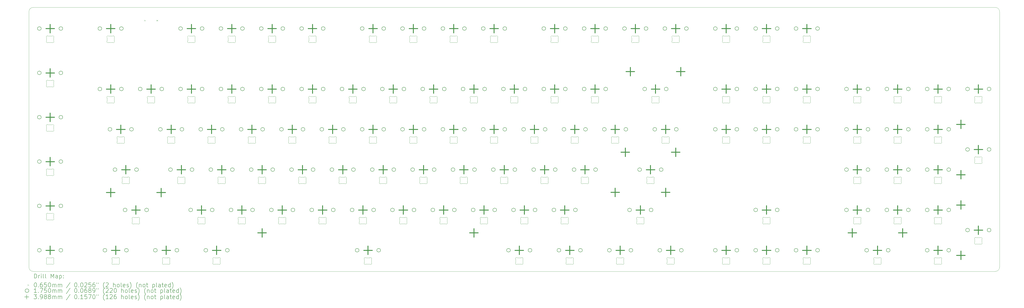
<source format=gbr>
%TF.GenerationSoftware,KiCad,Pcbnew,8.0.2*%
%TF.CreationDate,2024-07-25T19:01:04+02:00*%
%TF.ProjectId,micha_board,6d696368-615f-4626-9f61-72642e6b6963,rev?*%
%TF.SameCoordinates,Original*%
%TF.FileFunction,Drillmap*%
%TF.FilePolarity,Positive*%
%FSLAX45Y45*%
G04 Gerber Fmt 4.5, Leading zero omitted, Abs format (unit mm)*
G04 Created by KiCad (PCBNEW 8.0.2) date 2024-07-25 19:01:04*
%MOMM*%
%LPD*%
G01*
G04 APERTURE LIST*
%ADD10C,0.100000*%
%ADD11C,0.200000*%
%ADD12C,0.175000*%
%ADD13C,0.398780*%
G04 APERTURE END LIST*
D10*
X48628579Y-15088579D02*
G75*
G02*
X48428579Y-15288579I-199999J-1D01*
G01*
X48428579Y-2811421D02*
G75*
G02*
X48628579Y-3011421I1J-199999D01*
G01*
X2811421Y-3011421D02*
G75*
G02*
X3011421Y-2811421I199999J1D01*
G01*
X2811421Y-15088579D02*
X2811421Y-3011421D01*
X3011421Y-15288579D02*
G75*
G02*
X2811421Y-15088579I-1J199999D01*
G01*
X3011421Y-2811421D02*
X48428579Y-2811421D01*
X48428579Y-15288579D02*
X3011421Y-15288579D01*
X48628579Y-3011421D02*
X48628579Y-15088579D01*
X13641250Y-10915216D02*
X13641250Y-11055784D01*
X13731805Y-11135500D02*
X13890695Y-11135500D01*
X13890695Y-10835500D02*
X13731805Y-10835500D01*
X13981250Y-11055784D02*
X13981250Y-10915216D01*
X13636302Y-10893528D02*
G75*
G02*
X13641251Y-10915216I-45102J-21702D01*
G01*
X13636302Y-10893528D02*
G75*
G02*
X13706579Y-10828670I45051J21688D01*
G01*
X13641250Y-11055784D02*
G75*
G02*
X13636302Y-11077472I-50035J8D01*
G01*
X13706579Y-11142330D02*
G75*
G02*
X13636302Y-11077472I-25226J43170D01*
G01*
X13706579Y-11142330D02*
G75*
G02*
X13731805Y-11135500I25226J-43171D01*
G01*
X13731805Y-10835500D02*
G75*
G02*
X13706579Y-10828670I0J50001D01*
G01*
X13890695Y-11135500D02*
G75*
G02*
X13915921Y-11142330I0J-50001D01*
G01*
X13915921Y-10828670D02*
G75*
G02*
X13890695Y-10835500I-25226J43171D01*
G01*
X13915921Y-10828670D02*
G75*
G02*
X13986198Y-10893528I25226J-43170D01*
G01*
X13981250Y-10915216D02*
G75*
G02*
X13986198Y-10893528I49999J0D01*
G01*
X13986198Y-11077472D02*
G75*
G02*
X13915921Y-11142330I-45051J-21688D01*
G01*
X13986198Y-11077472D02*
G75*
G02*
X13981250Y-11055784I45051J21688D01*
G01*
X37453750Y-7105216D02*
X37453750Y-7245784D01*
X37544305Y-7325500D02*
X37703195Y-7325500D01*
X37703195Y-7025500D02*
X37544305Y-7025500D01*
X37793750Y-7245784D02*
X37793750Y-7105216D01*
X37448802Y-7083528D02*
G75*
G02*
X37453751Y-7105216I-45102J-21702D01*
G01*
X37448802Y-7083528D02*
G75*
G02*
X37519079Y-7018670I45051J21688D01*
G01*
X37453750Y-7245784D02*
G75*
G02*
X37448802Y-7267472I-50035J8D01*
G01*
X37519079Y-7332330D02*
G75*
G02*
X37448802Y-7267472I-25226J43170D01*
G01*
X37519079Y-7332330D02*
G75*
G02*
X37544305Y-7325500I25226J-43171D01*
G01*
X37544305Y-7025500D02*
G75*
G02*
X37519079Y-7018670I0J50001D01*
G01*
X37703195Y-7325500D02*
G75*
G02*
X37728421Y-7332330I0J-50001D01*
G01*
X37728421Y-7018670D02*
G75*
G02*
X37703195Y-7025500I-25226J43171D01*
G01*
X37728421Y-7018670D02*
G75*
G02*
X37798698Y-7083528I25226J-43170D01*
G01*
X37793750Y-7105216D02*
G75*
G02*
X37798698Y-7083528I49999J0D01*
G01*
X37798698Y-7267472D02*
G75*
G02*
X37728421Y-7332330I-45051J-21688D01*
G01*
X37798698Y-7267472D02*
G75*
G02*
X37793750Y-7245784I45051J21688D01*
G01*
X3640000Y-6343216D02*
X3640000Y-6483784D01*
X3730555Y-6563500D02*
X3889445Y-6563500D01*
X3889445Y-6263500D02*
X3730555Y-6263500D01*
X3980000Y-6483784D02*
X3980000Y-6343216D01*
X3635052Y-6321528D02*
G75*
G02*
X3640001Y-6343216I-45102J-21702D01*
G01*
X3635052Y-6321528D02*
G75*
G02*
X3705329Y-6256670I45051J21688D01*
G01*
X3640000Y-6483784D02*
G75*
G02*
X3635052Y-6505472I-50035J8D01*
G01*
X3705329Y-6570330D02*
G75*
G02*
X3635052Y-6505472I-25226J43170D01*
G01*
X3705329Y-6570330D02*
G75*
G02*
X3730555Y-6563500I25226J-43171D01*
G01*
X3730555Y-6263500D02*
G75*
G02*
X3705329Y-6256670I0J50001D01*
G01*
X3889445Y-6563500D02*
G75*
G02*
X3914671Y-6570330I0J-50001D01*
G01*
X3914671Y-6256670D02*
G75*
G02*
X3889445Y-6263500I-25226J43171D01*
G01*
X3914671Y-6256670D02*
G75*
G02*
X3984948Y-6321528I25226J-43170D01*
G01*
X3980000Y-6343216D02*
G75*
G02*
X3984948Y-6321528I49999J0D01*
G01*
X3984948Y-6505472D02*
G75*
G02*
X3914671Y-6570330I-45051J-21688D01*
G01*
X3984948Y-6505472D02*
G75*
G02*
X3980000Y-6483784I45051J21688D01*
G01*
X17451250Y-10915216D02*
X17451250Y-11055784D01*
X17541805Y-11135500D02*
X17700695Y-11135500D01*
X17700695Y-10835500D02*
X17541805Y-10835500D01*
X17791250Y-11055784D02*
X17791250Y-10915216D01*
X17446302Y-10893528D02*
G75*
G02*
X17451251Y-10915216I-45102J-21702D01*
G01*
X17446302Y-10893528D02*
G75*
G02*
X17516579Y-10828670I45051J21688D01*
G01*
X17451250Y-11055784D02*
G75*
G02*
X17446302Y-11077472I-50035J8D01*
G01*
X17516579Y-11142330D02*
G75*
G02*
X17446302Y-11077472I-25226J43170D01*
G01*
X17516579Y-11142330D02*
G75*
G02*
X17541805Y-11135500I25226J-43171D01*
G01*
X17541805Y-10835500D02*
G75*
G02*
X17516579Y-10828670I0J50001D01*
G01*
X17700695Y-11135500D02*
G75*
G02*
X17725921Y-11142330I0J-50001D01*
G01*
X17725921Y-10828670D02*
G75*
G02*
X17700695Y-10835500I-25226J43171D01*
G01*
X17725921Y-10828670D02*
G75*
G02*
X17796198Y-10893528I25226J-43170D01*
G01*
X17791250Y-10915216D02*
G75*
G02*
X17796198Y-10893528I49999J0D01*
G01*
X17796198Y-11077472D02*
G75*
G02*
X17725921Y-11142330I-45051J-21688D01*
G01*
X17796198Y-11077472D02*
G75*
G02*
X17791250Y-11055784I45051J21688D01*
G01*
X43645000Y-10915216D02*
X43645000Y-11055784D01*
X43735555Y-11135500D02*
X43894445Y-11135500D01*
X43894445Y-10835500D02*
X43735555Y-10835500D01*
X43985000Y-11055784D02*
X43985000Y-10915216D01*
X43640052Y-10893528D02*
G75*
G02*
X43645001Y-10915216I-45102J-21702D01*
G01*
X43640052Y-10893528D02*
G75*
G02*
X43710329Y-10828670I45051J21688D01*
G01*
X43645000Y-11055784D02*
G75*
G02*
X43640052Y-11077472I-50035J8D01*
G01*
X43710329Y-11142330D02*
G75*
G02*
X43640052Y-11077472I-25226J43170D01*
G01*
X43710329Y-11142330D02*
G75*
G02*
X43735555Y-11135500I25226J-43171D01*
G01*
X43735555Y-10835500D02*
G75*
G02*
X43710329Y-10828670I0J50001D01*
G01*
X43894445Y-11135500D02*
G75*
G02*
X43919671Y-11142330I0J-50001D01*
G01*
X43919671Y-10828670D02*
G75*
G02*
X43894445Y-10835500I-25226J43171D01*
G01*
X43919671Y-10828670D02*
G75*
G02*
X43989948Y-10893528I25226J-43170D01*
G01*
X43985000Y-10915216D02*
G75*
G02*
X43989948Y-10893528I49999J0D01*
G01*
X43989948Y-11077472D02*
G75*
G02*
X43919671Y-11142330I-45051J-21688D01*
G01*
X43989948Y-11077472D02*
G75*
G02*
X43985000Y-11055784I45051J21688D01*
G01*
X35548750Y-7105216D02*
X35548750Y-7245784D01*
X35639305Y-7325500D02*
X35798195Y-7325500D01*
X35798195Y-7025500D02*
X35639305Y-7025500D01*
X35888750Y-7245784D02*
X35888750Y-7105216D01*
X35543802Y-7083528D02*
G75*
G02*
X35548751Y-7105216I-45102J-21702D01*
G01*
X35543802Y-7083528D02*
G75*
G02*
X35614079Y-7018670I45051J21688D01*
G01*
X35548750Y-7245784D02*
G75*
G02*
X35543802Y-7267472I-50035J8D01*
G01*
X35614079Y-7332330D02*
G75*
G02*
X35543802Y-7267472I-25226J43170D01*
G01*
X35614079Y-7332330D02*
G75*
G02*
X35639305Y-7325500I25226J-43171D01*
G01*
X35639305Y-7025500D02*
G75*
G02*
X35614079Y-7018670I0J50001D01*
G01*
X35798195Y-7325500D02*
G75*
G02*
X35823421Y-7332330I0J-50001D01*
G01*
X35823421Y-7018670D02*
G75*
G02*
X35798195Y-7025500I-25226J43171D01*
G01*
X35823421Y-7018670D02*
G75*
G02*
X35893698Y-7083528I25226J-43170D01*
G01*
X35888750Y-7105216D02*
G75*
G02*
X35893698Y-7083528I49999J0D01*
G01*
X35893698Y-7267472D02*
G75*
G02*
X35823421Y-7332330I-45051J-21688D01*
G01*
X35893698Y-7267472D02*
G75*
G02*
X35888750Y-7245784I45051J21688D01*
G01*
X25547500Y-7105216D02*
X25547500Y-7245784D01*
X25638055Y-7325500D02*
X25796945Y-7325500D01*
X25796945Y-7025500D02*
X25638055Y-7025500D01*
X25887500Y-7245784D02*
X25887500Y-7105216D01*
X25542552Y-7083528D02*
G75*
G02*
X25547501Y-7105216I-45102J-21702D01*
G01*
X25542552Y-7083528D02*
G75*
G02*
X25612829Y-7018670I45051J21688D01*
G01*
X25547500Y-7245784D02*
G75*
G02*
X25542552Y-7267472I-50035J8D01*
G01*
X25612829Y-7332330D02*
G75*
G02*
X25542552Y-7267472I-25226J43170D01*
G01*
X25612829Y-7332330D02*
G75*
G02*
X25638055Y-7325500I25226J-43171D01*
G01*
X25638055Y-7025500D02*
G75*
G02*
X25612829Y-7018670I0J50001D01*
G01*
X25796945Y-7325500D02*
G75*
G02*
X25822171Y-7332330I0J-50001D01*
G01*
X25822171Y-7018670D02*
G75*
G02*
X25796945Y-7025500I-25226J43171D01*
G01*
X25822171Y-7018670D02*
G75*
G02*
X25892448Y-7083528I25226J-43170D01*
G01*
X25887500Y-7105216D02*
G75*
G02*
X25892448Y-7083528I49999J0D01*
G01*
X25892448Y-7267472D02*
G75*
G02*
X25822171Y-7332330I-45051J-21688D01*
G01*
X25892448Y-7267472D02*
G75*
G02*
X25887500Y-7245784I45051J21688D01*
G01*
X21737500Y-7105216D02*
X21737500Y-7245784D01*
X21828055Y-7325500D02*
X21986945Y-7325500D01*
X21986945Y-7025500D02*
X21828055Y-7025500D01*
X22077500Y-7245784D02*
X22077500Y-7105216D01*
X21732552Y-7083528D02*
G75*
G02*
X21737501Y-7105216I-45102J-21702D01*
G01*
X21732552Y-7083528D02*
G75*
G02*
X21802829Y-7018670I45051J21688D01*
G01*
X21737500Y-7245784D02*
G75*
G02*
X21732552Y-7267472I-50035J8D01*
G01*
X21802829Y-7332330D02*
G75*
G02*
X21732552Y-7267472I-25226J43170D01*
G01*
X21802829Y-7332330D02*
G75*
G02*
X21828055Y-7325500I25226J-43171D01*
G01*
X21828055Y-7025500D02*
G75*
G02*
X21802829Y-7018670I0J50001D01*
G01*
X21986945Y-7325500D02*
G75*
G02*
X22012171Y-7332330I0J-50001D01*
G01*
X22012171Y-7018670D02*
G75*
G02*
X21986945Y-7025500I-25226J43171D01*
G01*
X22012171Y-7018670D02*
G75*
G02*
X22082448Y-7083528I25226J-43170D01*
G01*
X22077500Y-7105216D02*
G75*
G02*
X22082448Y-7083528I49999J0D01*
G01*
X22082448Y-7267472D02*
G75*
G02*
X22012171Y-7332330I-45051J-21688D01*
G01*
X22082448Y-7267472D02*
G75*
G02*
X22077500Y-7245784I45051J21688D01*
G01*
X39358750Y-4247716D02*
X39358750Y-4388284D01*
X39449305Y-4468000D02*
X39608195Y-4468000D01*
X39608195Y-4168000D02*
X39449305Y-4168000D01*
X39698750Y-4388284D02*
X39698750Y-4247716D01*
X39353802Y-4226028D02*
G75*
G02*
X39358751Y-4247716I-45102J-21702D01*
G01*
X39353802Y-4226028D02*
G75*
G02*
X39424079Y-4161170I45051J21688D01*
G01*
X39358750Y-4388284D02*
G75*
G02*
X39353802Y-4409972I-50035J8D01*
G01*
X39424079Y-4474830D02*
G75*
G02*
X39353802Y-4409972I-25226J43170D01*
G01*
X39424079Y-4474830D02*
G75*
G02*
X39449305Y-4468000I25226J-43171D01*
G01*
X39449305Y-4168000D02*
G75*
G02*
X39424079Y-4161170I0J50001D01*
G01*
X39608195Y-4468000D02*
G75*
G02*
X39633421Y-4474830I0J-50001D01*
G01*
X39633421Y-4161170D02*
G75*
G02*
X39608195Y-4168000I-25226J43171D01*
G01*
X39633421Y-4161170D02*
G75*
G02*
X39703698Y-4226028I25226J-43170D01*
G01*
X39698750Y-4247716D02*
G75*
G02*
X39703698Y-4226028I49999J0D01*
G01*
X39703698Y-4409972D02*
G75*
G02*
X39633421Y-4474830I-45051J-21688D01*
G01*
X39703698Y-4409972D02*
G75*
G02*
X39698750Y-4388284I45051J21688D01*
G01*
X27452500Y-7105216D02*
X27452500Y-7245784D01*
X27543055Y-7325500D02*
X27701945Y-7325500D01*
X27701945Y-7025500D02*
X27543055Y-7025500D01*
X27792500Y-7245784D02*
X27792500Y-7105216D01*
X27447552Y-7083528D02*
G75*
G02*
X27452501Y-7105216I-45102J-21702D01*
G01*
X27447552Y-7083528D02*
G75*
G02*
X27517829Y-7018670I45051J21688D01*
G01*
X27452500Y-7245784D02*
G75*
G02*
X27447552Y-7267472I-50035J8D01*
G01*
X27517829Y-7332330D02*
G75*
G02*
X27447552Y-7267472I-25226J43170D01*
G01*
X27517829Y-7332330D02*
G75*
G02*
X27543055Y-7325500I25226J-43171D01*
G01*
X27543055Y-7025500D02*
G75*
G02*
X27517829Y-7018670I0J50001D01*
G01*
X27701945Y-7325500D02*
G75*
G02*
X27727171Y-7332330I0J-50001D01*
G01*
X27727171Y-7018670D02*
G75*
G02*
X27701945Y-7025500I-25226J43171D01*
G01*
X27727171Y-7018670D02*
G75*
G02*
X27797448Y-7083528I25226J-43170D01*
G01*
X27792500Y-7105216D02*
G75*
G02*
X27797448Y-7083528I49999J0D01*
G01*
X27797448Y-7267472D02*
G75*
G02*
X27727171Y-7332330I-45051J-21688D01*
G01*
X27797448Y-7267472D02*
G75*
G02*
X27792500Y-7245784I45051J21688D01*
G01*
X45550000Y-7105216D02*
X45550000Y-7245784D01*
X45640555Y-7325500D02*
X45799445Y-7325500D01*
X45799445Y-7025500D02*
X45640555Y-7025500D01*
X45890000Y-7245784D02*
X45890000Y-7105216D01*
X45545052Y-7083528D02*
G75*
G02*
X45550001Y-7105216I-45102J-21702D01*
G01*
X45545052Y-7083528D02*
G75*
G02*
X45615329Y-7018670I45051J21688D01*
G01*
X45550000Y-7245784D02*
G75*
G02*
X45545052Y-7267472I-50035J8D01*
G01*
X45615329Y-7332330D02*
G75*
G02*
X45545052Y-7267472I-25226J43170D01*
G01*
X45615329Y-7332330D02*
G75*
G02*
X45640555Y-7325500I25226J-43171D01*
G01*
X45640555Y-7025500D02*
G75*
G02*
X45615329Y-7018670I0J50001D01*
G01*
X45799445Y-7325500D02*
G75*
G02*
X45824671Y-7332330I0J-50001D01*
G01*
X45824671Y-7018670D02*
G75*
G02*
X45799445Y-7025500I-25226J43171D01*
G01*
X45824671Y-7018670D02*
G75*
G02*
X45894948Y-7083528I25226J-43170D01*
G01*
X45890000Y-7105216D02*
G75*
G02*
X45894948Y-7083528I49999J0D01*
G01*
X45894948Y-7267472D02*
G75*
G02*
X45824671Y-7332330I-45051J-21688D01*
G01*
X45894948Y-7267472D02*
G75*
G02*
X45890000Y-7245784I45051J21688D01*
G01*
X6497500Y-4247716D02*
X6497500Y-4388284D01*
X6588055Y-4468000D02*
X6746945Y-4468000D01*
X6746945Y-4168000D02*
X6588055Y-4168000D01*
X6837500Y-4388284D02*
X6837500Y-4247716D01*
X6492552Y-4226028D02*
G75*
G02*
X6497501Y-4247716I-45102J-21702D01*
G01*
X6492552Y-4226028D02*
G75*
G02*
X6562829Y-4161170I45051J21688D01*
G01*
X6497500Y-4388284D02*
G75*
G02*
X6492552Y-4409972I-50035J8D01*
G01*
X6562829Y-4474830D02*
G75*
G02*
X6492552Y-4409972I-25226J43170D01*
G01*
X6562829Y-4474830D02*
G75*
G02*
X6588055Y-4468000I25226J-43171D01*
G01*
X6588055Y-4168000D02*
G75*
G02*
X6562829Y-4161170I0J50001D01*
G01*
X6746945Y-4468000D02*
G75*
G02*
X6772171Y-4474830I0J-50001D01*
G01*
X6772171Y-4161170D02*
G75*
G02*
X6746945Y-4168000I-25226J43171D01*
G01*
X6772171Y-4161170D02*
G75*
G02*
X6842448Y-4226028I25226J-43170D01*
G01*
X6837500Y-4247716D02*
G75*
G02*
X6842448Y-4226028I49999J0D01*
G01*
X6842448Y-4409972D02*
G75*
G02*
X6772171Y-4474830I-45051J-21688D01*
G01*
X6842448Y-4409972D02*
G75*
G02*
X6837500Y-4388284I45051J21688D01*
G01*
X15546250Y-10915216D02*
X15546250Y-11055784D01*
X15636805Y-11135500D02*
X15795695Y-11135500D01*
X15795695Y-10835500D02*
X15636805Y-10835500D01*
X15886250Y-11055784D02*
X15886250Y-10915216D01*
X15541302Y-10893528D02*
G75*
G02*
X15546251Y-10915216I-45102J-21702D01*
G01*
X15541302Y-10893528D02*
G75*
G02*
X15611579Y-10828670I45051J21688D01*
G01*
X15546250Y-11055784D02*
G75*
G02*
X15541302Y-11077472I-50035J8D01*
G01*
X15611579Y-11142330D02*
G75*
G02*
X15541302Y-11077472I-25226J43170D01*
G01*
X15611579Y-11142330D02*
G75*
G02*
X15636805Y-11135500I25226J-43171D01*
G01*
X15636805Y-10835500D02*
G75*
G02*
X15611579Y-10828670I0J50001D01*
G01*
X15795695Y-11135500D02*
G75*
G02*
X15820921Y-11142330I0J-50001D01*
G01*
X15820921Y-10828670D02*
G75*
G02*
X15795695Y-10835500I-25226J43171D01*
G01*
X15820921Y-10828670D02*
G75*
G02*
X15891198Y-10893528I25226J-43170D01*
G01*
X15886250Y-10915216D02*
G75*
G02*
X15891198Y-10893528I49999J0D01*
G01*
X15891198Y-11077472D02*
G75*
G02*
X15820921Y-11142330I-45051J-21688D01*
G01*
X15891198Y-11077472D02*
G75*
G02*
X15886250Y-11055784I45051J21688D01*
G01*
X11260000Y-9010216D02*
X11260000Y-9150784D01*
X11350555Y-9230500D02*
X11509445Y-9230500D01*
X11509445Y-8930500D02*
X11350555Y-8930500D01*
X11600000Y-9150784D02*
X11600000Y-9010216D01*
X11255052Y-8988528D02*
G75*
G02*
X11260001Y-9010216I-45102J-21702D01*
G01*
X11255052Y-8988528D02*
G75*
G02*
X11325329Y-8923670I45051J21688D01*
G01*
X11260000Y-9150784D02*
G75*
G02*
X11255052Y-9172472I-50035J8D01*
G01*
X11325329Y-9237330D02*
G75*
G02*
X11255052Y-9172472I-25226J43170D01*
G01*
X11325329Y-9237330D02*
G75*
G02*
X11350555Y-9230500I25226J-43171D01*
G01*
X11350555Y-8930500D02*
G75*
G02*
X11325329Y-8923670I0J50001D01*
G01*
X11509445Y-9230500D02*
G75*
G02*
X11534671Y-9237330I0J-50001D01*
G01*
X11534671Y-8923670D02*
G75*
G02*
X11509445Y-8930500I-25226J43171D01*
G01*
X11534671Y-8923670D02*
G75*
G02*
X11604948Y-8988528I25226J-43170D01*
G01*
X11600000Y-9010216D02*
G75*
G02*
X11604948Y-8988528I49999J0D01*
G01*
X11604948Y-9172472D02*
G75*
G02*
X11534671Y-9237330I-45051J-21688D01*
G01*
X11604948Y-9172472D02*
G75*
G02*
X11600000Y-9150784I45051J21688D01*
G01*
X13165000Y-9010216D02*
X13165000Y-9150784D01*
X13255555Y-9230500D02*
X13414445Y-9230500D01*
X13414445Y-8930500D02*
X13255555Y-8930500D01*
X13505000Y-9150784D02*
X13505000Y-9010216D01*
X13160052Y-8988528D02*
G75*
G02*
X13165001Y-9010216I-45102J-21702D01*
G01*
X13160052Y-8988528D02*
G75*
G02*
X13230329Y-8923670I45051J21688D01*
G01*
X13165000Y-9150784D02*
G75*
G02*
X13160052Y-9172472I-50035J8D01*
G01*
X13230329Y-9237330D02*
G75*
G02*
X13160052Y-9172472I-25226J43170D01*
G01*
X13230329Y-9237330D02*
G75*
G02*
X13255555Y-9230500I25226J-43171D01*
G01*
X13255555Y-8930500D02*
G75*
G02*
X13230329Y-8923670I0J50001D01*
G01*
X13414445Y-9230500D02*
G75*
G02*
X13439671Y-9237330I0J-50001D01*
G01*
X13439671Y-8923670D02*
G75*
G02*
X13414445Y-8930500I-25226J43171D01*
G01*
X13439671Y-8923670D02*
G75*
G02*
X13509948Y-8988528I25226J-43170D01*
G01*
X13505000Y-9010216D02*
G75*
G02*
X13509948Y-8988528I49999J0D01*
G01*
X13509948Y-9172472D02*
G75*
G02*
X13439671Y-9237330I-45051J-21688D01*
G01*
X13509948Y-9172472D02*
G75*
G02*
X13505000Y-9150784I45051J21688D01*
G01*
X45550000Y-14725216D02*
X45550000Y-14865784D01*
X45640555Y-14945500D02*
X45799445Y-14945500D01*
X45799445Y-14645500D02*
X45640555Y-14645500D01*
X45890000Y-14865784D02*
X45890000Y-14725216D01*
X45545052Y-14703528D02*
G75*
G02*
X45550001Y-14725216I-45102J-21702D01*
G01*
X45545052Y-14703528D02*
G75*
G02*
X45615329Y-14638670I45051J21688D01*
G01*
X45550000Y-14865784D02*
G75*
G02*
X45545052Y-14887472I-50035J8D01*
G01*
X45615329Y-14952330D02*
G75*
G02*
X45545052Y-14887472I-25226J43170D01*
G01*
X45615329Y-14952330D02*
G75*
G02*
X45640555Y-14945500I25226J-43171D01*
G01*
X45640555Y-14645500D02*
G75*
G02*
X45615329Y-14638670I0J50001D01*
G01*
X45799445Y-14945500D02*
G75*
G02*
X45824671Y-14952330I0J-50001D01*
G01*
X45824671Y-14638670D02*
G75*
G02*
X45799445Y-14645500I-25226J43171D01*
G01*
X45824671Y-14638670D02*
G75*
G02*
X45894948Y-14703528I25226J-43170D01*
G01*
X45890000Y-14725216D02*
G75*
G02*
X45894948Y-14703528I49999J0D01*
G01*
X45894948Y-14887472D02*
G75*
G02*
X45824671Y-14952330I-45051J-21688D01*
G01*
X45894948Y-14887472D02*
G75*
G02*
X45890000Y-14865784I45051J21688D01*
G01*
X23642500Y-7105216D02*
X23642500Y-7245784D01*
X23733055Y-7325500D02*
X23891945Y-7325500D01*
X23891945Y-7025500D02*
X23733055Y-7025500D01*
X23982500Y-7245784D02*
X23982500Y-7105216D01*
X23637552Y-7083528D02*
G75*
G02*
X23642501Y-7105216I-45102J-21702D01*
G01*
X23637552Y-7083528D02*
G75*
G02*
X23707829Y-7018670I45051J21688D01*
G01*
X23642500Y-7245784D02*
G75*
G02*
X23637552Y-7267472I-50035J8D01*
G01*
X23707829Y-7332330D02*
G75*
G02*
X23637552Y-7267472I-25226J43170D01*
G01*
X23707829Y-7332330D02*
G75*
G02*
X23733055Y-7325500I25226J-43171D01*
G01*
X23733055Y-7025500D02*
G75*
G02*
X23707829Y-7018670I0J50001D01*
G01*
X23891945Y-7325500D02*
G75*
G02*
X23917171Y-7332330I0J-50001D01*
G01*
X23917171Y-7018670D02*
G75*
G02*
X23891945Y-7025500I-25226J43171D01*
G01*
X23917171Y-7018670D02*
G75*
G02*
X23987448Y-7083528I25226J-43170D01*
G01*
X23982500Y-7105216D02*
G75*
G02*
X23987448Y-7083528I49999J0D01*
G01*
X23987448Y-7267472D02*
G75*
G02*
X23917171Y-7332330I-45051J-21688D01*
G01*
X23987448Y-7267472D02*
G75*
G02*
X23982500Y-7245784I45051J21688D01*
G01*
X8402500Y-7105216D02*
X8402500Y-7245784D01*
X8493055Y-7325500D02*
X8651945Y-7325500D01*
X8651945Y-7025500D02*
X8493055Y-7025500D01*
X8742500Y-7245784D02*
X8742500Y-7105216D01*
X8397552Y-7083528D02*
G75*
G02*
X8402501Y-7105216I-45102J-21702D01*
G01*
X8397552Y-7083528D02*
G75*
G02*
X8467829Y-7018670I45051J21688D01*
G01*
X8402500Y-7245784D02*
G75*
G02*
X8397552Y-7267472I-50035J8D01*
G01*
X8467829Y-7332330D02*
G75*
G02*
X8397552Y-7267472I-25226J43170D01*
G01*
X8467829Y-7332330D02*
G75*
G02*
X8493055Y-7325500I25226J-43171D01*
G01*
X8493055Y-7025500D02*
G75*
G02*
X8467829Y-7018670I0J50001D01*
G01*
X8651945Y-7325500D02*
G75*
G02*
X8677171Y-7332330I0J-50001D01*
G01*
X8677171Y-7018670D02*
G75*
G02*
X8651945Y-7025500I-25226J43171D01*
G01*
X8677171Y-7018670D02*
G75*
G02*
X8747448Y-7083528I25226J-43170D01*
G01*
X8742500Y-7105216D02*
G75*
G02*
X8747448Y-7083528I49999J0D01*
G01*
X8747448Y-7267472D02*
G75*
G02*
X8677171Y-7332330I-45051J-21688D01*
G01*
X8747448Y-7267472D02*
G75*
G02*
X8742500Y-7245784I45051J21688D01*
G01*
X29357500Y-7105216D02*
X29357500Y-7245784D01*
X29448055Y-7325500D02*
X29606945Y-7325500D01*
X29606945Y-7025500D02*
X29448055Y-7025500D01*
X29697500Y-7245784D02*
X29697500Y-7105216D01*
X29352552Y-7083528D02*
G75*
G02*
X29357501Y-7105216I-45102J-21702D01*
G01*
X29352552Y-7083528D02*
G75*
G02*
X29422829Y-7018670I45051J21688D01*
G01*
X29357500Y-7245784D02*
G75*
G02*
X29352552Y-7267472I-50035J8D01*
G01*
X29422829Y-7332330D02*
G75*
G02*
X29352552Y-7267472I-25226J43170D01*
G01*
X29422829Y-7332330D02*
G75*
G02*
X29448055Y-7325500I25226J-43171D01*
G01*
X29448055Y-7025500D02*
G75*
G02*
X29422829Y-7018670I0J50001D01*
G01*
X29606945Y-7325500D02*
G75*
G02*
X29632171Y-7332330I0J-50001D01*
G01*
X29632171Y-7018670D02*
G75*
G02*
X29606945Y-7025500I-25226J43171D01*
G01*
X29632171Y-7018670D02*
G75*
G02*
X29702448Y-7083528I25226J-43170D01*
G01*
X29697500Y-7105216D02*
G75*
G02*
X29702448Y-7083528I49999J0D01*
G01*
X29702448Y-7267472D02*
G75*
G02*
X29632171Y-7332330I-45051J-21688D01*
G01*
X29702448Y-7267472D02*
G75*
G02*
X29697500Y-7245784I45051J21688D01*
G01*
X10307500Y-4247716D02*
X10307500Y-4388284D01*
X10398055Y-4468000D02*
X10556945Y-4468000D01*
X10556945Y-4168000D02*
X10398055Y-4168000D01*
X10647500Y-4388284D02*
X10647500Y-4247716D01*
X10302552Y-4226028D02*
G75*
G02*
X10307501Y-4247716I-45102J-21702D01*
G01*
X10302552Y-4226028D02*
G75*
G02*
X10372829Y-4161170I45051J21688D01*
G01*
X10307500Y-4388284D02*
G75*
G02*
X10302552Y-4409972I-50035J8D01*
G01*
X10372829Y-4474830D02*
G75*
G02*
X10302552Y-4409972I-25226J43170D01*
G01*
X10372829Y-4474830D02*
G75*
G02*
X10398055Y-4468000I25226J-43171D01*
G01*
X10398055Y-4168000D02*
G75*
G02*
X10372829Y-4161170I0J50001D01*
G01*
X10556945Y-4468000D02*
G75*
G02*
X10582171Y-4474830I0J-50001D01*
G01*
X10582171Y-4161170D02*
G75*
G02*
X10556945Y-4168000I-25226J43171D01*
G01*
X10582171Y-4161170D02*
G75*
G02*
X10652448Y-4226028I25226J-43170D01*
G01*
X10647500Y-4247716D02*
G75*
G02*
X10652448Y-4226028I49999J0D01*
G01*
X10652448Y-4409972D02*
G75*
G02*
X10582171Y-4474830I-45051J-21688D01*
G01*
X10652448Y-4409972D02*
G75*
G02*
X10647500Y-4388284I45051J21688D01*
G01*
X47455000Y-13772716D02*
X47455000Y-13913284D01*
X47545555Y-13993000D02*
X47704445Y-13993000D01*
X47704445Y-13693000D02*
X47545555Y-13693000D01*
X47795000Y-13913284D02*
X47795000Y-13772716D01*
X47450052Y-13751028D02*
G75*
G02*
X47455001Y-13772716I-45102J-21702D01*
G01*
X47450052Y-13751028D02*
G75*
G02*
X47520329Y-13686170I45051J21688D01*
G01*
X47455000Y-13913284D02*
G75*
G02*
X47450052Y-13934972I-50035J8D01*
G01*
X47520329Y-13999830D02*
G75*
G02*
X47450052Y-13934972I-25226J43170D01*
G01*
X47520329Y-13999830D02*
G75*
G02*
X47545555Y-13993000I25226J-43171D01*
G01*
X47545555Y-13693000D02*
G75*
G02*
X47520329Y-13686170I0J50001D01*
G01*
X47704445Y-13993000D02*
G75*
G02*
X47729671Y-13999830I0J-50001D01*
G01*
X47729671Y-13686170D02*
G75*
G02*
X47704445Y-13693000I-25226J43171D01*
G01*
X47729671Y-13686170D02*
G75*
G02*
X47799948Y-13751028I25226J-43170D01*
G01*
X47795000Y-13772716D02*
G75*
G02*
X47799948Y-13751028I49999J0D01*
G01*
X47799948Y-13934972D02*
G75*
G02*
X47729671Y-13999830I-45051J-21688D01*
G01*
X47799948Y-13934972D02*
G75*
G02*
X47795000Y-13913284I45051J21688D01*
G01*
X14117500Y-4247716D02*
X14117500Y-4388284D01*
X14208055Y-4468000D02*
X14366945Y-4468000D01*
X14366945Y-4168000D02*
X14208055Y-4168000D01*
X14457500Y-4388284D02*
X14457500Y-4247716D01*
X14112552Y-4226028D02*
G75*
G02*
X14117501Y-4247716I-45102J-21702D01*
G01*
X14112552Y-4226028D02*
G75*
G02*
X14182829Y-4161170I45051J21688D01*
G01*
X14117500Y-4388284D02*
G75*
G02*
X14112552Y-4409972I-50035J8D01*
G01*
X14182829Y-4474830D02*
G75*
G02*
X14112552Y-4409972I-25226J43170D01*
G01*
X14182829Y-4474830D02*
G75*
G02*
X14208055Y-4468000I25226J-43171D01*
G01*
X14208055Y-4168000D02*
G75*
G02*
X14182829Y-4161170I0J50001D01*
G01*
X14366945Y-4468000D02*
G75*
G02*
X14392171Y-4474830I0J-50001D01*
G01*
X14392171Y-4161170D02*
G75*
G02*
X14366945Y-4168000I-25226J43171D01*
G01*
X14392171Y-4161170D02*
G75*
G02*
X14462448Y-4226028I25226J-43170D01*
G01*
X14457500Y-4247716D02*
G75*
G02*
X14462448Y-4226028I49999J0D01*
G01*
X14462448Y-4409972D02*
G75*
G02*
X14392171Y-4474830I-45051J-21688D01*
G01*
X14462448Y-4409972D02*
G75*
G02*
X14457500Y-4388284I45051J21688D01*
G01*
X41740000Y-9010216D02*
X41740000Y-9150784D01*
X41830555Y-9230500D02*
X41989445Y-9230500D01*
X41989445Y-8930500D02*
X41830555Y-8930500D01*
X42080000Y-9150784D02*
X42080000Y-9010216D01*
X41735052Y-8988528D02*
G75*
G02*
X41740001Y-9010216I-45102J-21702D01*
G01*
X41735052Y-8988528D02*
G75*
G02*
X41805329Y-8923670I45051J21688D01*
G01*
X41740000Y-9150784D02*
G75*
G02*
X41735052Y-9172472I-50035J8D01*
G01*
X41805329Y-9237330D02*
G75*
G02*
X41735052Y-9172472I-25226J43170D01*
G01*
X41805329Y-9237330D02*
G75*
G02*
X41830555Y-9230500I25226J-43171D01*
G01*
X41830555Y-8930500D02*
G75*
G02*
X41805329Y-8923670I0J50001D01*
G01*
X41989445Y-9230500D02*
G75*
G02*
X42014671Y-9237330I0J-50001D01*
G01*
X42014671Y-8923670D02*
G75*
G02*
X41989445Y-8930500I-25226J43171D01*
G01*
X42014671Y-8923670D02*
G75*
G02*
X42084948Y-8988528I25226J-43170D01*
G01*
X42080000Y-9010216D02*
G75*
G02*
X42084948Y-8988528I49999J0D01*
G01*
X42084948Y-9172472D02*
G75*
G02*
X42014671Y-9237330I-45051J-21688D01*
G01*
X42084948Y-9172472D02*
G75*
G02*
X42080000Y-9150784I45051J21688D01*
G01*
X9116875Y-14725216D02*
X9116875Y-14865784D01*
X9207430Y-14945500D02*
X9366320Y-14945500D01*
X9366320Y-14645500D02*
X9207430Y-14645500D01*
X9456875Y-14865784D02*
X9456875Y-14725216D01*
X9111927Y-14703528D02*
G75*
G02*
X9116876Y-14725216I-45102J-21702D01*
G01*
X9111927Y-14703528D02*
G75*
G02*
X9182204Y-14638670I45051J21688D01*
G01*
X9116875Y-14865784D02*
G75*
G02*
X9111927Y-14887472I-50035J8D01*
G01*
X9182204Y-14952330D02*
G75*
G02*
X9111927Y-14887472I-25226J43170D01*
G01*
X9182204Y-14952330D02*
G75*
G02*
X9207430Y-14945500I25226J-43171D01*
G01*
X9207430Y-14645500D02*
G75*
G02*
X9182204Y-14638670I0J50001D01*
G01*
X9366320Y-14945500D02*
G75*
G02*
X9391546Y-14952330I0J-50001D01*
G01*
X9391546Y-14638670D02*
G75*
G02*
X9366320Y-14645500I-25226J43171D01*
G01*
X9391546Y-14638670D02*
G75*
G02*
X9461823Y-14703528I25226J-43170D01*
G01*
X9456875Y-14725216D02*
G75*
G02*
X9461823Y-14703528I49999J0D01*
G01*
X9461823Y-14887472D02*
G75*
G02*
X9391546Y-14952330I-45051J-21688D01*
G01*
X9461823Y-14887472D02*
G75*
G02*
X9456875Y-14865784I45051J21688D01*
G01*
X43645000Y-9010216D02*
X43645000Y-9150784D01*
X43735555Y-9230500D02*
X43894445Y-9230500D01*
X43894445Y-8930500D02*
X43735555Y-8930500D01*
X43985000Y-9150784D02*
X43985000Y-9010216D01*
X43640052Y-8988528D02*
G75*
G02*
X43645001Y-9010216I-45102J-21702D01*
G01*
X43640052Y-8988528D02*
G75*
G02*
X43710329Y-8923670I45051J21688D01*
G01*
X43645000Y-9150784D02*
G75*
G02*
X43640052Y-9172472I-50035J8D01*
G01*
X43710329Y-9237330D02*
G75*
G02*
X43640052Y-9172472I-25226J43170D01*
G01*
X43710329Y-9237330D02*
G75*
G02*
X43735555Y-9230500I25226J-43171D01*
G01*
X43735555Y-8930500D02*
G75*
G02*
X43710329Y-8923670I0J50001D01*
G01*
X43894445Y-9230500D02*
G75*
G02*
X43919671Y-9237330I0J-50001D01*
G01*
X43919671Y-8923670D02*
G75*
G02*
X43894445Y-8930500I-25226J43171D01*
G01*
X43919671Y-8923670D02*
G75*
G02*
X43989948Y-8988528I25226J-43170D01*
G01*
X43985000Y-9010216D02*
G75*
G02*
X43989948Y-8988528I49999J0D01*
G01*
X43989948Y-9172472D02*
G75*
G02*
X43919671Y-9237330I-45051J-21688D01*
G01*
X43989948Y-9172472D02*
G75*
G02*
X43985000Y-9150784I45051J21688D01*
G01*
X32215000Y-7105216D02*
X32215000Y-7245784D01*
X32305555Y-7325500D02*
X32464445Y-7325500D01*
X32464445Y-7025500D02*
X32305555Y-7025500D01*
X32555000Y-7245784D02*
X32555000Y-7105216D01*
X32210052Y-7083528D02*
G75*
G02*
X32215001Y-7105216I-45102J-21702D01*
G01*
X32210052Y-7083528D02*
G75*
G02*
X32280329Y-7018670I45051J21688D01*
G01*
X32215000Y-7245784D02*
G75*
G02*
X32210052Y-7267472I-50035J8D01*
G01*
X32280329Y-7332330D02*
G75*
G02*
X32210052Y-7267472I-25226J43170D01*
G01*
X32280329Y-7332330D02*
G75*
G02*
X32305555Y-7325500I25226J-43171D01*
G01*
X32305555Y-7025500D02*
G75*
G02*
X32280329Y-7018670I0J50001D01*
G01*
X32464445Y-7325500D02*
G75*
G02*
X32489671Y-7332330I0J-50001D01*
G01*
X32489671Y-7018670D02*
G75*
G02*
X32464445Y-7025500I-25226J43171D01*
G01*
X32489671Y-7018670D02*
G75*
G02*
X32559948Y-7083528I25226J-43170D01*
G01*
X32555000Y-7105216D02*
G75*
G02*
X32559948Y-7083528I49999J0D01*
G01*
X32559948Y-7267472D02*
G75*
G02*
X32489671Y-7332330I-45051J-21688D01*
G01*
X32559948Y-7267472D02*
G75*
G02*
X32555000Y-7245784I45051J21688D01*
G01*
X37453750Y-14725216D02*
X37453750Y-14865784D01*
X37544305Y-14945500D02*
X37703195Y-14945500D01*
X37703195Y-14645500D02*
X37544305Y-14645500D01*
X37793750Y-14865784D02*
X37793750Y-14725216D01*
X37448802Y-14703528D02*
G75*
G02*
X37453751Y-14725216I-45102J-21702D01*
G01*
X37448802Y-14703528D02*
G75*
G02*
X37519079Y-14638670I45051J21688D01*
G01*
X37453750Y-14865784D02*
G75*
G02*
X37448802Y-14887472I-50035J8D01*
G01*
X37519079Y-14952330D02*
G75*
G02*
X37448802Y-14887472I-25226J43170D01*
G01*
X37519079Y-14952330D02*
G75*
G02*
X37544305Y-14945500I25226J-43171D01*
G01*
X37544305Y-14645500D02*
G75*
G02*
X37519079Y-14638670I0J50001D01*
G01*
X37703195Y-14945500D02*
G75*
G02*
X37728421Y-14952330I0J-50001D01*
G01*
X37728421Y-14638670D02*
G75*
G02*
X37703195Y-14645500I-25226J43171D01*
G01*
X37728421Y-14638670D02*
G75*
G02*
X37798698Y-14703528I25226J-43170D01*
G01*
X37793750Y-14725216D02*
G75*
G02*
X37798698Y-14703528I49999J0D01*
G01*
X37798698Y-14887472D02*
G75*
G02*
X37728421Y-14952330I-45051J-21688D01*
G01*
X37798698Y-14887472D02*
G75*
G02*
X37793750Y-14865784I45051J21688D01*
G01*
X31500625Y-12820216D02*
X31500625Y-12960784D01*
X31591180Y-13040500D02*
X31750070Y-13040500D01*
X31750070Y-12740500D02*
X31591180Y-12740500D01*
X31840625Y-12960784D02*
X31840625Y-12820216D01*
X31495677Y-12798528D02*
G75*
G02*
X31500626Y-12820216I-45102J-21702D01*
G01*
X31495677Y-12798528D02*
G75*
G02*
X31565954Y-12733670I45051J21688D01*
G01*
X31500625Y-12960784D02*
G75*
G02*
X31495677Y-12982472I-50035J8D01*
G01*
X31565954Y-13047330D02*
G75*
G02*
X31495677Y-12982472I-25226J43170D01*
G01*
X31565954Y-13047330D02*
G75*
G02*
X31591180Y-13040500I25226J-43171D01*
G01*
X31591180Y-12740500D02*
G75*
G02*
X31565954Y-12733670I0J50001D01*
G01*
X31750070Y-13040500D02*
G75*
G02*
X31775296Y-13047330I0J-50001D01*
G01*
X31775296Y-12733670D02*
G75*
G02*
X31750070Y-12740500I-25226J43171D01*
G01*
X31775296Y-12733670D02*
G75*
G02*
X31845573Y-12798528I25226J-43170D01*
G01*
X31840625Y-12820216D02*
G75*
G02*
X31845573Y-12798528I49999J0D01*
G01*
X31845573Y-12982472D02*
G75*
G02*
X31775296Y-13047330I-45051J-21688D01*
G01*
X31845573Y-12982472D02*
G75*
G02*
X31840625Y-12960784I45051J21688D01*
G01*
X16022500Y-7105216D02*
X16022500Y-7245784D01*
X16113055Y-7325500D02*
X16271945Y-7325500D01*
X16271945Y-7025500D02*
X16113055Y-7025500D01*
X16362500Y-7245784D02*
X16362500Y-7105216D01*
X16017552Y-7083528D02*
G75*
G02*
X16022501Y-7105216I-45102J-21702D01*
G01*
X16017552Y-7083528D02*
G75*
G02*
X16087829Y-7018670I45051J21688D01*
G01*
X16022500Y-7245784D02*
G75*
G02*
X16017552Y-7267472I-50035J8D01*
G01*
X16087829Y-7332330D02*
G75*
G02*
X16017552Y-7267472I-25226J43170D01*
G01*
X16087829Y-7332330D02*
G75*
G02*
X16113055Y-7325500I25226J-43171D01*
G01*
X16113055Y-7025500D02*
G75*
G02*
X16087829Y-7018670I0J50001D01*
G01*
X16271945Y-7325500D02*
G75*
G02*
X16297171Y-7332330I0J-50001D01*
G01*
X16297171Y-7018670D02*
G75*
G02*
X16271945Y-7025500I-25226J43171D01*
G01*
X16297171Y-7018670D02*
G75*
G02*
X16367448Y-7083528I25226J-43170D01*
G01*
X16362500Y-7105216D02*
G75*
G02*
X16367448Y-7083528I49999J0D01*
G01*
X16367448Y-7267472D02*
G75*
G02*
X16297171Y-7332330I-45051J-21688D01*
G01*
X16367448Y-7267472D02*
G75*
G02*
X16362500Y-7245784I45051J21688D01*
G01*
X12688750Y-12820216D02*
X12688750Y-12960784D01*
X12779305Y-13040500D02*
X12938195Y-13040500D01*
X12938195Y-12740500D02*
X12779305Y-12740500D01*
X13028750Y-12960784D02*
X13028750Y-12820216D01*
X12683802Y-12798528D02*
G75*
G02*
X12688751Y-12820216I-45102J-21702D01*
G01*
X12683802Y-12798528D02*
G75*
G02*
X12754079Y-12733670I45051J21688D01*
G01*
X12688750Y-12960784D02*
G75*
G02*
X12683802Y-12982472I-50035J8D01*
G01*
X12754079Y-13047330D02*
G75*
G02*
X12683802Y-12982472I-25226J43170D01*
G01*
X12754079Y-13047330D02*
G75*
G02*
X12779305Y-13040500I25226J-43171D01*
G01*
X12779305Y-12740500D02*
G75*
G02*
X12754079Y-12733670I0J50001D01*
G01*
X12938195Y-13040500D02*
G75*
G02*
X12963421Y-13047330I0J-50001D01*
G01*
X12963421Y-12733670D02*
G75*
G02*
X12938195Y-12740500I-25226J43171D01*
G01*
X12963421Y-12733670D02*
G75*
G02*
X13033698Y-12798528I25226J-43170D01*
G01*
X13028750Y-12820216D02*
G75*
G02*
X13033698Y-12798528I49999J0D01*
G01*
X13033698Y-12982472D02*
G75*
G02*
X12963421Y-13047330I-45051J-21688D01*
G01*
X13033698Y-12982472D02*
G75*
G02*
X13028750Y-12960784I45051J21688D01*
G01*
X37453750Y-9010216D02*
X37453750Y-9150784D01*
X37544305Y-9230500D02*
X37703195Y-9230500D01*
X37703195Y-8930500D02*
X37544305Y-8930500D01*
X37793750Y-9150784D02*
X37793750Y-9010216D01*
X37448802Y-8988528D02*
G75*
G02*
X37453751Y-9010216I-45102J-21702D01*
G01*
X37448802Y-8988528D02*
G75*
G02*
X37519079Y-8923670I45051J21688D01*
G01*
X37453750Y-9150784D02*
G75*
G02*
X37448802Y-9172472I-50035J8D01*
G01*
X37519079Y-9237330D02*
G75*
G02*
X37448802Y-9172472I-25226J43170D01*
G01*
X37519079Y-9237330D02*
G75*
G02*
X37544305Y-9230500I25226J-43171D01*
G01*
X37544305Y-8930500D02*
G75*
G02*
X37519079Y-8923670I0J50001D01*
G01*
X37703195Y-9230500D02*
G75*
G02*
X37728421Y-9237330I0J-50001D01*
G01*
X37728421Y-8923670D02*
G75*
G02*
X37703195Y-8930500I-25226J43171D01*
G01*
X37728421Y-8923670D02*
G75*
G02*
X37798698Y-8988528I25226J-43170D01*
G01*
X37793750Y-9010216D02*
G75*
G02*
X37798698Y-8988528I49999J0D01*
G01*
X37798698Y-9172472D02*
G75*
G02*
X37728421Y-9237330I-45051J-21688D01*
G01*
X37798698Y-9172472D02*
G75*
G02*
X37793750Y-9150784I45051J21688D01*
G01*
X3640000Y-14725216D02*
X3640000Y-14865784D01*
X3730555Y-14945500D02*
X3889445Y-14945500D01*
X3889445Y-14645500D02*
X3730555Y-14645500D01*
X3980000Y-14865784D02*
X3980000Y-14725216D01*
X3635052Y-14703528D02*
G75*
G02*
X3640001Y-14725216I-45102J-21702D01*
G01*
X3635052Y-14703528D02*
G75*
G02*
X3705329Y-14638670I45051J21688D01*
G01*
X3640000Y-14865784D02*
G75*
G02*
X3635052Y-14887472I-50035J8D01*
G01*
X3705329Y-14952330D02*
G75*
G02*
X3635052Y-14887472I-25226J43170D01*
G01*
X3705329Y-14952330D02*
G75*
G02*
X3730555Y-14945500I25226J-43171D01*
G01*
X3730555Y-14645500D02*
G75*
G02*
X3705329Y-14638670I0J50001D01*
G01*
X3889445Y-14945500D02*
G75*
G02*
X3914671Y-14952330I0J-50001D01*
G01*
X3914671Y-14638670D02*
G75*
G02*
X3889445Y-14645500I-25226J43171D01*
G01*
X3914671Y-14638670D02*
G75*
G02*
X3984948Y-14703528I25226J-43170D01*
G01*
X3980000Y-14725216D02*
G75*
G02*
X3984948Y-14703528I49999J0D01*
G01*
X3984948Y-14887472D02*
G75*
G02*
X3914671Y-14952330I-45051J-21688D01*
G01*
X3984948Y-14887472D02*
G75*
G02*
X3980000Y-14865784I45051J21688D01*
G01*
X41740000Y-10915216D02*
X41740000Y-11055784D01*
X41830555Y-11135500D02*
X41989445Y-11135500D01*
X41989445Y-10835500D02*
X41830555Y-10835500D01*
X42080000Y-11055784D02*
X42080000Y-10915216D01*
X41735052Y-10893528D02*
G75*
G02*
X41740001Y-10915216I-45102J-21702D01*
G01*
X41735052Y-10893528D02*
G75*
G02*
X41805329Y-10828670I45051J21688D01*
G01*
X41740000Y-11055784D02*
G75*
G02*
X41735052Y-11077472I-50035J8D01*
G01*
X41805329Y-11142330D02*
G75*
G02*
X41735052Y-11077472I-25226J43170D01*
G01*
X41805329Y-11142330D02*
G75*
G02*
X41830555Y-11135500I25226J-43171D01*
G01*
X41830555Y-10835500D02*
G75*
G02*
X41805329Y-10828670I0J50001D01*
G01*
X41989445Y-11135500D02*
G75*
G02*
X42014671Y-11142330I0J-50001D01*
G01*
X42014671Y-10828670D02*
G75*
G02*
X41989445Y-10835500I-25226J43171D01*
G01*
X42014671Y-10828670D02*
G75*
G02*
X42084948Y-10893528I25226J-43170D01*
G01*
X42080000Y-10915216D02*
G75*
G02*
X42084948Y-10893528I49999J0D01*
G01*
X42084948Y-11077472D02*
G75*
G02*
X42014671Y-11142330I-45051J-21688D01*
G01*
X42084948Y-11077472D02*
G75*
G02*
X42080000Y-11055784I45051J21688D01*
G01*
X25785625Y-14725216D02*
X25785625Y-14865784D01*
X25876180Y-14945500D02*
X26035070Y-14945500D01*
X26035070Y-14645500D02*
X25876180Y-14645500D01*
X26125625Y-14865784D02*
X26125625Y-14725216D01*
X25780677Y-14703528D02*
G75*
G02*
X25785626Y-14725216I-45102J-21702D01*
G01*
X25780677Y-14703528D02*
G75*
G02*
X25850954Y-14638670I45051J21688D01*
G01*
X25785625Y-14865784D02*
G75*
G02*
X25780677Y-14887472I-50035J8D01*
G01*
X25850954Y-14952330D02*
G75*
G02*
X25780677Y-14887472I-25226J43170D01*
G01*
X25850954Y-14952330D02*
G75*
G02*
X25876180Y-14945500I25226J-43171D01*
G01*
X25876180Y-14645500D02*
G75*
G02*
X25850954Y-14638670I0J50001D01*
G01*
X26035070Y-14945500D02*
G75*
G02*
X26060296Y-14952330I0J-50001D01*
G01*
X26060296Y-14638670D02*
G75*
G02*
X26035070Y-14645500I-25226J43171D01*
G01*
X26060296Y-14638670D02*
G75*
G02*
X26130573Y-14703528I25226J-43170D01*
G01*
X26125625Y-14725216D02*
G75*
G02*
X26130573Y-14703528I49999J0D01*
G01*
X26130573Y-14887472D02*
G75*
G02*
X26060296Y-14952330I-45051J-21688D01*
G01*
X26130573Y-14887472D02*
G75*
G02*
X26125625Y-14865784I45051J21688D01*
G01*
X17927500Y-7105216D02*
X17927500Y-7245784D01*
X18018055Y-7325500D02*
X18176945Y-7325500D01*
X18176945Y-7025500D02*
X18018055Y-7025500D01*
X18267500Y-7245784D02*
X18267500Y-7105216D01*
X17922552Y-7083528D02*
G75*
G02*
X17927501Y-7105216I-45102J-21702D01*
G01*
X17922552Y-7083528D02*
G75*
G02*
X17992829Y-7018670I45051J21688D01*
G01*
X17927500Y-7245784D02*
G75*
G02*
X17922552Y-7267472I-50035J8D01*
G01*
X17992829Y-7332330D02*
G75*
G02*
X17922552Y-7267472I-25226J43170D01*
G01*
X17992829Y-7332330D02*
G75*
G02*
X18018055Y-7325500I25226J-43171D01*
G01*
X18018055Y-7025500D02*
G75*
G02*
X17992829Y-7018670I0J50001D01*
G01*
X18176945Y-7325500D02*
G75*
G02*
X18202171Y-7332330I0J-50001D01*
G01*
X18202171Y-7018670D02*
G75*
G02*
X18176945Y-7025500I-25226J43171D01*
G01*
X18202171Y-7018670D02*
G75*
G02*
X18272448Y-7083528I25226J-43170D01*
G01*
X18267500Y-7105216D02*
G75*
G02*
X18272448Y-7083528I49999J0D01*
G01*
X18272448Y-7267472D02*
G75*
G02*
X18202171Y-7332330I-45051J-21688D01*
G01*
X18272448Y-7267472D02*
G75*
G02*
X18267500Y-7245784I45051J21688D01*
G01*
X42692500Y-14725216D02*
X42692500Y-14865784D01*
X42783055Y-14945500D02*
X42941945Y-14945500D01*
X42941945Y-14645500D02*
X42783055Y-14645500D01*
X43032500Y-14865784D02*
X43032500Y-14725216D01*
X42687552Y-14703528D02*
G75*
G02*
X42692501Y-14725216I-45102J-21702D01*
G01*
X42687552Y-14703528D02*
G75*
G02*
X42757829Y-14638670I45051J21688D01*
G01*
X42692500Y-14865784D02*
G75*
G02*
X42687552Y-14887472I-50035J8D01*
G01*
X42757829Y-14952330D02*
G75*
G02*
X42687552Y-14887472I-25226J43170D01*
G01*
X42757829Y-14952330D02*
G75*
G02*
X42783055Y-14945500I25226J-43171D01*
G01*
X42783055Y-14645500D02*
G75*
G02*
X42757829Y-14638670I0J50001D01*
G01*
X42941945Y-14945500D02*
G75*
G02*
X42967171Y-14952330I0J-50001D01*
G01*
X42967171Y-14638670D02*
G75*
G02*
X42941945Y-14645500I-25226J43171D01*
G01*
X42967171Y-14638670D02*
G75*
G02*
X43037448Y-14703528I25226J-43170D01*
G01*
X43032500Y-14725216D02*
G75*
G02*
X43037448Y-14703528I49999J0D01*
G01*
X43037448Y-14887472D02*
G75*
G02*
X42967171Y-14952330I-45051J-21688D01*
G01*
X43037448Y-14887472D02*
G75*
G02*
X43032500Y-14865784I45051J21688D01*
G01*
X43645000Y-7105216D02*
X43645000Y-7245784D01*
X43735555Y-7325500D02*
X43894445Y-7325500D01*
X43894445Y-7025500D02*
X43735555Y-7025500D01*
X43985000Y-7245784D02*
X43985000Y-7105216D01*
X43640052Y-7083528D02*
G75*
G02*
X43645001Y-7105216I-45102J-21702D01*
G01*
X43640052Y-7083528D02*
G75*
G02*
X43710329Y-7018670I45051J21688D01*
G01*
X43645000Y-7245784D02*
G75*
G02*
X43640052Y-7267472I-50035J8D01*
G01*
X43710329Y-7332330D02*
G75*
G02*
X43640052Y-7267472I-25226J43170D01*
G01*
X43710329Y-7332330D02*
G75*
G02*
X43735555Y-7325500I25226J-43171D01*
G01*
X43735555Y-7025500D02*
G75*
G02*
X43710329Y-7018670I0J50001D01*
G01*
X43894445Y-7325500D02*
G75*
G02*
X43919671Y-7332330I0J-50001D01*
G01*
X43919671Y-7018670D02*
G75*
G02*
X43894445Y-7025500I-25226J43171D01*
G01*
X43919671Y-7018670D02*
G75*
G02*
X43989948Y-7083528I25226J-43170D01*
G01*
X43985000Y-7105216D02*
G75*
G02*
X43989948Y-7083528I49999J0D01*
G01*
X43989948Y-7267472D02*
G75*
G02*
X43919671Y-7332330I-45051J-21688D01*
G01*
X43989948Y-7267472D02*
G75*
G02*
X43985000Y-7245784I45051J21688D01*
G01*
X28166875Y-14725216D02*
X28166875Y-14865784D01*
X28257430Y-14945500D02*
X28416320Y-14945500D01*
X28416320Y-14645500D02*
X28257430Y-14645500D01*
X28506875Y-14865784D02*
X28506875Y-14725216D01*
X28161927Y-14703528D02*
G75*
G02*
X28166876Y-14725216I-45102J-21702D01*
G01*
X28161927Y-14703528D02*
G75*
G02*
X28232204Y-14638670I45051J21688D01*
G01*
X28166875Y-14865784D02*
G75*
G02*
X28161927Y-14887472I-50035J8D01*
G01*
X28232204Y-14952330D02*
G75*
G02*
X28161927Y-14887472I-25226J43170D01*
G01*
X28232204Y-14952330D02*
G75*
G02*
X28257430Y-14945500I25226J-43171D01*
G01*
X28257430Y-14645500D02*
G75*
G02*
X28232204Y-14638670I0J50001D01*
G01*
X28416320Y-14945500D02*
G75*
G02*
X28441546Y-14952330I0J-50001D01*
G01*
X28441546Y-14638670D02*
G75*
G02*
X28416320Y-14645500I-25226J43171D01*
G01*
X28441546Y-14638670D02*
G75*
G02*
X28511823Y-14703528I25226J-43170D01*
G01*
X28506875Y-14725216D02*
G75*
G02*
X28511823Y-14703528I49999J0D01*
G01*
X28511823Y-14887472D02*
G75*
G02*
X28441546Y-14952330I-45051J-21688D01*
G01*
X28511823Y-14887472D02*
G75*
G02*
X28506875Y-14865784I45051J21688D01*
G01*
X23166250Y-10915216D02*
X23166250Y-11055784D01*
X23256805Y-11135500D02*
X23415695Y-11135500D01*
X23415695Y-10835500D02*
X23256805Y-10835500D01*
X23506250Y-11055784D02*
X23506250Y-10915216D01*
X23161302Y-10893528D02*
G75*
G02*
X23166251Y-10915216I-45102J-21702D01*
G01*
X23161302Y-10893528D02*
G75*
G02*
X23231579Y-10828670I45051J21688D01*
G01*
X23166250Y-11055784D02*
G75*
G02*
X23161302Y-11077472I-50035J8D01*
G01*
X23231579Y-11142330D02*
G75*
G02*
X23161302Y-11077472I-25226J43170D01*
G01*
X23231579Y-11142330D02*
G75*
G02*
X23256805Y-11135500I25226J-43171D01*
G01*
X23256805Y-10835500D02*
G75*
G02*
X23231579Y-10828670I0J50001D01*
G01*
X23415695Y-11135500D02*
G75*
G02*
X23440921Y-11142330I0J-50001D01*
G01*
X23440921Y-10828670D02*
G75*
G02*
X23415695Y-10835500I-25226J43171D01*
G01*
X23440921Y-10828670D02*
G75*
G02*
X23511198Y-10893528I25226J-43170D01*
G01*
X23506250Y-10915216D02*
G75*
G02*
X23511198Y-10893528I49999J0D01*
G01*
X23511198Y-11077472D02*
G75*
G02*
X23440921Y-11142330I-45051J-21688D01*
G01*
X23511198Y-11077472D02*
G75*
G02*
X23506250Y-11055784I45051J21688D01*
G01*
X16022500Y-4247716D02*
X16022500Y-4388284D01*
X16113055Y-4468000D02*
X16271945Y-4468000D01*
X16271945Y-4168000D02*
X16113055Y-4168000D01*
X16362500Y-4388284D02*
X16362500Y-4247716D01*
X16017552Y-4226028D02*
G75*
G02*
X16022501Y-4247716I-45102J-21702D01*
G01*
X16017552Y-4226028D02*
G75*
G02*
X16087829Y-4161170I45051J21688D01*
G01*
X16022500Y-4388284D02*
G75*
G02*
X16017552Y-4409972I-50035J8D01*
G01*
X16087829Y-4474830D02*
G75*
G02*
X16017552Y-4409972I-25226J43170D01*
G01*
X16087829Y-4474830D02*
G75*
G02*
X16113055Y-4468000I25226J-43171D01*
G01*
X16113055Y-4168000D02*
G75*
G02*
X16087829Y-4161170I0J50001D01*
G01*
X16271945Y-4468000D02*
G75*
G02*
X16297171Y-4474830I0J-50001D01*
G01*
X16297171Y-4161170D02*
G75*
G02*
X16271945Y-4168000I-25226J43171D01*
G01*
X16297171Y-4161170D02*
G75*
G02*
X16367448Y-4226028I25226J-43170D01*
G01*
X16362500Y-4247716D02*
G75*
G02*
X16367448Y-4226028I49999J0D01*
G01*
X16367448Y-4409972D02*
G75*
G02*
X16297171Y-4474830I-45051J-21688D01*
G01*
X16367448Y-4409972D02*
G75*
G02*
X16362500Y-4388284I45051J21688D01*
G01*
X3640000Y-8438716D02*
X3640000Y-8579284D01*
X3730555Y-8659000D02*
X3889445Y-8659000D01*
X3889445Y-8359000D02*
X3730555Y-8359000D01*
X3980000Y-8579284D02*
X3980000Y-8438716D01*
X3635052Y-8417028D02*
G75*
G02*
X3640001Y-8438716I-45102J-21702D01*
G01*
X3635052Y-8417028D02*
G75*
G02*
X3705329Y-8352170I45051J21688D01*
G01*
X3640000Y-8579284D02*
G75*
G02*
X3635052Y-8600972I-50035J8D01*
G01*
X3705329Y-8665830D02*
G75*
G02*
X3635052Y-8600972I-25226J43170D01*
G01*
X3705329Y-8665830D02*
G75*
G02*
X3730555Y-8659000I25226J-43171D01*
G01*
X3730555Y-8359000D02*
G75*
G02*
X3705329Y-8352170I0J50001D01*
G01*
X3889445Y-8659000D02*
G75*
G02*
X3914671Y-8665830I0J-50001D01*
G01*
X3914671Y-8352170D02*
G75*
G02*
X3889445Y-8359000I-25226J43171D01*
G01*
X3914671Y-8352170D02*
G75*
G02*
X3984948Y-8417028I25226J-43170D01*
G01*
X3980000Y-8438716D02*
G75*
G02*
X3984948Y-8417028I49999J0D01*
G01*
X3984948Y-8600972D02*
G75*
G02*
X3914671Y-8665830I-45051J-21688D01*
G01*
X3984948Y-8600972D02*
G75*
G02*
X3980000Y-8579284I45051J21688D01*
G01*
X37453750Y-4247716D02*
X37453750Y-4388284D01*
X37544305Y-4468000D02*
X37703195Y-4468000D01*
X37703195Y-4168000D02*
X37544305Y-4168000D01*
X37793750Y-4388284D02*
X37793750Y-4247716D01*
X37448802Y-4226028D02*
G75*
G02*
X37453751Y-4247716I-45102J-21702D01*
G01*
X37448802Y-4226028D02*
G75*
G02*
X37519079Y-4161170I45051J21688D01*
G01*
X37453750Y-4388284D02*
G75*
G02*
X37448802Y-4409972I-50035J8D01*
G01*
X37519079Y-4474830D02*
G75*
G02*
X37448802Y-4409972I-25226J43170D01*
G01*
X37519079Y-4474830D02*
G75*
G02*
X37544305Y-4468000I25226J-43171D01*
G01*
X37544305Y-4168000D02*
G75*
G02*
X37519079Y-4161170I0J50001D01*
G01*
X37703195Y-4468000D02*
G75*
G02*
X37728421Y-4474830I0J-50001D01*
G01*
X37728421Y-4161170D02*
G75*
G02*
X37703195Y-4168000I-25226J43171D01*
G01*
X37728421Y-4161170D02*
G75*
G02*
X37798698Y-4226028I25226J-43170D01*
G01*
X37793750Y-4247716D02*
G75*
G02*
X37798698Y-4226028I49999J0D01*
G01*
X37798698Y-4409972D02*
G75*
G02*
X37728421Y-4474830I-45051J-21688D01*
G01*
X37798698Y-4409972D02*
G75*
G02*
X37793750Y-4388284I45051J21688D01*
G01*
X24595000Y-9010216D02*
X24595000Y-9150784D01*
X24685555Y-9230500D02*
X24844445Y-9230500D01*
X24844445Y-8930500D02*
X24685555Y-8930500D01*
X24935000Y-9150784D02*
X24935000Y-9010216D01*
X24590052Y-8988528D02*
G75*
G02*
X24595001Y-9010216I-45102J-21702D01*
G01*
X24590052Y-8988528D02*
G75*
G02*
X24660329Y-8923670I45051J21688D01*
G01*
X24595000Y-9150784D02*
G75*
G02*
X24590052Y-9172472I-50035J8D01*
G01*
X24660329Y-9237330D02*
G75*
G02*
X24590052Y-9172472I-25226J43170D01*
G01*
X24660329Y-9237330D02*
G75*
G02*
X24685555Y-9230500I25226J-43171D01*
G01*
X24685555Y-8930500D02*
G75*
G02*
X24660329Y-8923670I0J50001D01*
G01*
X24844445Y-9230500D02*
G75*
G02*
X24869671Y-9237330I0J-50001D01*
G01*
X24869671Y-8923670D02*
G75*
G02*
X24844445Y-8930500I-25226J43171D01*
G01*
X24869671Y-8923670D02*
G75*
G02*
X24939948Y-8988528I25226J-43170D01*
G01*
X24935000Y-9010216D02*
G75*
G02*
X24939948Y-8988528I49999J0D01*
G01*
X24939948Y-9172472D02*
G75*
G02*
X24869671Y-9237330I-45051J-21688D01*
G01*
X24939948Y-9172472D02*
G75*
G02*
X24935000Y-9150784I45051J21688D01*
G01*
X37453750Y-12820216D02*
X37453750Y-12960784D01*
X37544305Y-13040500D02*
X37703195Y-13040500D01*
X37703195Y-12740500D02*
X37544305Y-12740500D01*
X37793750Y-12960784D02*
X37793750Y-12820216D01*
X37448802Y-12798528D02*
G75*
G02*
X37453751Y-12820216I-45102J-21702D01*
G01*
X37448802Y-12798528D02*
G75*
G02*
X37519079Y-12733670I45051J21688D01*
G01*
X37453750Y-12960784D02*
G75*
G02*
X37448802Y-12982472I-50035J8D01*
G01*
X37519079Y-13047330D02*
G75*
G02*
X37448802Y-12982472I-25226J43170D01*
G01*
X37519079Y-13047330D02*
G75*
G02*
X37544305Y-13040500I25226J-43171D01*
G01*
X37544305Y-12740500D02*
G75*
G02*
X37519079Y-12733670I0J50001D01*
G01*
X37703195Y-13040500D02*
G75*
G02*
X37728421Y-13047330I0J-50001D01*
G01*
X37728421Y-12733670D02*
G75*
G02*
X37703195Y-12740500I-25226J43171D01*
G01*
X37728421Y-12733670D02*
G75*
G02*
X37798698Y-12798528I25226J-43170D01*
G01*
X37793750Y-12820216D02*
G75*
G02*
X37798698Y-12798528I49999J0D01*
G01*
X37798698Y-12982472D02*
G75*
G02*
X37728421Y-13047330I-45051J-21688D01*
G01*
X37798698Y-12982472D02*
G75*
G02*
X37793750Y-12960784I45051J21688D01*
G01*
X31262500Y-4247716D02*
X31262500Y-4388284D01*
X31353055Y-4468000D02*
X31511945Y-4468000D01*
X31511945Y-4168000D02*
X31353055Y-4168000D01*
X31602500Y-4388284D02*
X31602500Y-4247716D01*
X31257552Y-4226028D02*
G75*
G02*
X31262501Y-4247716I-45102J-21702D01*
G01*
X31257552Y-4226028D02*
G75*
G02*
X31327829Y-4161170I45051J21688D01*
G01*
X31262500Y-4388284D02*
G75*
G02*
X31257552Y-4409972I-50035J8D01*
G01*
X31327829Y-4474830D02*
G75*
G02*
X31257552Y-4409972I-25226J43170D01*
G01*
X31327829Y-4474830D02*
G75*
G02*
X31353055Y-4468000I25226J-43171D01*
G01*
X31353055Y-4168000D02*
G75*
G02*
X31327829Y-4161170I0J50001D01*
G01*
X31511945Y-4468000D02*
G75*
G02*
X31537171Y-4474830I0J-50001D01*
G01*
X31537171Y-4161170D02*
G75*
G02*
X31511945Y-4168000I-25226J43171D01*
G01*
X31537171Y-4161170D02*
G75*
G02*
X31607448Y-4226028I25226J-43170D01*
G01*
X31602500Y-4247716D02*
G75*
G02*
X31607448Y-4226028I49999J0D01*
G01*
X31607448Y-4409972D02*
G75*
G02*
X31537171Y-4474830I-45051J-21688D01*
G01*
X31607448Y-4409972D02*
G75*
G02*
X31602500Y-4388284I45051J21688D01*
G01*
X3640000Y-12629716D02*
X3640000Y-12770284D01*
X3730555Y-12850000D02*
X3889445Y-12850000D01*
X3889445Y-12550000D02*
X3730555Y-12550000D01*
X3980000Y-12770284D02*
X3980000Y-12629716D01*
X3635052Y-12608028D02*
G75*
G02*
X3640001Y-12629716I-45102J-21702D01*
G01*
X3635052Y-12608028D02*
G75*
G02*
X3705329Y-12543170I45051J21688D01*
G01*
X3640000Y-12770284D02*
G75*
G02*
X3635052Y-12791972I-50035J8D01*
G01*
X3705329Y-12856830D02*
G75*
G02*
X3635052Y-12791972I-25226J43170D01*
G01*
X3705329Y-12856830D02*
G75*
G02*
X3730555Y-12850000I25226J-43171D01*
G01*
X3730555Y-12550000D02*
G75*
G02*
X3705329Y-12543170I0J50001D01*
G01*
X3889445Y-12850000D02*
G75*
G02*
X3914671Y-12856830I0J-50001D01*
G01*
X3914671Y-12543170D02*
G75*
G02*
X3889445Y-12550000I-25226J43171D01*
G01*
X3914671Y-12543170D02*
G75*
G02*
X3984948Y-12608028I25226J-43170D01*
G01*
X3980000Y-12629716D02*
G75*
G02*
X3984948Y-12608028I49999J0D01*
G01*
X3984948Y-12791972D02*
G75*
G02*
X3914671Y-12856830I-45051J-21688D01*
G01*
X3984948Y-12791972D02*
G75*
G02*
X3980000Y-12770284I45051J21688D01*
G01*
X26976250Y-10915216D02*
X26976250Y-11055784D01*
X27066805Y-11135500D02*
X27225695Y-11135500D01*
X27225695Y-10835500D02*
X27066805Y-10835500D01*
X27316250Y-11055784D02*
X27316250Y-10915216D01*
X26971302Y-10893528D02*
G75*
G02*
X26976251Y-10915216I-45102J-21702D01*
G01*
X26971302Y-10893528D02*
G75*
G02*
X27041579Y-10828670I45051J21688D01*
G01*
X26976250Y-11055784D02*
G75*
G02*
X26971302Y-11077472I-50035J8D01*
G01*
X27041579Y-11142330D02*
G75*
G02*
X26971302Y-11077472I-25226J43170D01*
G01*
X27041579Y-11142330D02*
G75*
G02*
X27066805Y-11135500I25226J-43171D01*
G01*
X27066805Y-10835500D02*
G75*
G02*
X27041579Y-10828670I0J50001D01*
G01*
X27225695Y-11135500D02*
G75*
G02*
X27250921Y-11142330I0J-50001D01*
G01*
X27250921Y-10828670D02*
G75*
G02*
X27225695Y-10835500I-25226J43171D01*
G01*
X27250921Y-10828670D02*
G75*
G02*
X27321198Y-10893528I25226J-43170D01*
G01*
X27316250Y-10915216D02*
G75*
G02*
X27321198Y-10893528I49999J0D01*
G01*
X27321198Y-11077472D02*
G75*
G02*
X27250921Y-11142330I-45051J-21688D01*
G01*
X27321198Y-11077472D02*
G75*
G02*
X27316250Y-11055784I45051J21688D01*
G01*
X32929375Y-14725216D02*
X32929375Y-14865784D01*
X33019930Y-14945500D02*
X33178820Y-14945500D01*
X33178820Y-14645500D02*
X33019930Y-14645500D01*
X33269375Y-14865784D02*
X33269375Y-14725216D01*
X32924427Y-14703528D02*
G75*
G02*
X32929376Y-14725216I-45102J-21702D01*
G01*
X32924427Y-14703528D02*
G75*
G02*
X32994704Y-14638670I45051J21688D01*
G01*
X32929375Y-14865784D02*
G75*
G02*
X32924427Y-14887472I-50035J8D01*
G01*
X32994704Y-14952330D02*
G75*
G02*
X32924427Y-14887472I-25226J43170D01*
G01*
X32994704Y-14952330D02*
G75*
G02*
X33019930Y-14945500I25226J-43171D01*
G01*
X33019930Y-14645500D02*
G75*
G02*
X32994704Y-14638670I0J50001D01*
G01*
X33178820Y-14945500D02*
G75*
G02*
X33204046Y-14952330I0J-50001D01*
G01*
X33204046Y-14638670D02*
G75*
G02*
X33178820Y-14645500I-25226J43171D01*
G01*
X33204046Y-14638670D02*
G75*
G02*
X33274323Y-14703528I25226J-43170D01*
G01*
X33269375Y-14725216D02*
G75*
G02*
X33274323Y-14703528I49999J0D01*
G01*
X33274323Y-14887472D02*
G75*
G02*
X33204046Y-14952330I-45051J-21688D01*
G01*
X33274323Y-14887472D02*
G75*
G02*
X33269375Y-14865784I45051J21688D01*
G01*
X3640000Y-10534216D02*
X3640000Y-10674784D01*
X3730555Y-10754500D02*
X3889445Y-10754500D01*
X3889445Y-10454500D02*
X3730555Y-10454500D01*
X3980000Y-10674784D02*
X3980000Y-10534216D01*
X3635052Y-10512528D02*
G75*
G02*
X3640001Y-10534216I-45102J-21702D01*
G01*
X3635052Y-10512528D02*
G75*
G02*
X3705329Y-10447670I45051J21688D01*
G01*
X3640000Y-10674784D02*
G75*
G02*
X3635052Y-10696472I-50035J8D01*
G01*
X3705329Y-10761330D02*
G75*
G02*
X3635052Y-10696472I-25226J43170D01*
G01*
X3705329Y-10761330D02*
G75*
G02*
X3730555Y-10754500I25226J-43171D01*
G01*
X3730555Y-10454500D02*
G75*
G02*
X3705329Y-10447670I0J50001D01*
G01*
X3889445Y-10754500D02*
G75*
G02*
X3914671Y-10761330I0J-50001D01*
G01*
X3914671Y-10447670D02*
G75*
G02*
X3889445Y-10454500I-25226J43171D01*
G01*
X3914671Y-10447670D02*
G75*
G02*
X3984948Y-10512528I25226J-43170D01*
G01*
X3980000Y-10534216D02*
G75*
G02*
X3984948Y-10512528I49999J0D01*
G01*
X3984948Y-10696472D02*
G75*
G02*
X3914671Y-10761330I-45051J-21688D01*
G01*
X3984948Y-10696472D02*
G75*
G02*
X3980000Y-10674784I45051J21688D01*
G01*
X19832500Y-7105216D02*
X19832500Y-7245784D01*
X19923055Y-7325500D02*
X20081945Y-7325500D01*
X20081945Y-7025500D02*
X19923055Y-7025500D01*
X20172500Y-7245784D02*
X20172500Y-7105216D01*
X19827552Y-7083528D02*
G75*
G02*
X19832501Y-7105216I-45102J-21702D01*
G01*
X19827552Y-7083528D02*
G75*
G02*
X19897829Y-7018670I45051J21688D01*
G01*
X19832500Y-7245784D02*
G75*
G02*
X19827552Y-7267472I-50035J8D01*
G01*
X19897829Y-7332330D02*
G75*
G02*
X19827552Y-7267472I-25226J43170D01*
G01*
X19897829Y-7332330D02*
G75*
G02*
X19923055Y-7325500I25226J-43171D01*
G01*
X19923055Y-7025500D02*
G75*
G02*
X19897829Y-7018670I0J50001D01*
G01*
X20081945Y-7325500D02*
G75*
G02*
X20107171Y-7332330I0J-50001D01*
G01*
X20107171Y-7018670D02*
G75*
G02*
X20081945Y-7025500I-25226J43171D01*
G01*
X20107171Y-7018670D02*
G75*
G02*
X20177448Y-7083528I25226J-43170D01*
G01*
X20172500Y-7105216D02*
G75*
G02*
X20177448Y-7083528I49999J0D01*
G01*
X20177448Y-7267472D02*
G75*
G02*
X20107171Y-7332330I-45051J-21688D01*
G01*
X20177448Y-7267472D02*
G75*
G02*
X20172500Y-7245784I45051J21688D01*
G01*
X20785000Y-9010216D02*
X20785000Y-9150784D01*
X20875555Y-9230500D02*
X21034445Y-9230500D01*
X21034445Y-8930500D02*
X20875555Y-8930500D01*
X21125000Y-9150784D02*
X21125000Y-9010216D01*
X20780052Y-8988528D02*
G75*
G02*
X20785001Y-9010216I-45102J-21702D01*
G01*
X20780052Y-8988528D02*
G75*
G02*
X20850329Y-8923670I45051J21688D01*
G01*
X20785000Y-9150784D02*
G75*
G02*
X20780052Y-9172472I-50035J8D01*
G01*
X20850329Y-9237330D02*
G75*
G02*
X20780052Y-9172472I-25226J43170D01*
G01*
X20850329Y-9237330D02*
G75*
G02*
X20875555Y-9230500I25226J-43171D01*
G01*
X20875555Y-8930500D02*
G75*
G02*
X20850329Y-8923670I0J50001D01*
G01*
X21034445Y-9230500D02*
G75*
G02*
X21059671Y-9237330I0J-50001D01*
G01*
X21059671Y-8923670D02*
G75*
G02*
X21034445Y-8930500I-25226J43171D01*
G01*
X21059671Y-8923670D02*
G75*
G02*
X21129948Y-8988528I25226J-43170D01*
G01*
X21125000Y-9010216D02*
G75*
G02*
X21129948Y-8988528I49999J0D01*
G01*
X21129948Y-9172472D02*
G75*
G02*
X21059671Y-9237330I-45051J-21688D01*
G01*
X21129948Y-9172472D02*
G75*
G02*
X21125000Y-9150784I45051J21688D01*
G01*
X25071250Y-10915216D02*
X25071250Y-11055784D01*
X25161805Y-11135500D02*
X25320695Y-11135500D01*
X25320695Y-10835500D02*
X25161805Y-10835500D01*
X25411250Y-11055784D02*
X25411250Y-10915216D01*
X25066302Y-10893528D02*
G75*
G02*
X25071251Y-10915216I-45102J-21702D01*
G01*
X25066302Y-10893528D02*
G75*
G02*
X25136579Y-10828670I45051J21688D01*
G01*
X25071250Y-11055784D02*
G75*
G02*
X25066302Y-11077472I-50035J8D01*
G01*
X25136579Y-11142330D02*
G75*
G02*
X25066302Y-11077472I-25226J43170D01*
G01*
X25136579Y-11142330D02*
G75*
G02*
X25161805Y-11135500I25226J-43171D01*
G01*
X25161805Y-10835500D02*
G75*
G02*
X25136579Y-10828670I0J50001D01*
G01*
X25320695Y-11135500D02*
G75*
G02*
X25345921Y-11142330I0J-50001D01*
G01*
X25345921Y-10828670D02*
G75*
G02*
X25320695Y-10835500I-25226J43171D01*
G01*
X25345921Y-10828670D02*
G75*
G02*
X25416198Y-10893528I25226J-43170D01*
G01*
X25411250Y-10915216D02*
G75*
G02*
X25416198Y-10893528I49999J0D01*
G01*
X25416198Y-11077472D02*
G75*
G02*
X25345921Y-11142330I-45051J-21688D01*
G01*
X25416198Y-11077472D02*
G75*
G02*
X25411250Y-11055784I45051J21688D01*
G01*
X11498125Y-14725216D02*
X11498125Y-14865784D01*
X11588680Y-14945500D02*
X11747570Y-14945500D01*
X11747570Y-14645500D02*
X11588680Y-14645500D01*
X11838125Y-14865784D02*
X11838125Y-14725216D01*
X11493177Y-14703528D02*
G75*
G02*
X11498126Y-14725216I-45102J-21702D01*
G01*
X11493177Y-14703528D02*
G75*
G02*
X11563454Y-14638670I45051J21688D01*
G01*
X11498125Y-14865784D02*
G75*
G02*
X11493177Y-14887472I-50035J8D01*
G01*
X11563454Y-14952330D02*
G75*
G02*
X11493177Y-14887472I-25226J43170D01*
G01*
X11563454Y-14952330D02*
G75*
G02*
X11588680Y-14945500I25226J-43171D01*
G01*
X11588680Y-14645500D02*
G75*
G02*
X11563454Y-14638670I0J50001D01*
G01*
X11747570Y-14945500D02*
G75*
G02*
X11772796Y-14952330I0J-50001D01*
G01*
X11772796Y-14638670D02*
G75*
G02*
X11747570Y-14645500I-25226J43171D01*
G01*
X11772796Y-14638670D02*
G75*
G02*
X11843073Y-14703528I25226J-43170D01*
G01*
X11838125Y-14725216D02*
G75*
G02*
X11843073Y-14703528I49999J0D01*
G01*
X11843073Y-14887472D02*
G75*
G02*
X11772796Y-14952330I-45051J-21688D01*
G01*
X11843073Y-14887472D02*
G75*
G02*
X11838125Y-14865784I45051J21688D01*
G01*
X14117500Y-7105216D02*
X14117500Y-7245784D01*
X14208055Y-7325500D02*
X14366945Y-7325500D01*
X14366945Y-7025500D02*
X14208055Y-7025500D01*
X14457500Y-7245784D02*
X14457500Y-7105216D01*
X14112552Y-7083528D02*
G75*
G02*
X14117501Y-7105216I-45102J-21702D01*
G01*
X14112552Y-7083528D02*
G75*
G02*
X14182829Y-7018670I45051J21688D01*
G01*
X14117500Y-7245784D02*
G75*
G02*
X14112552Y-7267472I-50035J8D01*
G01*
X14182829Y-7332330D02*
G75*
G02*
X14112552Y-7267472I-25226J43170D01*
G01*
X14182829Y-7332330D02*
G75*
G02*
X14208055Y-7325500I25226J-43171D01*
G01*
X14208055Y-7025500D02*
G75*
G02*
X14182829Y-7018670I0J50001D01*
G01*
X14366945Y-7325500D02*
G75*
G02*
X14392171Y-7332330I0J-50001D01*
G01*
X14392171Y-7018670D02*
G75*
G02*
X14366945Y-7025500I-25226J43171D01*
G01*
X14392171Y-7018670D02*
G75*
G02*
X14462448Y-7083528I25226J-43170D01*
G01*
X14457500Y-7105216D02*
G75*
G02*
X14462448Y-7083528I49999J0D01*
G01*
X14462448Y-7267472D02*
G75*
G02*
X14392171Y-7332330I-45051J-21688D01*
G01*
X14462448Y-7267472D02*
G75*
G02*
X14457500Y-7245784I45051J21688D01*
G01*
X39358750Y-9010216D02*
X39358750Y-9150784D01*
X39449305Y-9230500D02*
X39608195Y-9230500D01*
X39608195Y-8930500D02*
X39449305Y-8930500D01*
X39698750Y-9150784D02*
X39698750Y-9010216D01*
X39353802Y-8988528D02*
G75*
G02*
X39358751Y-9010216I-45102J-21702D01*
G01*
X39353802Y-8988528D02*
G75*
G02*
X39424079Y-8923670I45051J21688D01*
G01*
X39358750Y-9150784D02*
G75*
G02*
X39353802Y-9172472I-50035J8D01*
G01*
X39424079Y-9237330D02*
G75*
G02*
X39353802Y-9172472I-25226J43170D01*
G01*
X39424079Y-9237330D02*
G75*
G02*
X39449305Y-9230500I25226J-43171D01*
G01*
X39449305Y-8930500D02*
G75*
G02*
X39424079Y-8923670I0J50001D01*
G01*
X39608195Y-9230500D02*
G75*
G02*
X39633421Y-9237330I0J-50001D01*
G01*
X39633421Y-8923670D02*
G75*
G02*
X39608195Y-8930500I-25226J43171D01*
G01*
X39633421Y-8923670D02*
G75*
G02*
X39703698Y-8988528I25226J-43170D01*
G01*
X39698750Y-9010216D02*
G75*
G02*
X39703698Y-8988528I49999J0D01*
G01*
X39703698Y-9172472D02*
G75*
G02*
X39633421Y-9237330I-45051J-21688D01*
G01*
X39703698Y-9172472D02*
G75*
G02*
X39698750Y-9150784I45051J21688D01*
G01*
X10783750Y-12820216D02*
X10783750Y-12960784D01*
X10874305Y-13040500D02*
X11033195Y-13040500D01*
X11033195Y-12740500D02*
X10874305Y-12740500D01*
X11123750Y-12960784D02*
X11123750Y-12820216D01*
X10778802Y-12798528D02*
G75*
G02*
X10783751Y-12820216I-45102J-21702D01*
G01*
X10778802Y-12798528D02*
G75*
G02*
X10849079Y-12733670I45051J21688D01*
G01*
X10783750Y-12960784D02*
G75*
G02*
X10778802Y-12982472I-50035J8D01*
G01*
X10849079Y-13047330D02*
G75*
G02*
X10778802Y-12982472I-25226J43170D01*
G01*
X10849079Y-13047330D02*
G75*
G02*
X10874305Y-13040500I25226J-43171D01*
G01*
X10874305Y-12740500D02*
G75*
G02*
X10849079Y-12733670I0J50001D01*
G01*
X11033195Y-13040500D02*
G75*
G02*
X11058421Y-13047330I0J-50001D01*
G01*
X11058421Y-12733670D02*
G75*
G02*
X11033195Y-12740500I-25226J43171D01*
G01*
X11058421Y-12733670D02*
G75*
G02*
X11128698Y-12798528I25226J-43170D01*
G01*
X11123750Y-12820216D02*
G75*
G02*
X11128698Y-12798528I49999J0D01*
G01*
X11128698Y-12982472D02*
G75*
G02*
X11058421Y-13047330I-45051J-21688D01*
G01*
X11128698Y-12982472D02*
G75*
G02*
X11123750Y-12960784I45051J21688D01*
G01*
X29357500Y-4247716D02*
X29357500Y-4388284D01*
X29448055Y-4468000D02*
X29606945Y-4468000D01*
X29606945Y-4168000D02*
X29448055Y-4168000D01*
X29697500Y-4388284D02*
X29697500Y-4247716D01*
X29352552Y-4226028D02*
G75*
G02*
X29357501Y-4247716I-45102J-21702D01*
G01*
X29352552Y-4226028D02*
G75*
G02*
X29422829Y-4161170I45051J21688D01*
G01*
X29357500Y-4388284D02*
G75*
G02*
X29352552Y-4409972I-50035J8D01*
G01*
X29422829Y-4474830D02*
G75*
G02*
X29352552Y-4409972I-25226J43170D01*
G01*
X29422829Y-4474830D02*
G75*
G02*
X29448055Y-4468000I25226J-43171D01*
G01*
X29448055Y-4168000D02*
G75*
G02*
X29422829Y-4161170I0J50001D01*
G01*
X29606945Y-4468000D02*
G75*
G02*
X29632171Y-4474830I0J-50001D01*
G01*
X29632171Y-4161170D02*
G75*
G02*
X29606945Y-4168000I-25226J43171D01*
G01*
X29632171Y-4161170D02*
G75*
G02*
X29702448Y-4226028I25226J-43170D01*
G01*
X29697500Y-4247716D02*
G75*
G02*
X29702448Y-4226028I49999J0D01*
G01*
X29702448Y-4409972D02*
G75*
G02*
X29632171Y-4474830I-45051J-21688D01*
G01*
X29702448Y-4409972D02*
G75*
G02*
X29697500Y-4388284I45051J21688D01*
G01*
X12212500Y-7105216D02*
X12212500Y-7245784D01*
X12303055Y-7325500D02*
X12461945Y-7325500D01*
X12461945Y-7025500D02*
X12303055Y-7025500D01*
X12552500Y-7245784D02*
X12552500Y-7105216D01*
X12207552Y-7083528D02*
G75*
G02*
X12212501Y-7105216I-45102J-21702D01*
G01*
X12207552Y-7083528D02*
G75*
G02*
X12277829Y-7018670I45051J21688D01*
G01*
X12212500Y-7245784D02*
G75*
G02*
X12207552Y-7267472I-50035J8D01*
G01*
X12277829Y-7332330D02*
G75*
G02*
X12207552Y-7267472I-25226J43170D01*
G01*
X12277829Y-7332330D02*
G75*
G02*
X12303055Y-7325500I25226J-43171D01*
G01*
X12303055Y-7025500D02*
G75*
G02*
X12277829Y-7018670I0J50001D01*
G01*
X12461945Y-7325500D02*
G75*
G02*
X12487171Y-7332330I0J-50001D01*
G01*
X12487171Y-7018670D02*
G75*
G02*
X12461945Y-7025500I-25226J43171D01*
G01*
X12487171Y-7018670D02*
G75*
G02*
X12557448Y-7083528I25226J-43170D01*
G01*
X12552500Y-7105216D02*
G75*
G02*
X12557448Y-7083528I49999J0D01*
G01*
X12557448Y-7267472D02*
G75*
G02*
X12487171Y-7332330I-45051J-21688D01*
G01*
X12557448Y-7267472D02*
G75*
G02*
X12552500Y-7245784I45051J21688D01*
G01*
X35548750Y-9010216D02*
X35548750Y-9150784D01*
X35639305Y-9230500D02*
X35798195Y-9230500D01*
X35798195Y-8930500D02*
X35639305Y-8930500D01*
X35888750Y-9150784D02*
X35888750Y-9010216D01*
X35543802Y-8988528D02*
G75*
G02*
X35548751Y-9010216I-45102J-21702D01*
G01*
X35543802Y-8988528D02*
G75*
G02*
X35614079Y-8923670I45051J21688D01*
G01*
X35548750Y-9150784D02*
G75*
G02*
X35543802Y-9172472I-50035J8D01*
G01*
X35614079Y-9237330D02*
G75*
G02*
X35543802Y-9172472I-25226J43170D01*
G01*
X35614079Y-9237330D02*
G75*
G02*
X35639305Y-9230500I25226J-43171D01*
G01*
X35639305Y-8930500D02*
G75*
G02*
X35614079Y-8923670I0J50001D01*
G01*
X35798195Y-9230500D02*
G75*
G02*
X35823421Y-9237330I0J-50001D01*
G01*
X35823421Y-8923670D02*
G75*
G02*
X35798195Y-8930500I-25226J43171D01*
G01*
X35823421Y-8923670D02*
G75*
G02*
X35893698Y-8988528I25226J-43170D01*
G01*
X35888750Y-9010216D02*
G75*
G02*
X35893698Y-8988528I49999J0D01*
G01*
X35893698Y-9172472D02*
G75*
G02*
X35823421Y-9237330I-45051J-21688D01*
G01*
X35893698Y-9172472D02*
G75*
G02*
X35888750Y-9150784I45051J21688D01*
G01*
X16975000Y-9010216D02*
X16975000Y-9150784D01*
X17065555Y-9230500D02*
X17224445Y-9230500D01*
X17224445Y-8930500D02*
X17065555Y-8930500D01*
X17315000Y-9150784D02*
X17315000Y-9010216D01*
X16970052Y-8988528D02*
G75*
G02*
X16975001Y-9010216I-45102J-21702D01*
G01*
X16970052Y-8988528D02*
G75*
G02*
X17040329Y-8923670I45051J21688D01*
G01*
X16975000Y-9150784D02*
G75*
G02*
X16970052Y-9172472I-50035J8D01*
G01*
X17040329Y-9237330D02*
G75*
G02*
X16970052Y-9172472I-25226J43170D01*
G01*
X17040329Y-9237330D02*
G75*
G02*
X17065555Y-9230500I25226J-43171D01*
G01*
X17065555Y-8930500D02*
G75*
G02*
X17040329Y-8923670I0J50001D01*
G01*
X17224445Y-9230500D02*
G75*
G02*
X17249671Y-9237330I0J-50001D01*
G01*
X17249671Y-8923670D02*
G75*
G02*
X17224445Y-8930500I-25226J43171D01*
G01*
X17249671Y-8923670D02*
G75*
G02*
X17319948Y-8988528I25226J-43170D01*
G01*
X17315000Y-9010216D02*
G75*
G02*
X17319948Y-8988528I49999J0D01*
G01*
X17319948Y-9172472D02*
G75*
G02*
X17249671Y-9237330I-45051J-21688D01*
G01*
X17319948Y-9172472D02*
G75*
G02*
X17315000Y-9150784I45051J21688D01*
G01*
X7211875Y-10915216D02*
X7211875Y-11055784D01*
X7302430Y-11135500D02*
X7461320Y-11135500D01*
X7461320Y-10835500D02*
X7302430Y-10835500D01*
X7551875Y-11055784D02*
X7551875Y-10915216D01*
X7206927Y-10893528D02*
G75*
G02*
X7211876Y-10915216I-45102J-21702D01*
G01*
X7206927Y-10893528D02*
G75*
G02*
X7277204Y-10828670I45051J21688D01*
G01*
X7211875Y-11055784D02*
G75*
G02*
X7206927Y-11077472I-50035J8D01*
G01*
X7277204Y-11142330D02*
G75*
G02*
X7206927Y-11077472I-25226J43170D01*
G01*
X7277204Y-11142330D02*
G75*
G02*
X7302430Y-11135500I25226J-43171D01*
G01*
X7302430Y-10835500D02*
G75*
G02*
X7277204Y-10828670I0J50001D01*
G01*
X7461320Y-11135500D02*
G75*
G02*
X7486546Y-11142330I0J-50001D01*
G01*
X7486546Y-10828670D02*
G75*
G02*
X7461320Y-10835500I-25226J43171D01*
G01*
X7486546Y-10828670D02*
G75*
G02*
X7556823Y-10893528I25226J-43170D01*
G01*
X7551875Y-10915216D02*
G75*
G02*
X7556823Y-10893528I49999J0D01*
G01*
X7556823Y-11077472D02*
G75*
G02*
X7486546Y-11142330I-45051J-21688D01*
G01*
X7556823Y-11077472D02*
G75*
G02*
X7551875Y-11055784I45051J21688D01*
G01*
X22213750Y-12820216D02*
X22213750Y-12960784D01*
X22304305Y-13040500D02*
X22463195Y-13040500D01*
X22463195Y-12740500D02*
X22304305Y-12740500D01*
X22553750Y-12960784D02*
X22553750Y-12820216D01*
X22208802Y-12798528D02*
G75*
G02*
X22213751Y-12820216I-45102J-21702D01*
G01*
X22208802Y-12798528D02*
G75*
G02*
X22279079Y-12733670I45051J21688D01*
G01*
X22213750Y-12960784D02*
G75*
G02*
X22208802Y-12982472I-50035J8D01*
G01*
X22279079Y-13047330D02*
G75*
G02*
X22208802Y-12982472I-25226J43170D01*
G01*
X22279079Y-13047330D02*
G75*
G02*
X22304305Y-13040500I25226J-43171D01*
G01*
X22304305Y-12740500D02*
G75*
G02*
X22279079Y-12733670I0J50001D01*
G01*
X22463195Y-13040500D02*
G75*
G02*
X22488421Y-13047330I0J-50001D01*
G01*
X22488421Y-12733670D02*
G75*
G02*
X22463195Y-12740500I-25226J43171D01*
G01*
X22488421Y-12733670D02*
G75*
G02*
X22558698Y-12798528I25226J-43170D01*
G01*
X22553750Y-12820216D02*
G75*
G02*
X22558698Y-12798528I49999J0D01*
G01*
X22558698Y-12982472D02*
G75*
G02*
X22488421Y-13047330I-45051J-21688D01*
G01*
X22558698Y-12982472D02*
G75*
G02*
X22553750Y-12960784I45051J21688D01*
G01*
X41740000Y-12820216D02*
X41740000Y-12960784D01*
X41830555Y-13040500D02*
X41989445Y-13040500D01*
X41989445Y-12740500D02*
X41830555Y-12740500D01*
X42080000Y-12960784D02*
X42080000Y-12820216D01*
X41735052Y-12798528D02*
G75*
G02*
X41740001Y-12820216I-45102J-21702D01*
G01*
X41735052Y-12798528D02*
G75*
G02*
X41805329Y-12733670I45051J21688D01*
G01*
X41740000Y-12960784D02*
G75*
G02*
X41735052Y-12982472I-50035J8D01*
G01*
X41805329Y-13047330D02*
G75*
G02*
X41735052Y-12982472I-25226J43170D01*
G01*
X41805329Y-13047330D02*
G75*
G02*
X41830555Y-13040500I25226J-43171D01*
G01*
X41830555Y-12740500D02*
G75*
G02*
X41805329Y-12733670I0J50001D01*
G01*
X41989445Y-13040500D02*
G75*
G02*
X42014671Y-13047330I0J-50001D01*
G01*
X42014671Y-12733670D02*
G75*
G02*
X41989445Y-12740500I-25226J43171D01*
G01*
X42014671Y-12733670D02*
G75*
G02*
X42084948Y-12798528I25226J-43170D01*
G01*
X42080000Y-12820216D02*
G75*
G02*
X42084948Y-12798528I49999J0D01*
G01*
X42084948Y-12982472D02*
G75*
G02*
X42014671Y-13047330I-45051J-21688D01*
G01*
X42084948Y-12982472D02*
G75*
G02*
X42080000Y-12960784I45051J21688D01*
G01*
X45550000Y-12820216D02*
X45550000Y-12960784D01*
X45640555Y-13040500D02*
X45799445Y-13040500D01*
X45799445Y-12740500D02*
X45640555Y-12740500D01*
X45890000Y-12960784D02*
X45890000Y-12820216D01*
X45545052Y-12798528D02*
G75*
G02*
X45550001Y-12820216I-45102J-21702D01*
G01*
X45545052Y-12798528D02*
G75*
G02*
X45615329Y-12733670I45051J21688D01*
G01*
X45550000Y-12960784D02*
G75*
G02*
X45545052Y-12982472I-50035J8D01*
G01*
X45615329Y-13047330D02*
G75*
G02*
X45545052Y-12982472I-25226J43170D01*
G01*
X45615329Y-13047330D02*
G75*
G02*
X45640555Y-13040500I25226J-43171D01*
G01*
X45640555Y-12740500D02*
G75*
G02*
X45615329Y-12733670I0J50001D01*
G01*
X45799445Y-13040500D02*
G75*
G02*
X45824671Y-13047330I0J-50001D01*
G01*
X45824671Y-12733670D02*
G75*
G02*
X45799445Y-12740500I-25226J43171D01*
G01*
X45824671Y-12733670D02*
G75*
G02*
X45894948Y-12798528I25226J-43170D01*
G01*
X45890000Y-12820216D02*
G75*
G02*
X45894948Y-12798528I49999J0D01*
G01*
X45894948Y-12982472D02*
G75*
G02*
X45824671Y-13047330I-45051J-21688D01*
G01*
X45894948Y-12982472D02*
G75*
G02*
X45890000Y-12960784I45051J21688D01*
G01*
X45550000Y-10915216D02*
X45550000Y-11055784D01*
X45640555Y-11135500D02*
X45799445Y-11135500D01*
X45799445Y-10835500D02*
X45640555Y-10835500D01*
X45890000Y-11055784D02*
X45890000Y-10915216D01*
X45545052Y-10893528D02*
G75*
G02*
X45550001Y-10915216I-45102J-21702D01*
G01*
X45545052Y-10893528D02*
G75*
G02*
X45615329Y-10828670I45051J21688D01*
G01*
X45550000Y-11055784D02*
G75*
G02*
X45545052Y-11077472I-50035J8D01*
G01*
X45615329Y-11142330D02*
G75*
G02*
X45545052Y-11077472I-25226J43170D01*
G01*
X45615329Y-11142330D02*
G75*
G02*
X45640555Y-11135500I25226J-43171D01*
G01*
X45640555Y-10835500D02*
G75*
G02*
X45615329Y-10828670I0J50001D01*
G01*
X45799445Y-11135500D02*
G75*
G02*
X45824671Y-11142330I0J-50001D01*
G01*
X45824671Y-10828670D02*
G75*
G02*
X45799445Y-10835500I-25226J43171D01*
G01*
X45824671Y-10828670D02*
G75*
G02*
X45894948Y-10893528I25226J-43170D01*
G01*
X45890000Y-10915216D02*
G75*
G02*
X45894948Y-10893528I49999J0D01*
G01*
X45894948Y-11077472D02*
G75*
G02*
X45824671Y-11142330I-45051J-21688D01*
G01*
X45894948Y-11077472D02*
G75*
G02*
X45890000Y-11055784I45051J21688D01*
G01*
X32691250Y-9010216D02*
X32691250Y-9150784D01*
X32781805Y-9230500D02*
X32940695Y-9230500D01*
X32940695Y-8930500D02*
X32781805Y-8930500D01*
X33031250Y-9150784D02*
X33031250Y-9010216D01*
X32686302Y-8988528D02*
G75*
G02*
X32691251Y-9010216I-45102J-21702D01*
G01*
X32686302Y-8988528D02*
G75*
G02*
X32756579Y-8923670I45051J21688D01*
G01*
X32691250Y-9150784D02*
G75*
G02*
X32686302Y-9172472I-50035J8D01*
G01*
X32756579Y-9237330D02*
G75*
G02*
X32686302Y-9172472I-25226J43170D01*
G01*
X32756579Y-9237330D02*
G75*
G02*
X32781805Y-9230500I25226J-43171D01*
G01*
X32781805Y-8930500D02*
G75*
G02*
X32756579Y-8923670I0J50001D01*
G01*
X32940695Y-9230500D02*
G75*
G02*
X32965921Y-9237330I0J-50001D01*
G01*
X32965921Y-8923670D02*
G75*
G02*
X32940695Y-8930500I-25226J43171D01*
G01*
X32965921Y-8923670D02*
G75*
G02*
X33036198Y-8988528I25226J-43170D01*
G01*
X33031250Y-9010216D02*
G75*
G02*
X33036198Y-8988528I49999J0D01*
G01*
X33036198Y-9172472D02*
G75*
G02*
X32965921Y-9237330I-45051J-21688D01*
G01*
X33036198Y-9172472D02*
G75*
G02*
X33031250Y-9150784I45051J21688D01*
G01*
X20308750Y-12820216D02*
X20308750Y-12960784D01*
X20399305Y-13040500D02*
X20558195Y-13040500D01*
X20558195Y-12740500D02*
X20399305Y-12740500D01*
X20648750Y-12960784D02*
X20648750Y-12820216D01*
X20303802Y-12798528D02*
G75*
G02*
X20308751Y-12820216I-45102J-21702D01*
G01*
X20303802Y-12798528D02*
G75*
G02*
X20374079Y-12733670I45051J21688D01*
G01*
X20308750Y-12960784D02*
G75*
G02*
X20303802Y-12982472I-50035J8D01*
G01*
X20374079Y-13047330D02*
G75*
G02*
X20303802Y-12982472I-25226J43170D01*
G01*
X20374079Y-13047330D02*
G75*
G02*
X20399305Y-13040500I25226J-43171D01*
G01*
X20399305Y-12740500D02*
G75*
G02*
X20374079Y-12733670I0J50001D01*
G01*
X20558195Y-13040500D02*
G75*
G02*
X20583421Y-13047330I0J-50001D01*
G01*
X20583421Y-12733670D02*
G75*
G02*
X20558195Y-12740500I-25226J43171D01*
G01*
X20583421Y-12733670D02*
G75*
G02*
X20653698Y-12798528I25226J-43170D01*
G01*
X20648750Y-12820216D02*
G75*
G02*
X20653698Y-12798528I49999J0D01*
G01*
X20653698Y-12982472D02*
G75*
G02*
X20583421Y-13047330I-45051J-21688D01*
G01*
X20653698Y-12982472D02*
G75*
G02*
X20648750Y-12960784I45051J21688D01*
G01*
X9355000Y-9010216D02*
X9355000Y-9150784D01*
X9445555Y-9230500D02*
X9604445Y-9230500D01*
X9604445Y-8930500D02*
X9445555Y-8930500D01*
X9695000Y-9150784D02*
X9695000Y-9010216D01*
X9350052Y-8988528D02*
G75*
G02*
X9355001Y-9010216I-45102J-21702D01*
G01*
X9350052Y-8988528D02*
G75*
G02*
X9420329Y-8923670I45051J21688D01*
G01*
X9355000Y-9150784D02*
G75*
G02*
X9350052Y-9172472I-50035J8D01*
G01*
X9420329Y-9237330D02*
G75*
G02*
X9350052Y-9172472I-25226J43170D01*
G01*
X9420329Y-9237330D02*
G75*
G02*
X9445555Y-9230500I25226J-43171D01*
G01*
X9445555Y-8930500D02*
G75*
G02*
X9420329Y-8923670I0J50001D01*
G01*
X9604445Y-9230500D02*
G75*
G02*
X9629671Y-9237330I0J-50001D01*
G01*
X9629671Y-8923670D02*
G75*
G02*
X9604445Y-8930500I-25226J43171D01*
G01*
X9629671Y-8923670D02*
G75*
G02*
X9699948Y-8988528I25226J-43170D01*
G01*
X9695000Y-9010216D02*
G75*
G02*
X9699948Y-8988528I49999J0D01*
G01*
X9699948Y-9172472D02*
G75*
G02*
X9629671Y-9237330I-45051J-21688D01*
G01*
X9699948Y-9172472D02*
G75*
G02*
X9695000Y-9150784I45051J21688D01*
G01*
X20785000Y-4247716D02*
X20785000Y-4388284D01*
X20875555Y-4468000D02*
X21034445Y-4468000D01*
X21034445Y-4168000D02*
X20875555Y-4168000D01*
X21125000Y-4388284D02*
X21125000Y-4247716D01*
X20780052Y-4226028D02*
G75*
G02*
X20785001Y-4247716I-45102J-21702D01*
G01*
X20780052Y-4226028D02*
G75*
G02*
X20850329Y-4161170I45051J21688D01*
G01*
X20785000Y-4388284D02*
G75*
G02*
X20780052Y-4409972I-50035J8D01*
G01*
X20850329Y-4474830D02*
G75*
G02*
X20780052Y-4409972I-25226J43170D01*
G01*
X20850329Y-4474830D02*
G75*
G02*
X20875555Y-4468000I25226J-43171D01*
G01*
X20875555Y-4168000D02*
G75*
G02*
X20850329Y-4161170I0J50001D01*
G01*
X21034445Y-4468000D02*
G75*
G02*
X21059671Y-4474830I0J-50001D01*
G01*
X21059671Y-4161170D02*
G75*
G02*
X21034445Y-4168000I-25226J43171D01*
G01*
X21059671Y-4161170D02*
G75*
G02*
X21129948Y-4226028I25226J-43170D01*
G01*
X21125000Y-4247716D02*
G75*
G02*
X21129948Y-4226028I49999J0D01*
G01*
X21129948Y-4409972D02*
G75*
G02*
X21059671Y-4474830I-45051J-21688D01*
G01*
X21129948Y-4409972D02*
G75*
G02*
X21125000Y-4388284I45051J21688D01*
G01*
X26500000Y-9010216D02*
X26500000Y-9150784D01*
X26590555Y-9230500D02*
X26749445Y-9230500D01*
X26749445Y-8930500D02*
X26590555Y-8930500D01*
X26840000Y-9150784D02*
X26840000Y-9010216D01*
X26495052Y-8988528D02*
G75*
G02*
X26500001Y-9010216I-45102J-21702D01*
G01*
X26495052Y-8988528D02*
G75*
G02*
X26565329Y-8923670I45051J21688D01*
G01*
X26500000Y-9150784D02*
G75*
G02*
X26495052Y-9172472I-50035J8D01*
G01*
X26565329Y-9237330D02*
G75*
G02*
X26495052Y-9172472I-25226J43170D01*
G01*
X26565329Y-9237330D02*
G75*
G02*
X26590555Y-9230500I25226J-43171D01*
G01*
X26590555Y-8930500D02*
G75*
G02*
X26565329Y-8923670I0J50001D01*
G01*
X26749445Y-9230500D02*
G75*
G02*
X26774671Y-9237330I0J-50001D01*
G01*
X26774671Y-8923670D02*
G75*
G02*
X26749445Y-8930500I-25226J43171D01*
G01*
X26774671Y-8923670D02*
G75*
G02*
X26844948Y-8988528I25226J-43170D01*
G01*
X26840000Y-9010216D02*
G75*
G02*
X26844948Y-8988528I49999J0D01*
G01*
X26844948Y-9172472D02*
G75*
G02*
X26774671Y-9237330I-45051J-21688D01*
G01*
X26844948Y-9172472D02*
G75*
G02*
X26840000Y-9150784I45051J21688D01*
G01*
X6735625Y-14725216D02*
X6735625Y-14865784D01*
X6826180Y-14945500D02*
X6985070Y-14945500D01*
X6985070Y-14645500D02*
X6826180Y-14645500D01*
X7075625Y-14865784D02*
X7075625Y-14725216D01*
X6730677Y-14703528D02*
G75*
G02*
X6735626Y-14725216I-45102J-21702D01*
G01*
X6730677Y-14703528D02*
G75*
G02*
X6800954Y-14638670I45051J21688D01*
G01*
X6735625Y-14865784D02*
G75*
G02*
X6730677Y-14887472I-50035J8D01*
G01*
X6800954Y-14952330D02*
G75*
G02*
X6730677Y-14887472I-25226J43170D01*
G01*
X6800954Y-14952330D02*
G75*
G02*
X6826180Y-14945500I25226J-43171D01*
G01*
X6826180Y-14645500D02*
G75*
G02*
X6800954Y-14638670I0J50001D01*
G01*
X6985070Y-14945500D02*
G75*
G02*
X7010296Y-14952330I0J-50001D01*
G01*
X7010296Y-14638670D02*
G75*
G02*
X6985070Y-14645500I-25226J43171D01*
G01*
X7010296Y-14638670D02*
G75*
G02*
X7080573Y-14703528I25226J-43170D01*
G01*
X7075625Y-14725216D02*
G75*
G02*
X7080573Y-14703528I49999J0D01*
G01*
X7080573Y-14887472D02*
G75*
G02*
X7010296Y-14952330I-45051J-21688D01*
G01*
X7080573Y-14887472D02*
G75*
G02*
X7075625Y-14865784I45051J21688D01*
G01*
X14593750Y-12820216D02*
X14593750Y-12960784D01*
X14684305Y-13040500D02*
X14843195Y-13040500D01*
X14843195Y-12740500D02*
X14684305Y-12740500D01*
X14933750Y-12960784D02*
X14933750Y-12820216D01*
X14588802Y-12798528D02*
G75*
G02*
X14593751Y-12820216I-45102J-21702D01*
G01*
X14588802Y-12798528D02*
G75*
G02*
X14659079Y-12733670I45051J21688D01*
G01*
X14593750Y-12960784D02*
G75*
G02*
X14588802Y-12982472I-50035J8D01*
G01*
X14659079Y-13047330D02*
G75*
G02*
X14588802Y-12982472I-25226J43170D01*
G01*
X14659079Y-13047330D02*
G75*
G02*
X14684305Y-13040500I25226J-43171D01*
G01*
X14684305Y-12740500D02*
G75*
G02*
X14659079Y-12733670I0J50001D01*
G01*
X14843195Y-13040500D02*
G75*
G02*
X14868421Y-13047330I0J-50001D01*
G01*
X14868421Y-12733670D02*
G75*
G02*
X14843195Y-12740500I-25226J43171D01*
G01*
X14868421Y-12733670D02*
G75*
G02*
X14938698Y-12798528I25226J-43170D01*
G01*
X14933750Y-12820216D02*
G75*
G02*
X14938698Y-12798528I49999J0D01*
G01*
X14938698Y-12982472D02*
G75*
G02*
X14868421Y-13047330I-45051J-21688D01*
G01*
X14938698Y-12982472D02*
G75*
G02*
X14933750Y-12960784I45051J21688D01*
G01*
X39358750Y-14725216D02*
X39358750Y-14865784D01*
X39449305Y-14945500D02*
X39608195Y-14945500D01*
X39608195Y-14645500D02*
X39449305Y-14645500D01*
X39698750Y-14865784D02*
X39698750Y-14725216D01*
X39353802Y-14703528D02*
G75*
G02*
X39358751Y-14725216I-45102J-21702D01*
G01*
X39353802Y-14703528D02*
G75*
G02*
X39424079Y-14638670I45051J21688D01*
G01*
X39358750Y-14865784D02*
G75*
G02*
X39353802Y-14887472I-50035J8D01*
G01*
X39424079Y-14952330D02*
G75*
G02*
X39353802Y-14887472I-25226J43170D01*
G01*
X39424079Y-14952330D02*
G75*
G02*
X39449305Y-14945500I25226J-43171D01*
G01*
X39449305Y-14645500D02*
G75*
G02*
X39424079Y-14638670I0J50001D01*
G01*
X39608195Y-14945500D02*
G75*
G02*
X39633421Y-14952330I0J-50001D01*
G01*
X39633421Y-14638670D02*
G75*
G02*
X39608195Y-14645500I-25226J43171D01*
G01*
X39633421Y-14638670D02*
G75*
G02*
X39703698Y-14703528I25226J-43170D01*
G01*
X39698750Y-14725216D02*
G75*
G02*
X39703698Y-14703528I49999J0D01*
G01*
X39703698Y-14887472D02*
G75*
G02*
X39633421Y-14952330I-45051J-21688D01*
G01*
X39703698Y-14887472D02*
G75*
G02*
X39698750Y-14865784I45051J21688D01*
G01*
X33167500Y-4247716D02*
X33167500Y-4388284D01*
X33258055Y-4468000D02*
X33416945Y-4468000D01*
X33416945Y-4168000D02*
X33258055Y-4168000D01*
X33507500Y-4388284D02*
X33507500Y-4247716D01*
X33162552Y-4226028D02*
G75*
G02*
X33167501Y-4247716I-45102J-21702D01*
G01*
X33162552Y-4226028D02*
G75*
G02*
X33232829Y-4161170I45051J21688D01*
G01*
X33167500Y-4388284D02*
G75*
G02*
X33162552Y-4409972I-50035J8D01*
G01*
X33232829Y-4474830D02*
G75*
G02*
X33162552Y-4409972I-25226J43170D01*
G01*
X33232829Y-4474830D02*
G75*
G02*
X33258055Y-4468000I25226J-43171D01*
G01*
X33258055Y-4168000D02*
G75*
G02*
X33232829Y-4161170I0J50001D01*
G01*
X33416945Y-4468000D02*
G75*
G02*
X33442171Y-4474830I0J-50001D01*
G01*
X33442171Y-4161170D02*
G75*
G02*
X33416945Y-4168000I-25226J43171D01*
G01*
X33442171Y-4161170D02*
G75*
G02*
X33512448Y-4226028I25226J-43170D01*
G01*
X33507500Y-4247716D02*
G75*
G02*
X33512448Y-4226028I49999J0D01*
G01*
X33512448Y-4409972D02*
G75*
G02*
X33442171Y-4474830I-45051J-21688D01*
G01*
X33512448Y-4409972D02*
G75*
G02*
X33507500Y-4388284I45051J21688D01*
G01*
X16498750Y-12820216D02*
X16498750Y-12960784D01*
X16589305Y-13040500D02*
X16748195Y-13040500D01*
X16748195Y-12740500D02*
X16589305Y-12740500D01*
X16838750Y-12960784D02*
X16838750Y-12820216D01*
X16493802Y-12798528D02*
G75*
G02*
X16498751Y-12820216I-45102J-21702D01*
G01*
X16493802Y-12798528D02*
G75*
G02*
X16564079Y-12733670I45051J21688D01*
G01*
X16498750Y-12960784D02*
G75*
G02*
X16493802Y-12982472I-50035J8D01*
G01*
X16564079Y-13047330D02*
G75*
G02*
X16493802Y-12982472I-25226J43170D01*
G01*
X16564079Y-13047330D02*
G75*
G02*
X16589305Y-13040500I25226J-43171D01*
G01*
X16589305Y-12740500D02*
G75*
G02*
X16564079Y-12733670I0J50001D01*
G01*
X16748195Y-13040500D02*
G75*
G02*
X16773421Y-13047330I0J-50001D01*
G01*
X16773421Y-12733670D02*
G75*
G02*
X16748195Y-12740500I-25226J43171D01*
G01*
X16773421Y-12733670D02*
G75*
G02*
X16843698Y-12798528I25226J-43170D01*
G01*
X16838750Y-12820216D02*
G75*
G02*
X16843698Y-12798528I49999J0D01*
G01*
X16843698Y-12982472D02*
G75*
G02*
X16773421Y-13047330I-45051J-21688D01*
G01*
X16843698Y-12982472D02*
G75*
G02*
X16838750Y-12960784I45051J21688D01*
G01*
X3640000Y-4247716D02*
X3640000Y-4388284D01*
X3730555Y-4468000D02*
X3889445Y-4468000D01*
X3889445Y-4168000D02*
X3730555Y-4168000D01*
X3980000Y-4388284D02*
X3980000Y-4247716D01*
X3635052Y-4226028D02*
G75*
G02*
X3640001Y-4247716I-45102J-21702D01*
G01*
X3635052Y-4226028D02*
G75*
G02*
X3705329Y-4161170I45051J21688D01*
G01*
X3640000Y-4388284D02*
G75*
G02*
X3635052Y-4409972I-50035J8D01*
G01*
X3705329Y-4474830D02*
G75*
G02*
X3635052Y-4409972I-25226J43170D01*
G01*
X3705329Y-4474830D02*
G75*
G02*
X3730555Y-4468000I25226J-43171D01*
G01*
X3730555Y-4168000D02*
G75*
G02*
X3705329Y-4161170I0J50001D01*
G01*
X3889445Y-4468000D02*
G75*
G02*
X3914671Y-4474830I0J-50001D01*
G01*
X3914671Y-4161170D02*
G75*
G02*
X3889445Y-4168000I-25226J43171D01*
G01*
X3914671Y-4161170D02*
G75*
G02*
X3984948Y-4226028I25226J-43170D01*
G01*
X3980000Y-4247716D02*
G75*
G02*
X3984948Y-4226028I49999J0D01*
G01*
X3984948Y-4409972D02*
G75*
G02*
X3914671Y-4474830I-45051J-21688D01*
G01*
X3984948Y-4409972D02*
G75*
G02*
X3980000Y-4388284I45051J21688D01*
G01*
X39358750Y-7105216D02*
X39358750Y-7245784D01*
X39449305Y-7325500D02*
X39608195Y-7325500D01*
X39608195Y-7025500D02*
X39449305Y-7025500D01*
X39698750Y-7245784D02*
X39698750Y-7105216D01*
X39353802Y-7083528D02*
G75*
G02*
X39358751Y-7105216I-45102J-21702D01*
G01*
X39353802Y-7083528D02*
G75*
G02*
X39424079Y-7018670I45051J21688D01*
G01*
X39358750Y-7245784D02*
G75*
G02*
X39353802Y-7267472I-50035J8D01*
G01*
X39424079Y-7332330D02*
G75*
G02*
X39353802Y-7267472I-25226J43170D01*
G01*
X39424079Y-7332330D02*
G75*
G02*
X39449305Y-7325500I25226J-43171D01*
G01*
X39449305Y-7025500D02*
G75*
G02*
X39424079Y-7018670I0J50001D01*
G01*
X39608195Y-7325500D02*
G75*
G02*
X39633421Y-7332330I0J-50001D01*
G01*
X39633421Y-7018670D02*
G75*
G02*
X39608195Y-7025500I-25226J43171D01*
G01*
X39633421Y-7018670D02*
G75*
G02*
X39703698Y-7083528I25226J-43170D01*
G01*
X39698750Y-7105216D02*
G75*
G02*
X39703698Y-7083528I49999J0D01*
G01*
X39703698Y-7267472D02*
G75*
G02*
X39633421Y-7332330I-45051J-21688D01*
G01*
X39703698Y-7267472D02*
G75*
G02*
X39698750Y-7245784I45051J21688D01*
G01*
X11736250Y-10915216D02*
X11736250Y-11055784D01*
X11826805Y-11135500D02*
X11985695Y-11135500D01*
X11985695Y-10835500D02*
X11826805Y-10835500D01*
X12076250Y-11055784D02*
X12076250Y-10915216D01*
X11731302Y-10893528D02*
G75*
G02*
X11736251Y-10915216I-45102J-21702D01*
G01*
X11731302Y-10893528D02*
G75*
G02*
X11801579Y-10828670I45051J21688D01*
G01*
X11736250Y-11055784D02*
G75*
G02*
X11731302Y-11077472I-50035J8D01*
G01*
X11801579Y-11142330D02*
G75*
G02*
X11731302Y-11077472I-25226J43170D01*
G01*
X11801579Y-11142330D02*
G75*
G02*
X11826805Y-11135500I25226J-43171D01*
G01*
X11826805Y-10835500D02*
G75*
G02*
X11801579Y-10828670I0J50001D01*
G01*
X11985695Y-11135500D02*
G75*
G02*
X12010921Y-11142330I0J-50001D01*
G01*
X12010921Y-10828670D02*
G75*
G02*
X11985695Y-10835500I-25226J43171D01*
G01*
X12010921Y-10828670D02*
G75*
G02*
X12081198Y-10893528I25226J-43170D01*
G01*
X12076250Y-10915216D02*
G75*
G02*
X12081198Y-10893528I49999J0D01*
G01*
X12081198Y-11077472D02*
G75*
G02*
X12010921Y-11142330I-45051J-21688D01*
G01*
X12081198Y-11077472D02*
G75*
G02*
X12076250Y-11055784I45051J21688D01*
G01*
X18641875Y-14725216D02*
X18641875Y-14865784D01*
X18732430Y-14945500D02*
X18891320Y-14945500D01*
X18891320Y-14645500D02*
X18732430Y-14645500D01*
X18981875Y-14865784D02*
X18981875Y-14725216D01*
X18636927Y-14703528D02*
G75*
G02*
X18641876Y-14725216I-45102J-21702D01*
G01*
X18636927Y-14703528D02*
G75*
G02*
X18707204Y-14638670I45051J21688D01*
G01*
X18641875Y-14865784D02*
G75*
G02*
X18636927Y-14887472I-50035J8D01*
G01*
X18707204Y-14952330D02*
G75*
G02*
X18636927Y-14887472I-25226J43170D01*
G01*
X18707204Y-14952330D02*
G75*
G02*
X18732430Y-14945500I25226J-43171D01*
G01*
X18732430Y-14645500D02*
G75*
G02*
X18707204Y-14638670I0J50001D01*
G01*
X18891320Y-14945500D02*
G75*
G02*
X18916546Y-14952330I0J-50001D01*
G01*
X18916546Y-14638670D02*
G75*
G02*
X18891320Y-14645500I-25226J43171D01*
G01*
X18916546Y-14638670D02*
G75*
G02*
X18986823Y-14703528I25226J-43170D01*
G01*
X18981875Y-14725216D02*
G75*
G02*
X18986823Y-14703528I49999J0D01*
G01*
X18986823Y-14887472D02*
G75*
G02*
X18916546Y-14952330I-45051J-21688D01*
G01*
X18986823Y-14887472D02*
G75*
G02*
X18981875Y-14865784I45051J21688D01*
G01*
X9831250Y-10915216D02*
X9831250Y-11055784D01*
X9921805Y-11135500D02*
X10080695Y-11135500D01*
X10080695Y-10835500D02*
X9921805Y-10835500D01*
X10171250Y-11055784D02*
X10171250Y-10915216D01*
X9826302Y-10893528D02*
G75*
G02*
X9831251Y-10915216I-45102J-21702D01*
G01*
X9826302Y-10893528D02*
G75*
G02*
X9896579Y-10828670I45051J21688D01*
G01*
X9831250Y-11055784D02*
G75*
G02*
X9826302Y-11077472I-50035J8D01*
G01*
X9896579Y-11142330D02*
G75*
G02*
X9826302Y-11077472I-25226J43170D01*
G01*
X9896579Y-11142330D02*
G75*
G02*
X9921805Y-11135500I25226J-43171D01*
G01*
X9921805Y-10835500D02*
G75*
G02*
X9896579Y-10828670I0J50001D01*
G01*
X10080695Y-11135500D02*
G75*
G02*
X10105921Y-11142330I0J-50001D01*
G01*
X10105921Y-10828670D02*
G75*
G02*
X10080695Y-10835500I-25226J43171D01*
G01*
X10105921Y-10828670D02*
G75*
G02*
X10176198Y-10893528I25226J-43170D01*
G01*
X10171250Y-10915216D02*
G75*
G02*
X10176198Y-10893528I49999J0D01*
G01*
X10176198Y-11077472D02*
G75*
G02*
X10105921Y-11142330I-45051J-21688D01*
G01*
X10176198Y-11077472D02*
G75*
G02*
X10171250Y-11055784I45051J21688D01*
G01*
X18880000Y-4247716D02*
X18880000Y-4388284D01*
X18970555Y-4468000D02*
X19129445Y-4468000D01*
X19129445Y-4168000D02*
X18970555Y-4168000D01*
X19220000Y-4388284D02*
X19220000Y-4247716D01*
X18875052Y-4226028D02*
G75*
G02*
X18880001Y-4247716I-45102J-21702D01*
G01*
X18875052Y-4226028D02*
G75*
G02*
X18945329Y-4161170I45051J21688D01*
G01*
X18880000Y-4388284D02*
G75*
G02*
X18875052Y-4409972I-50035J8D01*
G01*
X18945329Y-4474830D02*
G75*
G02*
X18875052Y-4409972I-25226J43170D01*
G01*
X18945329Y-4474830D02*
G75*
G02*
X18970555Y-4468000I25226J-43171D01*
G01*
X18970555Y-4168000D02*
G75*
G02*
X18945329Y-4161170I0J50001D01*
G01*
X19129445Y-4468000D02*
G75*
G02*
X19154671Y-4474830I0J-50001D01*
G01*
X19154671Y-4161170D02*
G75*
G02*
X19129445Y-4168000I-25226J43171D01*
G01*
X19154671Y-4161170D02*
G75*
G02*
X19224948Y-4226028I25226J-43170D01*
G01*
X19220000Y-4247716D02*
G75*
G02*
X19224948Y-4226028I49999J0D01*
G01*
X19224948Y-4409972D02*
G75*
G02*
X19154671Y-4474830I-45051J-21688D01*
G01*
X19224948Y-4409972D02*
G75*
G02*
X19220000Y-4388284I45051J21688D01*
G01*
X12212500Y-4247716D02*
X12212500Y-4388284D01*
X12303055Y-4468000D02*
X12461945Y-4468000D01*
X12461945Y-4168000D02*
X12303055Y-4168000D01*
X12552500Y-4388284D02*
X12552500Y-4247716D01*
X12207552Y-4226028D02*
G75*
G02*
X12212501Y-4247716I-45102J-21702D01*
G01*
X12207552Y-4226028D02*
G75*
G02*
X12277829Y-4161170I45051J21688D01*
G01*
X12212500Y-4388284D02*
G75*
G02*
X12207552Y-4409972I-50035J8D01*
G01*
X12277829Y-4474830D02*
G75*
G02*
X12207552Y-4409972I-25226J43170D01*
G01*
X12277829Y-4474830D02*
G75*
G02*
X12303055Y-4468000I25226J-43171D01*
G01*
X12303055Y-4168000D02*
G75*
G02*
X12277829Y-4161170I0J50001D01*
G01*
X12461945Y-4468000D02*
G75*
G02*
X12487171Y-4474830I0J-50001D01*
G01*
X12487171Y-4161170D02*
G75*
G02*
X12461945Y-4168000I-25226J43171D01*
G01*
X12487171Y-4161170D02*
G75*
G02*
X12557448Y-4226028I25226J-43170D01*
G01*
X12552500Y-4247716D02*
G75*
G02*
X12557448Y-4226028I49999J0D01*
G01*
X12557448Y-4409972D02*
G75*
G02*
X12487171Y-4474830I-45051J-21688D01*
G01*
X12557448Y-4409972D02*
G75*
G02*
X12552500Y-4388284I45051J21688D01*
G01*
X6973750Y-9010216D02*
X6973750Y-9150784D01*
X7064305Y-9230500D02*
X7223195Y-9230500D01*
X7223195Y-8930500D02*
X7064305Y-8930500D01*
X7313750Y-9150784D02*
X7313750Y-9010216D01*
X6968802Y-8988528D02*
G75*
G02*
X6973751Y-9010216I-45102J-21702D01*
G01*
X6968802Y-8988528D02*
G75*
G02*
X7039079Y-8923670I45051J21688D01*
G01*
X6973750Y-9150784D02*
G75*
G02*
X6968802Y-9172472I-50035J8D01*
G01*
X7039079Y-9237330D02*
G75*
G02*
X6968802Y-9172472I-25226J43170D01*
G01*
X7039079Y-9237330D02*
G75*
G02*
X7064305Y-9230500I25226J-43171D01*
G01*
X7064305Y-8930500D02*
G75*
G02*
X7039079Y-8923670I0J50001D01*
G01*
X7223195Y-9230500D02*
G75*
G02*
X7248421Y-9237330I0J-50001D01*
G01*
X7248421Y-8923670D02*
G75*
G02*
X7223195Y-8930500I-25226J43171D01*
G01*
X7248421Y-8923670D02*
G75*
G02*
X7318698Y-8988528I25226J-43170D01*
G01*
X7313750Y-9010216D02*
G75*
G02*
X7318698Y-8988528I49999J0D01*
G01*
X7318698Y-9172472D02*
G75*
G02*
X7248421Y-9237330I-45051J-21688D01*
G01*
X7318698Y-9172472D02*
G75*
G02*
X7313750Y-9150784I45051J21688D01*
G01*
X28881250Y-10915216D02*
X28881250Y-11055784D01*
X28971805Y-11135500D02*
X29130695Y-11135500D01*
X29130695Y-10835500D02*
X28971805Y-10835500D01*
X29221250Y-11055784D02*
X29221250Y-10915216D01*
X28876302Y-10893528D02*
G75*
G02*
X28881251Y-10915216I-45102J-21702D01*
G01*
X28876302Y-10893528D02*
G75*
G02*
X28946579Y-10828670I45051J21688D01*
G01*
X28881250Y-11055784D02*
G75*
G02*
X28876302Y-11077472I-50035J8D01*
G01*
X28946579Y-11142330D02*
G75*
G02*
X28876302Y-11077472I-25226J43170D01*
G01*
X28946579Y-11142330D02*
G75*
G02*
X28971805Y-11135500I25226J-43171D01*
G01*
X28971805Y-10835500D02*
G75*
G02*
X28946579Y-10828670I0J50001D01*
G01*
X29130695Y-11135500D02*
G75*
G02*
X29155921Y-11142330I0J-50001D01*
G01*
X29155921Y-10828670D02*
G75*
G02*
X29130695Y-10835500I-25226J43171D01*
G01*
X29155921Y-10828670D02*
G75*
G02*
X29226198Y-10893528I25226J-43170D01*
G01*
X29221250Y-10915216D02*
G75*
G02*
X29226198Y-10893528I49999J0D01*
G01*
X29226198Y-11077472D02*
G75*
G02*
X29155921Y-11142330I-45051J-21688D01*
G01*
X29226198Y-11077472D02*
G75*
G02*
X29221250Y-11055784I45051J21688D01*
G01*
X7688125Y-12820216D02*
X7688125Y-12960784D01*
X7778680Y-13040500D02*
X7937570Y-13040500D01*
X7937570Y-12740500D02*
X7778680Y-12740500D01*
X8028125Y-12960784D02*
X8028125Y-12820216D01*
X7683177Y-12798528D02*
G75*
G02*
X7688126Y-12820216I-45102J-21702D01*
G01*
X7683177Y-12798528D02*
G75*
G02*
X7753454Y-12733670I45051J21688D01*
G01*
X7688125Y-12960784D02*
G75*
G02*
X7683177Y-12982472I-50035J8D01*
G01*
X7753454Y-13047330D02*
G75*
G02*
X7683177Y-12982472I-25226J43170D01*
G01*
X7753454Y-13047330D02*
G75*
G02*
X7778680Y-13040500I25226J-43171D01*
G01*
X7778680Y-12740500D02*
G75*
G02*
X7753454Y-12733670I0J50001D01*
G01*
X7937570Y-13040500D02*
G75*
G02*
X7962796Y-13047330I0J-50001D01*
G01*
X7962796Y-12733670D02*
G75*
G02*
X7937570Y-12740500I-25226J43171D01*
G01*
X7962796Y-12733670D02*
G75*
G02*
X8033073Y-12798528I25226J-43170D01*
G01*
X8028125Y-12820216D02*
G75*
G02*
X8033073Y-12798528I49999J0D01*
G01*
X8033073Y-12982472D02*
G75*
G02*
X7962796Y-13047330I-45051J-21688D01*
G01*
X8033073Y-12982472D02*
G75*
G02*
X8028125Y-12960784I45051J21688D01*
G01*
X22690000Y-9010216D02*
X22690000Y-9150784D01*
X22780555Y-9230500D02*
X22939445Y-9230500D01*
X22939445Y-8930500D02*
X22780555Y-8930500D01*
X23030000Y-9150784D02*
X23030000Y-9010216D01*
X22685052Y-8988528D02*
G75*
G02*
X22690001Y-9010216I-45102J-21702D01*
G01*
X22685052Y-8988528D02*
G75*
G02*
X22755329Y-8923670I45051J21688D01*
G01*
X22690000Y-9150784D02*
G75*
G02*
X22685052Y-9172472I-50035J8D01*
G01*
X22755329Y-9237330D02*
G75*
G02*
X22685052Y-9172472I-25226J43170D01*
G01*
X22755329Y-9237330D02*
G75*
G02*
X22780555Y-9230500I25226J-43171D01*
G01*
X22780555Y-8930500D02*
G75*
G02*
X22755329Y-8923670I0J50001D01*
G01*
X22939445Y-9230500D02*
G75*
G02*
X22964671Y-9237330I0J-50001D01*
G01*
X22964671Y-8923670D02*
G75*
G02*
X22939445Y-8930500I-25226J43171D01*
G01*
X22964671Y-8923670D02*
G75*
G02*
X23034948Y-8988528I25226J-43170D01*
G01*
X23030000Y-9010216D02*
G75*
G02*
X23034948Y-8988528I49999J0D01*
G01*
X23034948Y-9172472D02*
G75*
G02*
X22964671Y-9237330I-45051J-21688D01*
G01*
X23034948Y-9172472D02*
G75*
G02*
X23030000Y-9150784I45051J21688D01*
G01*
X30548125Y-14725216D02*
X30548125Y-14865784D01*
X30638680Y-14945500D02*
X30797570Y-14945500D01*
X30797570Y-14645500D02*
X30638680Y-14645500D01*
X30888125Y-14865784D02*
X30888125Y-14725216D01*
X30543177Y-14703528D02*
G75*
G02*
X30548126Y-14725216I-45102J-21702D01*
G01*
X30543177Y-14703528D02*
G75*
G02*
X30613454Y-14638670I45051J21688D01*
G01*
X30548125Y-14865784D02*
G75*
G02*
X30543177Y-14887472I-50035J8D01*
G01*
X30613454Y-14952330D02*
G75*
G02*
X30543177Y-14887472I-25226J43170D01*
G01*
X30613454Y-14952330D02*
G75*
G02*
X30638680Y-14945500I25226J-43171D01*
G01*
X30638680Y-14645500D02*
G75*
G02*
X30613454Y-14638670I0J50001D01*
G01*
X30797570Y-14945500D02*
G75*
G02*
X30822796Y-14952330I0J-50001D01*
G01*
X30822796Y-14638670D02*
G75*
G02*
X30797570Y-14645500I-25226J43171D01*
G01*
X30822796Y-14638670D02*
G75*
G02*
X30893073Y-14703528I25226J-43170D01*
G01*
X30888125Y-14725216D02*
G75*
G02*
X30893073Y-14703528I49999J0D01*
G01*
X30893073Y-14887472D02*
G75*
G02*
X30822796Y-14952330I-45051J-21688D01*
G01*
X30893073Y-14887472D02*
G75*
G02*
X30888125Y-14865784I45051J21688D01*
G01*
X35548750Y-14725216D02*
X35548750Y-14865784D01*
X35639305Y-14945500D02*
X35798195Y-14945500D01*
X35798195Y-14645500D02*
X35639305Y-14645500D01*
X35888750Y-14865784D02*
X35888750Y-14725216D01*
X35543802Y-14703528D02*
G75*
G02*
X35548751Y-14725216I-45102J-21702D01*
G01*
X35543802Y-14703528D02*
G75*
G02*
X35614079Y-14638670I45051J21688D01*
G01*
X35548750Y-14865784D02*
G75*
G02*
X35543802Y-14887472I-50035J8D01*
G01*
X35614079Y-14952330D02*
G75*
G02*
X35543802Y-14887472I-25226J43170D01*
G01*
X35614079Y-14952330D02*
G75*
G02*
X35639305Y-14945500I25226J-43171D01*
G01*
X35639305Y-14645500D02*
G75*
G02*
X35614079Y-14638670I0J50001D01*
G01*
X35798195Y-14945500D02*
G75*
G02*
X35823421Y-14952330I0J-50001D01*
G01*
X35823421Y-14638670D02*
G75*
G02*
X35798195Y-14645500I-25226J43171D01*
G01*
X35823421Y-14638670D02*
G75*
G02*
X35893698Y-14703528I25226J-43170D01*
G01*
X35888750Y-14725216D02*
G75*
G02*
X35893698Y-14703528I49999J0D01*
G01*
X35893698Y-14887472D02*
G75*
G02*
X35823421Y-14952330I-45051J-21688D01*
G01*
X35893698Y-14887472D02*
G75*
G02*
X35888750Y-14865784I45051J21688D01*
G01*
X43645000Y-12820216D02*
X43645000Y-12960784D01*
X43735555Y-13040500D02*
X43894445Y-13040500D01*
X43894445Y-12740500D02*
X43735555Y-12740500D01*
X43985000Y-12960784D02*
X43985000Y-12820216D01*
X43640052Y-12798528D02*
G75*
G02*
X43645001Y-12820216I-45102J-21702D01*
G01*
X43640052Y-12798528D02*
G75*
G02*
X43710329Y-12733670I45051J21688D01*
G01*
X43645000Y-12960784D02*
G75*
G02*
X43640052Y-12982472I-50035J8D01*
G01*
X43710329Y-13047330D02*
G75*
G02*
X43640052Y-12982472I-25226J43170D01*
G01*
X43710329Y-13047330D02*
G75*
G02*
X43735555Y-13040500I25226J-43171D01*
G01*
X43735555Y-12740500D02*
G75*
G02*
X43710329Y-12733670I0J50001D01*
G01*
X43894445Y-13040500D02*
G75*
G02*
X43919671Y-13047330I0J-50001D01*
G01*
X43919671Y-12733670D02*
G75*
G02*
X43894445Y-12740500I-25226J43171D01*
G01*
X43919671Y-12733670D02*
G75*
G02*
X43989948Y-12798528I25226J-43170D01*
G01*
X43985000Y-12820216D02*
G75*
G02*
X43989948Y-12798528I49999J0D01*
G01*
X43989948Y-12982472D02*
G75*
G02*
X43919671Y-13047330I-45051J-21688D01*
G01*
X43989948Y-12982472D02*
G75*
G02*
X43985000Y-12960784I45051J21688D01*
G01*
X21261250Y-10915216D02*
X21261250Y-11055784D01*
X21351805Y-11135500D02*
X21510695Y-11135500D01*
X21510695Y-10835500D02*
X21351805Y-10835500D01*
X21601250Y-11055784D02*
X21601250Y-10915216D01*
X21256302Y-10893528D02*
G75*
G02*
X21261251Y-10915216I-45102J-21702D01*
G01*
X21256302Y-10893528D02*
G75*
G02*
X21326579Y-10828670I45051J21688D01*
G01*
X21261250Y-11055784D02*
G75*
G02*
X21256302Y-11077472I-50035J8D01*
G01*
X21326579Y-11142330D02*
G75*
G02*
X21256302Y-11077472I-25226J43170D01*
G01*
X21326579Y-11142330D02*
G75*
G02*
X21351805Y-11135500I25226J-43171D01*
G01*
X21351805Y-10835500D02*
G75*
G02*
X21326579Y-10828670I0J50001D01*
G01*
X21510695Y-11135500D02*
G75*
G02*
X21535921Y-11142330I0J-50001D01*
G01*
X21535921Y-10828670D02*
G75*
G02*
X21510695Y-10835500I-25226J43171D01*
G01*
X21535921Y-10828670D02*
G75*
G02*
X21606198Y-10893528I25226J-43170D01*
G01*
X21601250Y-10915216D02*
G75*
G02*
X21606198Y-10893528I49999J0D01*
G01*
X21606198Y-11077472D02*
G75*
G02*
X21535921Y-11142330I-45051J-21688D01*
G01*
X21606198Y-11077472D02*
G75*
G02*
X21601250Y-11055784I45051J21688D01*
G01*
X47455000Y-9962716D02*
X47455000Y-10103284D01*
X47545555Y-10183000D02*
X47704445Y-10183000D01*
X47704445Y-9883000D02*
X47545555Y-9883000D01*
X47795000Y-10103284D02*
X47795000Y-9962716D01*
X47450052Y-9941028D02*
G75*
G02*
X47455001Y-9962716I-45102J-21702D01*
G01*
X47450052Y-9941028D02*
G75*
G02*
X47520329Y-9876170I45051J21688D01*
G01*
X47455000Y-10103284D02*
G75*
G02*
X47450052Y-10124972I-50035J8D01*
G01*
X47520329Y-10189830D02*
G75*
G02*
X47450052Y-10124972I-25226J43170D01*
G01*
X47520329Y-10189830D02*
G75*
G02*
X47545555Y-10183000I25226J-43171D01*
G01*
X47545555Y-9883000D02*
G75*
G02*
X47520329Y-9876170I0J50001D01*
G01*
X47704445Y-10183000D02*
G75*
G02*
X47729671Y-10189830I0J-50001D01*
G01*
X47729671Y-9876170D02*
G75*
G02*
X47704445Y-9883000I-25226J43171D01*
G01*
X47729671Y-9876170D02*
G75*
G02*
X47799948Y-9941028I25226J-43170D01*
G01*
X47795000Y-9962716D02*
G75*
G02*
X47799948Y-9941028I49999J0D01*
G01*
X47799948Y-10124972D02*
G75*
G02*
X47729671Y-10189830I-45051J-21688D01*
G01*
X47799948Y-10124972D02*
G75*
G02*
X47795000Y-10103284I45051J21688D01*
G01*
X18880000Y-9010216D02*
X18880000Y-9150784D01*
X18970555Y-9230500D02*
X19129445Y-9230500D01*
X19129445Y-8930500D02*
X18970555Y-8930500D01*
X19220000Y-9150784D02*
X19220000Y-9010216D01*
X18875052Y-8988528D02*
G75*
G02*
X18880001Y-9010216I-45102J-21702D01*
G01*
X18875052Y-8988528D02*
G75*
G02*
X18945329Y-8923670I45051J21688D01*
G01*
X18880000Y-9150784D02*
G75*
G02*
X18875052Y-9172472I-50035J8D01*
G01*
X18945329Y-9237330D02*
G75*
G02*
X18875052Y-9172472I-25226J43170D01*
G01*
X18945329Y-9237330D02*
G75*
G02*
X18970555Y-9230500I25226J-43171D01*
G01*
X18970555Y-8930500D02*
G75*
G02*
X18945329Y-8923670I0J50001D01*
G01*
X19129445Y-9230500D02*
G75*
G02*
X19154671Y-9237330I0J-50001D01*
G01*
X19154671Y-8923670D02*
G75*
G02*
X19129445Y-8930500I-25226J43171D01*
G01*
X19154671Y-8923670D02*
G75*
G02*
X19224948Y-8988528I25226J-43170D01*
G01*
X19220000Y-9010216D02*
G75*
G02*
X19224948Y-8988528I49999J0D01*
G01*
X19224948Y-9172472D02*
G75*
G02*
X19154671Y-9237330I-45051J-21688D01*
G01*
X19224948Y-9172472D02*
G75*
G02*
X19220000Y-9150784I45051J21688D01*
G01*
X45550000Y-9010216D02*
X45550000Y-9150784D01*
X45640555Y-9230500D02*
X45799445Y-9230500D01*
X45799445Y-8930500D02*
X45640555Y-8930500D01*
X45890000Y-9150784D02*
X45890000Y-9010216D01*
X45545052Y-8988528D02*
G75*
G02*
X45550001Y-9010216I-45102J-21702D01*
G01*
X45545052Y-8988528D02*
G75*
G02*
X45615329Y-8923670I45051J21688D01*
G01*
X45550000Y-9150784D02*
G75*
G02*
X45545052Y-9172472I-50035J8D01*
G01*
X45615329Y-9237330D02*
G75*
G02*
X45545052Y-9172472I-25226J43170D01*
G01*
X45615329Y-9237330D02*
G75*
G02*
X45640555Y-9230500I25226J-43171D01*
G01*
X45640555Y-8930500D02*
G75*
G02*
X45615329Y-8923670I0J50001D01*
G01*
X45799445Y-9230500D02*
G75*
G02*
X45824671Y-9237330I0J-50001D01*
G01*
X45824671Y-8923670D02*
G75*
G02*
X45799445Y-8930500I-25226J43171D01*
G01*
X45824671Y-8923670D02*
G75*
G02*
X45894948Y-8988528I25226J-43170D01*
G01*
X45890000Y-9010216D02*
G75*
G02*
X45894948Y-8988528I49999J0D01*
G01*
X45894948Y-9172472D02*
G75*
G02*
X45824671Y-9237330I-45051J-21688D01*
G01*
X45894948Y-9172472D02*
G75*
G02*
X45890000Y-9150784I45051J21688D01*
G01*
X35548750Y-4247716D02*
X35548750Y-4388284D01*
X35639305Y-4468000D02*
X35798195Y-4468000D01*
X35798195Y-4168000D02*
X35639305Y-4168000D01*
X35888750Y-4388284D02*
X35888750Y-4247716D01*
X35543802Y-4226028D02*
G75*
G02*
X35548751Y-4247716I-45102J-21702D01*
G01*
X35543802Y-4226028D02*
G75*
G02*
X35614079Y-4161170I45051J21688D01*
G01*
X35548750Y-4388284D02*
G75*
G02*
X35543802Y-4409972I-50035J8D01*
G01*
X35614079Y-4474830D02*
G75*
G02*
X35543802Y-4409972I-25226J43170D01*
G01*
X35614079Y-4474830D02*
G75*
G02*
X35639305Y-4468000I25226J-43171D01*
G01*
X35639305Y-4168000D02*
G75*
G02*
X35614079Y-4161170I0J50001D01*
G01*
X35798195Y-4468000D02*
G75*
G02*
X35823421Y-4474830I0J-50001D01*
G01*
X35823421Y-4161170D02*
G75*
G02*
X35798195Y-4168000I-25226J43171D01*
G01*
X35823421Y-4161170D02*
G75*
G02*
X35893698Y-4226028I25226J-43170D01*
G01*
X35888750Y-4247716D02*
G75*
G02*
X35893698Y-4226028I49999J0D01*
G01*
X35893698Y-4409972D02*
G75*
G02*
X35823421Y-4474830I-45051J-21688D01*
G01*
X35893698Y-4409972D02*
G75*
G02*
X35888750Y-4388284I45051J21688D01*
G01*
X27928750Y-12820216D02*
X27928750Y-12960784D01*
X28019305Y-13040500D02*
X28178195Y-13040500D01*
X28178195Y-12740500D02*
X28019305Y-12740500D01*
X28268750Y-12960784D02*
X28268750Y-12820216D01*
X27923802Y-12798528D02*
G75*
G02*
X27928751Y-12820216I-45102J-21702D01*
G01*
X27923802Y-12798528D02*
G75*
G02*
X27994079Y-12733670I45051J21688D01*
G01*
X27928750Y-12960784D02*
G75*
G02*
X27923802Y-12982472I-50035J8D01*
G01*
X27994079Y-13047330D02*
G75*
G02*
X27923802Y-12982472I-25226J43170D01*
G01*
X27994079Y-13047330D02*
G75*
G02*
X28019305Y-13040500I25226J-43171D01*
G01*
X28019305Y-12740500D02*
G75*
G02*
X27994079Y-12733670I0J50001D01*
G01*
X28178195Y-13040500D02*
G75*
G02*
X28203421Y-13047330I0J-50001D01*
G01*
X28203421Y-12733670D02*
G75*
G02*
X28178195Y-12740500I-25226J43171D01*
G01*
X28203421Y-12733670D02*
G75*
G02*
X28273698Y-12798528I25226J-43170D01*
G01*
X28268750Y-12820216D02*
G75*
G02*
X28273698Y-12798528I49999J0D01*
G01*
X28273698Y-12982472D02*
G75*
G02*
X28203421Y-13047330I-45051J-21688D01*
G01*
X28273698Y-12982472D02*
G75*
G02*
X28268750Y-12960784I45051J21688D01*
G01*
X47455000Y-7105216D02*
X47455000Y-7245784D01*
X47545555Y-7325500D02*
X47704445Y-7325500D01*
X47704445Y-7025500D02*
X47545555Y-7025500D01*
X47795000Y-7245784D02*
X47795000Y-7105216D01*
X47450052Y-7083528D02*
G75*
G02*
X47455001Y-7105216I-45102J-21702D01*
G01*
X47450052Y-7083528D02*
G75*
G02*
X47520329Y-7018670I45051J21688D01*
G01*
X47455000Y-7245784D02*
G75*
G02*
X47450052Y-7267472I-50035J8D01*
G01*
X47520329Y-7332330D02*
G75*
G02*
X47450052Y-7267472I-25226J43170D01*
G01*
X47520329Y-7332330D02*
G75*
G02*
X47545555Y-7325500I25226J-43171D01*
G01*
X47545555Y-7025500D02*
G75*
G02*
X47520329Y-7018670I0J50001D01*
G01*
X47704445Y-7325500D02*
G75*
G02*
X47729671Y-7332330I0J-50001D01*
G01*
X47729671Y-7018670D02*
G75*
G02*
X47704445Y-7025500I-25226J43171D01*
G01*
X47729671Y-7018670D02*
G75*
G02*
X47799948Y-7083528I25226J-43170D01*
G01*
X47795000Y-7105216D02*
G75*
G02*
X47799948Y-7083528I49999J0D01*
G01*
X47799948Y-7267472D02*
G75*
G02*
X47729671Y-7332330I-45051J-21688D01*
G01*
X47799948Y-7267472D02*
G75*
G02*
X47795000Y-7245784I45051J21688D01*
G01*
X18403750Y-12820216D02*
X18403750Y-12960784D01*
X18494305Y-13040500D02*
X18653195Y-13040500D01*
X18653195Y-12740500D02*
X18494305Y-12740500D01*
X18743750Y-12960784D02*
X18743750Y-12820216D01*
X18398802Y-12798528D02*
G75*
G02*
X18403751Y-12820216I-45102J-21702D01*
G01*
X18398802Y-12798528D02*
G75*
G02*
X18469079Y-12733670I45051J21688D01*
G01*
X18403750Y-12960784D02*
G75*
G02*
X18398802Y-12982472I-50035J8D01*
G01*
X18469079Y-13047330D02*
G75*
G02*
X18398802Y-12982472I-25226J43170D01*
G01*
X18469079Y-13047330D02*
G75*
G02*
X18494305Y-13040500I25226J-43171D01*
G01*
X18494305Y-12740500D02*
G75*
G02*
X18469079Y-12733670I0J50001D01*
G01*
X18653195Y-13040500D02*
G75*
G02*
X18678421Y-13047330I0J-50001D01*
G01*
X18678421Y-12733670D02*
G75*
G02*
X18653195Y-12740500I-25226J43171D01*
G01*
X18678421Y-12733670D02*
G75*
G02*
X18748698Y-12798528I25226J-43170D01*
G01*
X18743750Y-12820216D02*
G75*
G02*
X18748698Y-12798528I49999J0D01*
G01*
X18748698Y-12982472D02*
G75*
G02*
X18678421Y-13047330I-45051J-21688D01*
G01*
X18748698Y-12982472D02*
G75*
G02*
X18743750Y-12960784I45051J21688D01*
G01*
X6497500Y-7105216D02*
X6497500Y-7245784D01*
X6588055Y-7325500D02*
X6746945Y-7325500D01*
X6746945Y-7025500D02*
X6588055Y-7025500D01*
X6837500Y-7245784D02*
X6837500Y-7105216D01*
X6492552Y-7083528D02*
G75*
G02*
X6497501Y-7105216I-45102J-21702D01*
G01*
X6492552Y-7083528D02*
G75*
G02*
X6562829Y-7018670I45051J21688D01*
G01*
X6497500Y-7245784D02*
G75*
G02*
X6492552Y-7267472I-50035J8D01*
G01*
X6562829Y-7332330D02*
G75*
G02*
X6492552Y-7267472I-25226J43170D01*
G01*
X6562829Y-7332330D02*
G75*
G02*
X6588055Y-7325500I25226J-43171D01*
G01*
X6588055Y-7025500D02*
G75*
G02*
X6562829Y-7018670I0J50001D01*
G01*
X6746945Y-7325500D02*
G75*
G02*
X6772171Y-7332330I0J-50001D01*
G01*
X6772171Y-7018670D02*
G75*
G02*
X6746945Y-7025500I-25226J43171D01*
G01*
X6772171Y-7018670D02*
G75*
G02*
X6842448Y-7083528I25226J-43170D01*
G01*
X6837500Y-7105216D02*
G75*
G02*
X6842448Y-7083528I49999J0D01*
G01*
X6842448Y-7267472D02*
G75*
G02*
X6772171Y-7332330I-45051J-21688D01*
G01*
X6842448Y-7267472D02*
G75*
G02*
X6837500Y-7245784I45051J21688D01*
G01*
X22690000Y-4247716D02*
X22690000Y-4388284D01*
X22780555Y-4468000D02*
X22939445Y-4468000D01*
X22939445Y-4168000D02*
X22780555Y-4168000D01*
X23030000Y-4388284D02*
X23030000Y-4247716D01*
X22685052Y-4226028D02*
G75*
G02*
X22690001Y-4247716I-45102J-21702D01*
G01*
X22685052Y-4226028D02*
G75*
G02*
X22755329Y-4161170I45051J21688D01*
G01*
X22690000Y-4388284D02*
G75*
G02*
X22685052Y-4409972I-50035J8D01*
G01*
X22755329Y-4474830D02*
G75*
G02*
X22685052Y-4409972I-25226J43170D01*
G01*
X22755329Y-4474830D02*
G75*
G02*
X22780555Y-4468000I25226J-43171D01*
G01*
X22780555Y-4168000D02*
G75*
G02*
X22755329Y-4161170I0J50001D01*
G01*
X22939445Y-4468000D02*
G75*
G02*
X22964671Y-4474830I0J-50001D01*
G01*
X22964671Y-4161170D02*
G75*
G02*
X22939445Y-4168000I-25226J43171D01*
G01*
X22964671Y-4161170D02*
G75*
G02*
X23034948Y-4226028I25226J-43170D01*
G01*
X23030000Y-4247716D02*
G75*
G02*
X23034948Y-4226028I49999J0D01*
G01*
X23034948Y-4409972D02*
G75*
G02*
X22964671Y-4474830I-45051J-21688D01*
G01*
X23034948Y-4409972D02*
G75*
G02*
X23030000Y-4388284I45051J21688D01*
G01*
X41740000Y-7105216D02*
X41740000Y-7245784D01*
X41830555Y-7325500D02*
X41989445Y-7325500D01*
X41989445Y-7025500D02*
X41830555Y-7025500D01*
X42080000Y-7245784D02*
X42080000Y-7105216D01*
X41735052Y-7083528D02*
G75*
G02*
X41740001Y-7105216I-45102J-21702D01*
G01*
X41735052Y-7083528D02*
G75*
G02*
X41805329Y-7018670I45051J21688D01*
G01*
X41740000Y-7245784D02*
G75*
G02*
X41735052Y-7267472I-50035J8D01*
G01*
X41805329Y-7332330D02*
G75*
G02*
X41735052Y-7267472I-25226J43170D01*
G01*
X41805329Y-7332330D02*
G75*
G02*
X41830555Y-7325500I25226J-43171D01*
G01*
X41830555Y-7025500D02*
G75*
G02*
X41805329Y-7018670I0J50001D01*
G01*
X41989445Y-7325500D02*
G75*
G02*
X42014671Y-7332330I0J-50001D01*
G01*
X42014671Y-7018670D02*
G75*
G02*
X41989445Y-7025500I-25226J43171D01*
G01*
X42014671Y-7018670D02*
G75*
G02*
X42084948Y-7083528I25226J-43170D01*
G01*
X42080000Y-7105216D02*
G75*
G02*
X42084948Y-7083528I49999J0D01*
G01*
X42084948Y-7267472D02*
G75*
G02*
X42014671Y-7332330I-45051J-21688D01*
G01*
X42084948Y-7267472D02*
G75*
G02*
X42080000Y-7245784I45051J21688D01*
G01*
X28405000Y-9010216D02*
X28405000Y-9150784D01*
X28495555Y-9230500D02*
X28654445Y-9230500D01*
X28654445Y-8930500D02*
X28495555Y-8930500D01*
X28745000Y-9150784D02*
X28745000Y-9010216D01*
X28400052Y-8988528D02*
G75*
G02*
X28405001Y-9010216I-45102J-21702D01*
G01*
X28400052Y-8988528D02*
G75*
G02*
X28470329Y-8923670I45051J21688D01*
G01*
X28405000Y-9150784D02*
G75*
G02*
X28400052Y-9172472I-50035J8D01*
G01*
X28470329Y-9237330D02*
G75*
G02*
X28400052Y-9172472I-25226J43170D01*
G01*
X28470329Y-9237330D02*
G75*
G02*
X28495555Y-9230500I25226J-43171D01*
G01*
X28495555Y-8930500D02*
G75*
G02*
X28470329Y-8923670I0J50001D01*
G01*
X28654445Y-9230500D02*
G75*
G02*
X28679671Y-9237330I0J-50001D01*
G01*
X28679671Y-8923670D02*
G75*
G02*
X28654445Y-8930500I-25226J43171D01*
G01*
X28679671Y-8923670D02*
G75*
G02*
X28749948Y-8988528I25226J-43170D01*
G01*
X28745000Y-9010216D02*
G75*
G02*
X28749948Y-8988528I49999J0D01*
G01*
X28749948Y-9172472D02*
G75*
G02*
X28679671Y-9237330I-45051J-21688D01*
G01*
X28749948Y-9172472D02*
G75*
G02*
X28745000Y-9150784I45051J21688D01*
G01*
X31976875Y-10915216D02*
X31976875Y-11055784D01*
X32067430Y-11135500D02*
X32226320Y-11135500D01*
X32226320Y-10835500D02*
X32067430Y-10835500D01*
X32316875Y-11055784D02*
X32316875Y-10915216D01*
X31971927Y-10893528D02*
G75*
G02*
X31976876Y-10915216I-45102J-21702D01*
G01*
X31971927Y-10893528D02*
G75*
G02*
X32042204Y-10828670I45051J21688D01*
G01*
X31976875Y-11055784D02*
G75*
G02*
X31971927Y-11077472I-50035J8D01*
G01*
X32042204Y-11142330D02*
G75*
G02*
X31971927Y-11077472I-25226J43170D01*
G01*
X32042204Y-11142330D02*
G75*
G02*
X32067430Y-11135500I25226J-43171D01*
G01*
X32067430Y-10835500D02*
G75*
G02*
X32042204Y-10828670I0J50001D01*
G01*
X32226320Y-11135500D02*
G75*
G02*
X32251546Y-11142330I0J-50001D01*
G01*
X32251546Y-10828670D02*
G75*
G02*
X32226320Y-10835500I-25226J43171D01*
G01*
X32251546Y-10828670D02*
G75*
G02*
X32321823Y-10893528I25226J-43170D01*
G01*
X32316875Y-10915216D02*
G75*
G02*
X32321823Y-10893528I49999J0D01*
G01*
X32321823Y-11077472D02*
G75*
G02*
X32251546Y-11142330I-45051J-21688D01*
G01*
X32321823Y-11077472D02*
G75*
G02*
X32316875Y-11055784I45051J21688D01*
G01*
X24595000Y-4247716D02*
X24595000Y-4388284D01*
X24685555Y-4468000D02*
X24844445Y-4468000D01*
X24844445Y-4168000D02*
X24685555Y-4168000D01*
X24935000Y-4388284D02*
X24935000Y-4247716D01*
X24590052Y-4226028D02*
G75*
G02*
X24595001Y-4247716I-45102J-21702D01*
G01*
X24590052Y-4226028D02*
G75*
G02*
X24660329Y-4161170I45051J21688D01*
G01*
X24595000Y-4388284D02*
G75*
G02*
X24590052Y-4409972I-50035J8D01*
G01*
X24660329Y-4474830D02*
G75*
G02*
X24590052Y-4409972I-25226J43170D01*
G01*
X24660329Y-4474830D02*
G75*
G02*
X24685555Y-4468000I25226J-43171D01*
G01*
X24685555Y-4168000D02*
G75*
G02*
X24660329Y-4161170I0J50001D01*
G01*
X24844445Y-4468000D02*
G75*
G02*
X24869671Y-4474830I0J-50001D01*
G01*
X24869671Y-4161170D02*
G75*
G02*
X24844445Y-4168000I-25226J43171D01*
G01*
X24869671Y-4161170D02*
G75*
G02*
X24939948Y-4226028I25226J-43170D01*
G01*
X24935000Y-4247716D02*
G75*
G02*
X24939948Y-4226028I49999J0D01*
G01*
X24939948Y-4409972D02*
G75*
G02*
X24869671Y-4474830I-45051J-21688D01*
G01*
X24939948Y-4409972D02*
G75*
G02*
X24935000Y-4388284I45051J21688D01*
G01*
X30310000Y-9010216D02*
X30310000Y-9150784D01*
X30400555Y-9230500D02*
X30559445Y-9230500D01*
X30559445Y-8930500D02*
X30400555Y-8930500D01*
X30650000Y-9150784D02*
X30650000Y-9010216D01*
X30305052Y-8988528D02*
G75*
G02*
X30310001Y-9010216I-45102J-21702D01*
G01*
X30305052Y-8988528D02*
G75*
G02*
X30375329Y-8923670I45051J21688D01*
G01*
X30310000Y-9150784D02*
G75*
G02*
X30305052Y-9172472I-50035J8D01*
G01*
X30375329Y-9237330D02*
G75*
G02*
X30305052Y-9172472I-25226J43170D01*
G01*
X30375329Y-9237330D02*
G75*
G02*
X30400555Y-9230500I25226J-43171D01*
G01*
X30400555Y-8930500D02*
G75*
G02*
X30375329Y-8923670I0J50001D01*
G01*
X30559445Y-9230500D02*
G75*
G02*
X30584671Y-9237330I0J-50001D01*
G01*
X30584671Y-8923670D02*
G75*
G02*
X30559445Y-8930500I-25226J43171D01*
G01*
X30584671Y-8923670D02*
G75*
G02*
X30654948Y-8988528I25226J-43170D01*
G01*
X30650000Y-9010216D02*
G75*
G02*
X30654948Y-8988528I49999J0D01*
G01*
X30654948Y-9172472D02*
G75*
G02*
X30584671Y-9237330I-45051J-21688D01*
G01*
X30654948Y-9172472D02*
G75*
G02*
X30650000Y-9150784I45051J21688D01*
G01*
X10307500Y-7105216D02*
X10307500Y-7245784D01*
X10398055Y-7325500D02*
X10556945Y-7325500D01*
X10556945Y-7025500D02*
X10398055Y-7025500D01*
X10647500Y-7245784D02*
X10647500Y-7105216D01*
X10302552Y-7083528D02*
G75*
G02*
X10307501Y-7105216I-45102J-21702D01*
G01*
X10302552Y-7083528D02*
G75*
G02*
X10372829Y-7018670I45051J21688D01*
G01*
X10307500Y-7245784D02*
G75*
G02*
X10302552Y-7267472I-50035J8D01*
G01*
X10372829Y-7332330D02*
G75*
G02*
X10302552Y-7267472I-25226J43170D01*
G01*
X10372829Y-7332330D02*
G75*
G02*
X10398055Y-7325500I25226J-43171D01*
G01*
X10398055Y-7025500D02*
G75*
G02*
X10372829Y-7018670I0J50001D01*
G01*
X10556945Y-7325500D02*
G75*
G02*
X10582171Y-7332330I0J-50001D01*
G01*
X10582171Y-7018670D02*
G75*
G02*
X10556945Y-7025500I-25226J43171D01*
G01*
X10582171Y-7018670D02*
G75*
G02*
X10652448Y-7083528I25226J-43170D01*
G01*
X10647500Y-7105216D02*
G75*
G02*
X10652448Y-7083528I49999J0D01*
G01*
X10652448Y-7267472D02*
G75*
G02*
X10582171Y-7332330I-45051J-21688D01*
G01*
X10652448Y-7267472D02*
G75*
G02*
X10647500Y-7245784I45051J21688D01*
G01*
X19356250Y-10915216D02*
X19356250Y-11055784D01*
X19446805Y-11135500D02*
X19605695Y-11135500D01*
X19605695Y-10835500D02*
X19446805Y-10835500D01*
X19696250Y-11055784D02*
X19696250Y-10915216D01*
X19351302Y-10893528D02*
G75*
G02*
X19356251Y-10915216I-45102J-21702D01*
G01*
X19351302Y-10893528D02*
G75*
G02*
X19421579Y-10828670I45051J21688D01*
G01*
X19356250Y-11055784D02*
G75*
G02*
X19351302Y-11077472I-50035J8D01*
G01*
X19421579Y-11142330D02*
G75*
G02*
X19351302Y-11077472I-25226J43170D01*
G01*
X19421579Y-11142330D02*
G75*
G02*
X19446805Y-11135500I25226J-43171D01*
G01*
X19446805Y-10835500D02*
G75*
G02*
X19421579Y-10828670I0J50001D01*
G01*
X19605695Y-11135500D02*
G75*
G02*
X19630921Y-11142330I0J-50001D01*
G01*
X19630921Y-10828670D02*
G75*
G02*
X19605695Y-10835500I-25226J43171D01*
G01*
X19630921Y-10828670D02*
G75*
G02*
X19701198Y-10893528I25226J-43170D01*
G01*
X19696250Y-10915216D02*
G75*
G02*
X19701198Y-10893528I49999J0D01*
G01*
X19701198Y-11077472D02*
G75*
G02*
X19630921Y-11142330I-45051J-21688D01*
G01*
X19701198Y-11077472D02*
G75*
G02*
X19696250Y-11055784I45051J21688D01*
G01*
X27452500Y-4247716D02*
X27452500Y-4388284D01*
X27543055Y-4468000D02*
X27701945Y-4468000D01*
X27701945Y-4168000D02*
X27543055Y-4168000D01*
X27792500Y-4388284D02*
X27792500Y-4247716D01*
X27447552Y-4226028D02*
G75*
G02*
X27452501Y-4247716I-45102J-21702D01*
G01*
X27447552Y-4226028D02*
G75*
G02*
X27517829Y-4161170I45051J21688D01*
G01*
X27452500Y-4388284D02*
G75*
G02*
X27447552Y-4409972I-50035J8D01*
G01*
X27517829Y-4474830D02*
G75*
G02*
X27447552Y-4409972I-25226J43170D01*
G01*
X27517829Y-4474830D02*
G75*
G02*
X27543055Y-4468000I25226J-43171D01*
G01*
X27543055Y-4168000D02*
G75*
G02*
X27517829Y-4161170I0J50001D01*
G01*
X27701945Y-4468000D02*
G75*
G02*
X27727171Y-4474830I0J-50001D01*
G01*
X27727171Y-4161170D02*
G75*
G02*
X27701945Y-4168000I-25226J43171D01*
G01*
X27727171Y-4161170D02*
G75*
G02*
X27797448Y-4226028I25226J-43170D01*
G01*
X27792500Y-4247716D02*
G75*
G02*
X27797448Y-4226028I49999J0D01*
G01*
X27797448Y-4409972D02*
G75*
G02*
X27727171Y-4474830I-45051J-21688D01*
G01*
X27797448Y-4409972D02*
G75*
G02*
X27792500Y-4388284I45051J21688D01*
G01*
X15070000Y-9010216D02*
X15070000Y-9150784D01*
X15160555Y-9230500D02*
X15319445Y-9230500D01*
X15319445Y-8930500D02*
X15160555Y-8930500D01*
X15410000Y-9150784D02*
X15410000Y-9010216D01*
X15065052Y-8988528D02*
G75*
G02*
X15070001Y-9010216I-45102J-21702D01*
G01*
X15065052Y-8988528D02*
G75*
G02*
X15135329Y-8923670I45051J21688D01*
G01*
X15070000Y-9150784D02*
G75*
G02*
X15065052Y-9172472I-50035J8D01*
G01*
X15135329Y-9237330D02*
G75*
G02*
X15065052Y-9172472I-25226J43170D01*
G01*
X15135329Y-9237330D02*
G75*
G02*
X15160555Y-9230500I25226J-43171D01*
G01*
X15160555Y-8930500D02*
G75*
G02*
X15135329Y-8923670I0J50001D01*
G01*
X15319445Y-9230500D02*
G75*
G02*
X15344671Y-9237330I0J-50001D01*
G01*
X15344671Y-8923670D02*
G75*
G02*
X15319445Y-8930500I-25226J43171D01*
G01*
X15344671Y-8923670D02*
G75*
G02*
X15414948Y-8988528I25226J-43170D01*
G01*
X15410000Y-9010216D02*
G75*
G02*
X15414948Y-8988528I49999J0D01*
G01*
X15414948Y-9172472D02*
G75*
G02*
X15344671Y-9237330I-45051J-21688D01*
G01*
X15414948Y-9172472D02*
G75*
G02*
X15410000Y-9150784I45051J21688D01*
G01*
X24118750Y-12820216D02*
X24118750Y-12960784D01*
X24209305Y-13040500D02*
X24368195Y-13040500D01*
X24368195Y-12740500D02*
X24209305Y-12740500D01*
X24458750Y-12960784D02*
X24458750Y-12820216D01*
X24113802Y-12798528D02*
G75*
G02*
X24118751Y-12820216I-45102J-21702D01*
G01*
X24113802Y-12798528D02*
G75*
G02*
X24184079Y-12733670I45051J21688D01*
G01*
X24118750Y-12960784D02*
G75*
G02*
X24113802Y-12982472I-50035J8D01*
G01*
X24184079Y-13047330D02*
G75*
G02*
X24113802Y-12982472I-25226J43170D01*
G01*
X24184079Y-13047330D02*
G75*
G02*
X24209305Y-13040500I25226J-43171D01*
G01*
X24209305Y-12740500D02*
G75*
G02*
X24184079Y-12733670I0J50001D01*
G01*
X24368195Y-13040500D02*
G75*
G02*
X24393421Y-13047330I0J-50001D01*
G01*
X24393421Y-12733670D02*
G75*
G02*
X24368195Y-12740500I-25226J43171D01*
G01*
X24393421Y-12733670D02*
G75*
G02*
X24463698Y-12798528I25226J-43170D01*
G01*
X24458750Y-12820216D02*
G75*
G02*
X24463698Y-12798528I49999J0D01*
G01*
X24463698Y-12982472D02*
G75*
G02*
X24393421Y-13047330I-45051J-21688D01*
G01*
X24463698Y-12982472D02*
G75*
G02*
X24458750Y-12960784I45051J21688D01*
G01*
X26023750Y-12820216D02*
X26023750Y-12960784D01*
X26114305Y-13040500D02*
X26273195Y-13040500D01*
X26273195Y-12740500D02*
X26114305Y-12740500D01*
X26363750Y-12960784D02*
X26363750Y-12820216D01*
X26018802Y-12798528D02*
G75*
G02*
X26023751Y-12820216I-45102J-21702D01*
G01*
X26018802Y-12798528D02*
G75*
G02*
X26089079Y-12733670I45051J21688D01*
G01*
X26023750Y-12960784D02*
G75*
G02*
X26018802Y-12982472I-50035J8D01*
G01*
X26089079Y-13047330D02*
G75*
G02*
X26018802Y-12982472I-25226J43170D01*
G01*
X26089079Y-13047330D02*
G75*
G02*
X26114305Y-13040500I25226J-43171D01*
G01*
X26114305Y-12740500D02*
G75*
G02*
X26089079Y-12733670I0J50001D01*
G01*
X26273195Y-13040500D02*
G75*
G02*
X26298421Y-13047330I0J-50001D01*
G01*
X26298421Y-12733670D02*
G75*
G02*
X26273195Y-12740500I-25226J43171D01*
G01*
X26298421Y-12733670D02*
G75*
G02*
X26368698Y-12798528I25226J-43170D01*
G01*
X26363750Y-12820216D02*
G75*
G02*
X26368698Y-12798528I49999J0D01*
G01*
X26368698Y-12982472D02*
G75*
G02*
X26298421Y-13047330I-45051J-21688D01*
G01*
X26368698Y-12982472D02*
G75*
G02*
X26363750Y-12960784I45051J21688D01*
G01*
D11*
D10*
X8251000Y-3400625D02*
X8316000Y-3465625D01*
X8316000Y-3400625D02*
X8251000Y-3465625D01*
X8829000Y-3400625D02*
X8894000Y-3465625D01*
X8894000Y-3400625D02*
X8829000Y-3465625D01*
D12*
X3389500Y-3810000D02*
G75*
G02*
X3214500Y-3810000I-87500J0D01*
G01*
X3214500Y-3810000D02*
G75*
G02*
X3389500Y-3810000I87500J0D01*
G01*
X3389500Y-5905500D02*
G75*
G02*
X3214500Y-5905500I-87500J0D01*
G01*
X3214500Y-5905500D02*
G75*
G02*
X3389500Y-5905500I87500J0D01*
G01*
X3389500Y-8001000D02*
G75*
G02*
X3214500Y-8001000I-87500J0D01*
G01*
X3214500Y-8001000D02*
G75*
G02*
X3389500Y-8001000I87500J0D01*
G01*
X3389500Y-10096500D02*
G75*
G02*
X3214500Y-10096500I-87500J0D01*
G01*
X3214500Y-10096500D02*
G75*
G02*
X3389500Y-10096500I87500J0D01*
G01*
X3389500Y-12192000D02*
G75*
G02*
X3214500Y-12192000I-87500J0D01*
G01*
X3214500Y-12192000D02*
G75*
G02*
X3389500Y-12192000I87500J0D01*
G01*
X3389500Y-14287500D02*
G75*
G02*
X3214500Y-14287500I-87500J0D01*
G01*
X3214500Y-14287500D02*
G75*
G02*
X3389500Y-14287500I87500J0D01*
G01*
X4405500Y-3810000D02*
G75*
G02*
X4230500Y-3810000I-87500J0D01*
G01*
X4230500Y-3810000D02*
G75*
G02*
X4405500Y-3810000I87500J0D01*
G01*
X4405500Y-5905500D02*
G75*
G02*
X4230500Y-5905500I-87500J0D01*
G01*
X4230500Y-5905500D02*
G75*
G02*
X4405500Y-5905500I87500J0D01*
G01*
X4405500Y-8001000D02*
G75*
G02*
X4230500Y-8001000I-87500J0D01*
G01*
X4230500Y-8001000D02*
G75*
G02*
X4405500Y-8001000I87500J0D01*
G01*
X4405500Y-10096500D02*
G75*
G02*
X4230500Y-10096500I-87500J0D01*
G01*
X4230500Y-10096500D02*
G75*
G02*
X4405500Y-10096500I87500J0D01*
G01*
X4405500Y-12192000D02*
G75*
G02*
X4230500Y-12192000I-87500J0D01*
G01*
X4230500Y-12192000D02*
G75*
G02*
X4405500Y-12192000I87500J0D01*
G01*
X4405500Y-14287500D02*
G75*
G02*
X4230500Y-14287500I-87500J0D01*
G01*
X4230500Y-14287500D02*
G75*
G02*
X4405500Y-14287500I87500J0D01*
G01*
X6247000Y-3810000D02*
G75*
G02*
X6072000Y-3810000I-87500J0D01*
G01*
X6072000Y-3810000D02*
G75*
G02*
X6247000Y-3810000I87500J0D01*
G01*
X6247000Y-6667500D02*
G75*
G02*
X6072000Y-6667500I-87500J0D01*
G01*
X6072000Y-6667500D02*
G75*
G02*
X6247000Y-6667500I87500J0D01*
G01*
X6485125Y-14287500D02*
G75*
G02*
X6310125Y-14287500I-87500J0D01*
G01*
X6310125Y-14287500D02*
G75*
G02*
X6485125Y-14287500I87500J0D01*
G01*
X6723250Y-8572500D02*
G75*
G02*
X6548250Y-8572500I-87500J0D01*
G01*
X6548250Y-8572500D02*
G75*
G02*
X6723250Y-8572500I87500J0D01*
G01*
X6961375Y-10477500D02*
G75*
G02*
X6786375Y-10477500I-87500J0D01*
G01*
X6786375Y-10477500D02*
G75*
G02*
X6961375Y-10477500I87500J0D01*
G01*
X7263000Y-3810000D02*
G75*
G02*
X7088000Y-3810000I-87500J0D01*
G01*
X7088000Y-3810000D02*
G75*
G02*
X7263000Y-3810000I87500J0D01*
G01*
X7263000Y-6667500D02*
G75*
G02*
X7088000Y-6667500I-87500J0D01*
G01*
X7088000Y-6667500D02*
G75*
G02*
X7263000Y-6667500I87500J0D01*
G01*
X7437625Y-12382500D02*
G75*
G02*
X7262625Y-12382500I-87500J0D01*
G01*
X7262625Y-12382500D02*
G75*
G02*
X7437625Y-12382500I87500J0D01*
G01*
X7501125Y-14287500D02*
G75*
G02*
X7326125Y-14287500I-87500J0D01*
G01*
X7326125Y-14287500D02*
G75*
G02*
X7501125Y-14287500I87500J0D01*
G01*
X7739250Y-8572500D02*
G75*
G02*
X7564250Y-8572500I-87500J0D01*
G01*
X7564250Y-8572500D02*
G75*
G02*
X7739250Y-8572500I87500J0D01*
G01*
X7977375Y-10477500D02*
G75*
G02*
X7802375Y-10477500I-87500J0D01*
G01*
X7802375Y-10477500D02*
G75*
G02*
X7977375Y-10477500I87500J0D01*
G01*
X8152000Y-6667500D02*
G75*
G02*
X7977000Y-6667500I-87500J0D01*
G01*
X7977000Y-6667500D02*
G75*
G02*
X8152000Y-6667500I87500J0D01*
G01*
X8453625Y-12382500D02*
G75*
G02*
X8278625Y-12382500I-87500J0D01*
G01*
X8278625Y-12382500D02*
G75*
G02*
X8453625Y-12382500I87500J0D01*
G01*
X8866375Y-14287500D02*
G75*
G02*
X8691375Y-14287500I-87500J0D01*
G01*
X8691375Y-14287500D02*
G75*
G02*
X8866375Y-14287500I87500J0D01*
G01*
X9104500Y-8572500D02*
G75*
G02*
X8929500Y-8572500I-87500J0D01*
G01*
X8929500Y-8572500D02*
G75*
G02*
X9104500Y-8572500I87500J0D01*
G01*
X9168000Y-6667500D02*
G75*
G02*
X8993000Y-6667500I-87500J0D01*
G01*
X8993000Y-6667500D02*
G75*
G02*
X9168000Y-6667500I87500J0D01*
G01*
X9580750Y-10477500D02*
G75*
G02*
X9405750Y-10477500I-87500J0D01*
G01*
X9405750Y-10477500D02*
G75*
G02*
X9580750Y-10477500I87500J0D01*
G01*
X9882375Y-14287500D02*
G75*
G02*
X9707375Y-14287500I-87500J0D01*
G01*
X9707375Y-14287500D02*
G75*
G02*
X9882375Y-14287500I87500J0D01*
G01*
X10057000Y-3810000D02*
G75*
G02*
X9882000Y-3810000I-87500J0D01*
G01*
X9882000Y-3810000D02*
G75*
G02*
X10057000Y-3810000I87500J0D01*
G01*
X10057000Y-6667500D02*
G75*
G02*
X9882000Y-6667500I-87500J0D01*
G01*
X9882000Y-6667500D02*
G75*
G02*
X10057000Y-6667500I87500J0D01*
G01*
X10120500Y-8572500D02*
G75*
G02*
X9945500Y-8572500I-87500J0D01*
G01*
X9945500Y-8572500D02*
G75*
G02*
X10120500Y-8572500I87500J0D01*
G01*
X10533250Y-12382500D02*
G75*
G02*
X10358250Y-12382500I-87500J0D01*
G01*
X10358250Y-12382500D02*
G75*
G02*
X10533250Y-12382500I87500J0D01*
G01*
X10596750Y-10477500D02*
G75*
G02*
X10421750Y-10477500I-87500J0D01*
G01*
X10421750Y-10477500D02*
G75*
G02*
X10596750Y-10477500I87500J0D01*
G01*
X11009500Y-8572500D02*
G75*
G02*
X10834500Y-8572500I-87500J0D01*
G01*
X10834500Y-8572500D02*
G75*
G02*
X11009500Y-8572500I87500J0D01*
G01*
X11073000Y-3810000D02*
G75*
G02*
X10898000Y-3810000I-87500J0D01*
G01*
X10898000Y-3810000D02*
G75*
G02*
X11073000Y-3810000I87500J0D01*
G01*
X11073000Y-6667500D02*
G75*
G02*
X10898000Y-6667500I-87500J0D01*
G01*
X10898000Y-6667500D02*
G75*
G02*
X11073000Y-6667500I87500J0D01*
G01*
X11247625Y-14287500D02*
G75*
G02*
X11072625Y-14287500I-87500J0D01*
G01*
X11072625Y-14287500D02*
G75*
G02*
X11247625Y-14287500I87500J0D01*
G01*
X11485750Y-10477500D02*
G75*
G02*
X11310750Y-10477500I-87500J0D01*
G01*
X11310750Y-10477500D02*
G75*
G02*
X11485750Y-10477500I87500J0D01*
G01*
X11549250Y-12382500D02*
G75*
G02*
X11374250Y-12382500I-87500J0D01*
G01*
X11374250Y-12382500D02*
G75*
G02*
X11549250Y-12382500I87500J0D01*
G01*
X11962000Y-3810000D02*
G75*
G02*
X11787000Y-3810000I-87500J0D01*
G01*
X11787000Y-3810000D02*
G75*
G02*
X11962000Y-3810000I87500J0D01*
G01*
X11962000Y-6667500D02*
G75*
G02*
X11787000Y-6667500I-87500J0D01*
G01*
X11787000Y-6667500D02*
G75*
G02*
X11962000Y-6667500I87500J0D01*
G01*
X12025500Y-8572500D02*
G75*
G02*
X11850500Y-8572500I-87500J0D01*
G01*
X11850500Y-8572500D02*
G75*
G02*
X12025500Y-8572500I87500J0D01*
G01*
X12263625Y-14287500D02*
G75*
G02*
X12088625Y-14287500I-87500J0D01*
G01*
X12088625Y-14287500D02*
G75*
G02*
X12263625Y-14287500I87500J0D01*
G01*
X12438250Y-12382500D02*
G75*
G02*
X12263250Y-12382500I-87500J0D01*
G01*
X12263250Y-12382500D02*
G75*
G02*
X12438250Y-12382500I87500J0D01*
G01*
X12501750Y-10477500D02*
G75*
G02*
X12326750Y-10477500I-87500J0D01*
G01*
X12326750Y-10477500D02*
G75*
G02*
X12501750Y-10477500I87500J0D01*
G01*
X12914500Y-8572500D02*
G75*
G02*
X12739500Y-8572500I-87500J0D01*
G01*
X12739500Y-8572500D02*
G75*
G02*
X12914500Y-8572500I87500J0D01*
G01*
X12978000Y-3810000D02*
G75*
G02*
X12803000Y-3810000I-87500J0D01*
G01*
X12803000Y-3810000D02*
G75*
G02*
X12978000Y-3810000I87500J0D01*
G01*
X12978000Y-6667500D02*
G75*
G02*
X12803000Y-6667500I-87500J0D01*
G01*
X12803000Y-6667500D02*
G75*
G02*
X12978000Y-6667500I87500J0D01*
G01*
X13390750Y-10477500D02*
G75*
G02*
X13215750Y-10477500I-87500J0D01*
G01*
X13215750Y-10477500D02*
G75*
G02*
X13390750Y-10477500I87500J0D01*
G01*
X13454250Y-12382500D02*
G75*
G02*
X13279250Y-12382500I-87500J0D01*
G01*
X13279250Y-12382500D02*
G75*
G02*
X13454250Y-12382500I87500J0D01*
G01*
X13867000Y-3810000D02*
G75*
G02*
X13692000Y-3810000I-87500J0D01*
G01*
X13692000Y-3810000D02*
G75*
G02*
X13867000Y-3810000I87500J0D01*
G01*
X13867000Y-6667500D02*
G75*
G02*
X13692000Y-6667500I-87500J0D01*
G01*
X13692000Y-6667500D02*
G75*
G02*
X13867000Y-6667500I87500J0D01*
G01*
X13930500Y-8572500D02*
G75*
G02*
X13755500Y-8572500I-87500J0D01*
G01*
X13755500Y-8572500D02*
G75*
G02*
X13930500Y-8572500I87500J0D01*
G01*
X14343250Y-12382500D02*
G75*
G02*
X14168250Y-12382500I-87500J0D01*
G01*
X14168250Y-12382500D02*
G75*
G02*
X14343250Y-12382500I87500J0D01*
G01*
X14406750Y-10477500D02*
G75*
G02*
X14231750Y-10477500I-87500J0D01*
G01*
X14231750Y-10477500D02*
G75*
G02*
X14406750Y-10477500I87500J0D01*
G01*
X14819500Y-8572500D02*
G75*
G02*
X14644500Y-8572500I-87500J0D01*
G01*
X14644500Y-8572500D02*
G75*
G02*
X14819500Y-8572500I87500J0D01*
G01*
X14883000Y-3810000D02*
G75*
G02*
X14708000Y-3810000I-87500J0D01*
G01*
X14708000Y-3810000D02*
G75*
G02*
X14883000Y-3810000I87500J0D01*
G01*
X14883000Y-6667500D02*
G75*
G02*
X14708000Y-6667500I-87500J0D01*
G01*
X14708000Y-6667500D02*
G75*
G02*
X14883000Y-6667500I87500J0D01*
G01*
X15295750Y-10477500D02*
G75*
G02*
X15120750Y-10477500I-87500J0D01*
G01*
X15120750Y-10477500D02*
G75*
G02*
X15295750Y-10477500I87500J0D01*
G01*
X15359250Y-12382500D02*
G75*
G02*
X15184250Y-12382500I-87500J0D01*
G01*
X15184250Y-12382500D02*
G75*
G02*
X15359250Y-12382500I87500J0D01*
G01*
X15772000Y-3810000D02*
G75*
G02*
X15597000Y-3810000I-87500J0D01*
G01*
X15597000Y-3810000D02*
G75*
G02*
X15772000Y-3810000I87500J0D01*
G01*
X15772000Y-6667500D02*
G75*
G02*
X15597000Y-6667500I-87500J0D01*
G01*
X15597000Y-6667500D02*
G75*
G02*
X15772000Y-6667500I87500J0D01*
G01*
X15835500Y-8572500D02*
G75*
G02*
X15660500Y-8572500I-87500J0D01*
G01*
X15660500Y-8572500D02*
G75*
G02*
X15835500Y-8572500I87500J0D01*
G01*
X16248250Y-12382500D02*
G75*
G02*
X16073250Y-12382500I-87500J0D01*
G01*
X16073250Y-12382500D02*
G75*
G02*
X16248250Y-12382500I87500J0D01*
G01*
X16311750Y-10477500D02*
G75*
G02*
X16136750Y-10477500I-87500J0D01*
G01*
X16136750Y-10477500D02*
G75*
G02*
X16311750Y-10477500I87500J0D01*
G01*
X16724500Y-8572500D02*
G75*
G02*
X16549500Y-8572500I-87500J0D01*
G01*
X16549500Y-8572500D02*
G75*
G02*
X16724500Y-8572500I87500J0D01*
G01*
X16788000Y-3810000D02*
G75*
G02*
X16613000Y-3810000I-87500J0D01*
G01*
X16613000Y-3810000D02*
G75*
G02*
X16788000Y-3810000I87500J0D01*
G01*
X16788000Y-6667500D02*
G75*
G02*
X16613000Y-6667500I-87500J0D01*
G01*
X16613000Y-6667500D02*
G75*
G02*
X16788000Y-6667500I87500J0D01*
G01*
X17200750Y-10477500D02*
G75*
G02*
X17025750Y-10477500I-87500J0D01*
G01*
X17025750Y-10477500D02*
G75*
G02*
X17200750Y-10477500I87500J0D01*
G01*
X17264250Y-12382500D02*
G75*
G02*
X17089250Y-12382500I-87500J0D01*
G01*
X17089250Y-12382500D02*
G75*
G02*
X17264250Y-12382500I87500J0D01*
G01*
X17677000Y-6667500D02*
G75*
G02*
X17502000Y-6667500I-87500J0D01*
G01*
X17502000Y-6667500D02*
G75*
G02*
X17677000Y-6667500I87500J0D01*
G01*
X17740500Y-8572500D02*
G75*
G02*
X17565500Y-8572500I-87500J0D01*
G01*
X17565500Y-8572500D02*
G75*
G02*
X17740500Y-8572500I87500J0D01*
G01*
X18153250Y-12382500D02*
G75*
G02*
X17978250Y-12382500I-87500J0D01*
G01*
X17978250Y-12382500D02*
G75*
G02*
X18153250Y-12382500I87500J0D01*
G01*
X18216750Y-10477500D02*
G75*
G02*
X18041750Y-10477500I-87500J0D01*
G01*
X18041750Y-10477500D02*
G75*
G02*
X18216750Y-10477500I87500J0D01*
G01*
X18391375Y-14287500D02*
G75*
G02*
X18216375Y-14287500I-87500J0D01*
G01*
X18216375Y-14287500D02*
G75*
G02*
X18391375Y-14287500I87500J0D01*
G01*
X18629500Y-3810000D02*
G75*
G02*
X18454500Y-3810000I-87500J0D01*
G01*
X18454500Y-3810000D02*
G75*
G02*
X18629500Y-3810000I87500J0D01*
G01*
X18629500Y-8572500D02*
G75*
G02*
X18454500Y-8572500I-87500J0D01*
G01*
X18454500Y-8572500D02*
G75*
G02*
X18629500Y-8572500I87500J0D01*
G01*
X18693000Y-6667500D02*
G75*
G02*
X18518000Y-6667500I-87500J0D01*
G01*
X18518000Y-6667500D02*
G75*
G02*
X18693000Y-6667500I87500J0D01*
G01*
X19105750Y-10477500D02*
G75*
G02*
X18930750Y-10477500I-87500J0D01*
G01*
X18930750Y-10477500D02*
G75*
G02*
X19105750Y-10477500I87500J0D01*
G01*
X19169250Y-12382500D02*
G75*
G02*
X18994250Y-12382500I-87500J0D01*
G01*
X18994250Y-12382500D02*
G75*
G02*
X19169250Y-12382500I87500J0D01*
G01*
X19407375Y-14287500D02*
G75*
G02*
X19232375Y-14287500I-87500J0D01*
G01*
X19232375Y-14287500D02*
G75*
G02*
X19407375Y-14287500I87500J0D01*
G01*
X19582000Y-6667500D02*
G75*
G02*
X19407000Y-6667500I-87500J0D01*
G01*
X19407000Y-6667500D02*
G75*
G02*
X19582000Y-6667500I87500J0D01*
G01*
X19645500Y-3810000D02*
G75*
G02*
X19470500Y-3810000I-87500J0D01*
G01*
X19470500Y-3810000D02*
G75*
G02*
X19645500Y-3810000I87500J0D01*
G01*
X19645500Y-8572500D02*
G75*
G02*
X19470500Y-8572500I-87500J0D01*
G01*
X19470500Y-8572500D02*
G75*
G02*
X19645500Y-8572500I87500J0D01*
G01*
X20058250Y-12382500D02*
G75*
G02*
X19883250Y-12382500I-87500J0D01*
G01*
X19883250Y-12382500D02*
G75*
G02*
X20058250Y-12382500I87500J0D01*
G01*
X20121750Y-10477500D02*
G75*
G02*
X19946750Y-10477500I-87500J0D01*
G01*
X19946750Y-10477500D02*
G75*
G02*
X20121750Y-10477500I87500J0D01*
G01*
X20534500Y-3810000D02*
G75*
G02*
X20359500Y-3810000I-87500J0D01*
G01*
X20359500Y-3810000D02*
G75*
G02*
X20534500Y-3810000I87500J0D01*
G01*
X20534500Y-8572500D02*
G75*
G02*
X20359500Y-8572500I-87500J0D01*
G01*
X20359500Y-8572500D02*
G75*
G02*
X20534500Y-8572500I87500J0D01*
G01*
X20598000Y-6667500D02*
G75*
G02*
X20423000Y-6667500I-87500J0D01*
G01*
X20423000Y-6667500D02*
G75*
G02*
X20598000Y-6667500I87500J0D01*
G01*
X21010750Y-10477500D02*
G75*
G02*
X20835750Y-10477500I-87500J0D01*
G01*
X20835750Y-10477500D02*
G75*
G02*
X21010750Y-10477500I87500J0D01*
G01*
X21074250Y-12382500D02*
G75*
G02*
X20899250Y-12382500I-87500J0D01*
G01*
X20899250Y-12382500D02*
G75*
G02*
X21074250Y-12382500I87500J0D01*
G01*
X21487000Y-6667500D02*
G75*
G02*
X21312000Y-6667500I-87500J0D01*
G01*
X21312000Y-6667500D02*
G75*
G02*
X21487000Y-6667500I87500J0D01*
G01*
X21550500Y-3810000D02*
G75*
G02*
X21375500Y-3810000I-87500J0D01*
G01*
X21375500Y-3810000D02*
G75*
G02*
X21550500Y-3810000I87500J0D01*
G01*
X21550500Y-8572500D02*
G75*
G02*
X21375500Y-8572500I-87500J0D01*
G01*
X21375500Y-8572500D02*
G75*
G02*
X21550500Y-8572500I87500J0D01*
G01*
X21963250Y-12382500D02*
G75*
G02*
X21788250Y-12382500I-87500J0D01*
G01*
X21788250Y-12382500D02*
G75*
G02*
X21963250Y-12382500I87500J0D01*
G01*
X22026750Y-10477500D02*
G75*
G02*
X21851750Y-10477500I-87500J0D01*
G01*
X21851750Y-10477500D02*
G75*
G02*
X22026750Y-10477500I87500J0D01*
G01*
X22439500Y-3810000D02*
G75*
G02*
X22264500Y-3810000I-87500J0D01*
G01*
X22264500Y-3810000D02*
G75*
G02*
X22439500Y-3810000I87500J0D01*
G01*
X22439500Y-8572500D02*
G75*
G02*
X22264500Y-8572500I-87500J0D01*
G01*
X22264500Y-8572500D02*
G75*
G02*
X22439500Y-8572500I87500J0D01*
G01*
X22503000Y-6667500D02*
G75*
G02*
X22328000Y-6667500I-87500J0D01*
G01*
X22328000Y-6667500D02*
G75*
G02*
X22503000Y-6667500I87500J0D01*
G01*
X22915750Y-10477500D02*
G75*
G02*
X22740750Y-10477500I-87500J0D01*
G01*
X22740750Y-10477500D02*
G75*
G02*
X22915750Y-10477500I87500J0D01*
G01*
X22979250Y-12382500D02*
G75*
G02*
X22804250Y-12382500I-87500J0D01*
G01*
X22804250Y-12382500D02*
G75*
G02*
X22979250Y-12382500I87500J0D01*
G01*
X23392000Y-6667500D02*
G75*
G02*
X23217000Y-6667500I-87500J0D01*
G01*
X23217000Y-6667500D02*
G75*
G02*
X23392000Y-6667500I87500J0D01*
G01*
X23455500Y-3810000D02*
G75*
G02*
X23280500Y-3810000I-87500J0D01*
G01*
X23280500Y-3810000D02*
G75*
G02*
X23455500Y-3810000I87500J0D01*
G01*
X23455500Y-8572500D02*
G75*
G02*
X23280500Y-8572500I-87500J0D01*
G01*
X23280500Y-8572500D02*
G75*
G02*
X23455500Y-8572500I87500J0D01*
G01*
X23868250Y-12382500D02*
G75*
G02*
X23693250Y-12382500I-87500J0D01*
G01*
X23693250Y-12382500D02*
G75*
G02*
X23868250Y-12382500I87500J0D01*
G01*
X23931750Y-10477500D02*
G75*
G02*
X23756750Y-10477500I-87500J0D01*
G01*
X23756750Y-10477500D02*
G75*
G02*
X23931750Y-10477500I87500J0D01*
G01*
X24344500Y-3810000D02*
G75*
G02*
X24169500Y-3810000I-87500J0D01*
G01*
X24169500Y-3810000D02*
G75*
G02*
X24344500Y-3810000I87500J0D01*
G01*
X24344500Y-8572500D02*
G75*
G02*
X24169500Y-8572500I-87500J0D01*
G01*
X24169500Y-8572500D02*
G75*
G02*
X24344500Y-8572500I87500J0D01*
G01*
X24408000Y-6667500D02*
G75*
G02*
X24233000Y-6667500I-87500J0D01*
G01*
X24233000Y-6667500D02*
G75*
G02*
X24408000Y-6667500I87500J0D01*
G01*
X24820750Y-10477500D02*
G75*
G02*
X24645750Y-10477500I-87500J0D01*
G01*
X24645750Y-10477500D02*
G75*
G02*
X24820750Y-10477500I87500J0D01*
G01*
X24884250Y-12382500D02*
G75*
G02*
X24709250Y-12382500I-87500J0D01*
G01*
X24709250Y-12382500D02*
G75*
G02*
X24884250Y-12382500I87500J0D01*
G01*
X25297000Y-6667500D02*
G75*
G02*
X25122000Y-6667500I-87500J0D01*
G01*
X25122000Y-6667500D02*
G75*
G02*
X25297000Y-6667500I87500J0D01*
G01*
X25360500Y-3810000D02*
G75*
G02*
X25185500Y-3810000I-87500J0D01*
G01*
X25185500Y-3810000D02*
G75*
G02*
X25360500Y-3810000I87500J0D01*
G01*
X25360500Y-8572500D02*
G75*
G02*
X25185500Y-8572500I-87500J0D01*
G01*
X25185500Y-8572500D02*
G75*
G02*
X25360500Y-8572500I87500J0D01*
G01*
X25535125Y-14287500D02*
G75*
G02*
X25360125Y-14287500I-87500J0D01*
G01*
X25360125Y-14287500D02*
G75*
G02*
X25535125Y-14287500I87500J0D01*
G01*
X25773250Y-12382500D02*
G75*
G02*
X25598250Y-12382500I-87500J0D01*
G01*
X25598250Y-12382500D02*
G75*
G02*
X25773250Y-12382500I87500J0D01*
G01*
X25836750Y-10477500D02*
G75*
G02*
X25661750Y-10477500I-87500J0D01*
G01*
X25661750Y-10477500D02*
G75*
G02*
X25836750Y-10477500I87500J0D01*
G01*
X26249500Y-8572500D02*
G75*
G02*
X26074500Y-8572500I-87500J0D01*
G01*
X26074500Y-8572500D02*
G75*
G02*
X26249500Y-8572500I87500J0D01*
G01*
X26313000Y-6667500D02*
G75*
G02*
X26138000Y-6667500I-87500J0D01*
G01*
X26138000Y-6667500D02*
G75*
G02*
X26313000Y-6667500I87500J0D01*
G01*
X26551125Y-14287500D02*
G75*
G02*
X26376125Y-14287500I-87500J0D01*
G01*
X26376125Y-14287500D02*
G75*
G02*
X26551125Y-14287500I87500J0D01*
G01*
X26725750Y-10477500D02*
G75*
G02*
X26550750Y-10477500I-87500J0D01*
G01*
X26550750Y-10477500D02*
G75*
G02*
X26725750Y-10477500I87500J0D01*
G01*
X26789250Y-12382500D02*
G75*
G02*
X26614250Y-12382500I-87500J0D01*
G01*
X26614250Y-12382500D02*
G75*
G02*
X26789250Y-12382500I87500J0D01*
G01*
X27202000Y-3810000D02*
G75*
G02*
X27027000Y-3810000I-87500J0D01*
G01*
X27027000Y-3810000D02*
G75*
G02*
X27202000Y-3810000I87500J0D01*
G01*
X27202000Y-6667500D02*
G75*
G02*
X27027000Y-6667500I-87500J0D01*
G01*
X27027000Y-6667500D02*
G75*
G02*
X27202000Y-6667500I87500J0D01*
G01*
X27265500Y-8572500D02*
G75*
G02*
X27090500Y-8572500I-87500J0D01*
G01*
X27090500Y-8572500D02*
G75*
G02*
X27265500Y-8572500I87500J0D01*
G01*
X27678250Y-12382500D02*
G75*
G02*
X27503250Y-12382500I-87500J0D01*
G01*
X27503250Y-12382500D02*
G75*
G02*
X27678250Y-12382500I87500J0D01*
G01*
X27741750Y-10477500D02*
G75*
G02*
X27566750Y-10477500I-87500J0D01*
G01*
X27566750Y-10477500D02*
G75*
G02*
X27741750Y-10477500I87500J0D01*
G01*
X27916375Y-14287500D02*
G75*
G02*
X27741375Y-14287500I-87500J0D01*
G01*
X27741375Y-14287500D02*
G75*
G02*
X27916375Y-14287500I87500J0D01*
G01*
X28154500Y-8572500D02*
G75*
G02*
X27979500Y-8572500I-87500J0D01*
G01*
X27979500Y-8572500D02*
G75*
G02*
X28154500Y-8572500I87500J0D01*
G01*
X28218000Y-3810000D02*
G75*
G02*
X28043000Y-3810000I-87500J0D01*
G01*
X28043000Y-3810000D02*
G75*
G02*
X28218000Y-3810000I87500J0D01*
G01*
X28218000Y-6667500D02*
G75*
G02*
X28043000Y-6667500I-87500J0D01*
G01*
X28043000Y-6667500D02*
G75*
G02*
X28218000Y-6667500I87500J0D01*
G01*
X28630750Y-10477500D02*
G75*
G02*
X28455750Y-10477500I-87500J0D01*
G01*
X28455750Y-10477500D02*
G75*
G02*
X28630750Y-10477500I87500J0D01*
G01*
X28694250Y-12382500D02*
G75*
G02*
X28519250Y-12382500I-87500J0D01*
G01*
X28519250Y-12382500D02*
G75*
G02*
X28694250Y-12382500I87500J0D01*
G01*
X28932375Y-14287500D02*
G75*
G02*
X28757375Y-14287500I-87500J0D01*
G01*
X28757375Y-14287500D02*
G75*
G02*
X28932375Y-14287500I87500J0D01*
G01*
X29107000Y-3810000D02*
G75*
G02*
X28932000Y-3810000I-87500J0D01*
G01*
X28932000Y-3810000D02*
G75*
G02*
X29107000Y-3810000I87500J0D01*
G01*
X29107000Y-6667500D02*
G75*
G02*
X28932000Y-6667500I-87500J0D01*
G01*
X28932000Y-6667500D02*
G75*
G02*
X29107000Y-6667500I87500J0D01*
G01*
X29170500Y-8572500D02*
G75*
G02*
X28995500Y-8572500I-87500J0D01*
G01*
X28995500Y-8572500D02*
G75*
G02*
X29170500Y-8572500I87500J0D01*
G01*
X29646750Y-10477500D02*
G75*
G02*
X29471750Y-10477500I-87500J0D01*
G01*
X29471750Y-10477500D02*
G75*
G02*
X29646750Y-10477500I87500J0D01*
G01*
X30059500Y-8572500D02*
G75*
G02*
X29884500Y-8572500I-87500J0D01*
G01*
X29884500Y-8572500D02*
G75*
G02*
X30059500Y-8572500I87500J0D01*
G01*
X30123000Y-3810000D02*
G75*
G02*
X29948000Y-3810000I-87500J0D01*
G01*
X29948000Y-3810000D02*
G75*
G02*
X30123000Y-3810000I87500J0D01*
G01*
X30123000Y-6667500D02*
G75*
G02*
X29948000Y-6667500I-87500J0D01*
G01*
X29948000Y-6667500D02*
G75*
G02*
X30123000Y-6667500I87500J0D01*
G01*
X30297625Y-14287500D02*
G75*
G02*
X30122625Y-14287500I-87500J0D01*
G01*
X30122625Y-14287500D02*
G75*
G02*
X30297625Y-14287500I87500J0D01*
G01*
X31012000Y-3810000D02*
G75*
G02*
X30837000Y-3810000I-87500J0D01*
G01*
X30837000Y-3810000D02*
G75*
G02*
X31012000Y-3810000I87500J0D01*
G01*
X31075500Y-8572500D02*
G75*
G02*
X30900500Y-8572500I-87500J0D01*
G01*
X30900500Y-8572500D02*
G75*
G02*
X31075500Y-8572500I87500J0D01*
G01*
X31250125Y-12382500D02*
G75*
G02*
X31075125Y-12382500I-87500J0D01*
G01*
X31075125Y-12382500D02*
G75*
G02*
X31250125Y-12382500I87500J0D01*
G01*
X31313625Y-14287500D02*
G75*
G02*
X31138625Y-14287500I-87500J0D01*
G01*
X31138625Y-14287500D02*
G75*
G02*
X31313625Y-14287500I87500J0D01*
G01*
X31726375Y-10477500D02*
G75*
G02*
X31551375Y-10477500I-87500J0D01*
G01*
X31551375Y-10477500D02*
G75*
G02*
X31726375Y-10477500I87500J0D01*
G01*
X31964500Y-6667500D02*
G75*
G02*
X31789500Y-6667500I-87500J0D01*
G01*
X31789500Y-6667500D02*
G75*
G02*
X31964500Y-6667500I87500J0D01*
G01*
X32028000Y-3810000D02*
G75*
G02*
X31853000Y-3810000I-87500J0D01*
G01*
X31853000Y-3810000D02*
G75*
G02*
X32028000Y-3810000I87500J0D01*
G01*
X32266125Y-12382500D02*
G75*
G02*
X32091125Y-12382500I-87500J0D01*
G01*
X32091125Y-12382500D02*
G75*
G02*
X32266125Y-12382500I87500J0D01*
G01*
X32440750Y-8572500D02*
G75*
G02*
X32265750Y-8572500I-87500J0D01*
G01*
X32265750Y-8572500D02*
G75*
G02*
X32440750Y-8572500I87500J0D01*
G01*
X32678875Y-14287500D02*
G75*
G02*
X32503875Y-14287500I-87500J0D01*
G01*
X32503875Y-14287500D02*
G75*
G02*
X32678875Y-14287500I87500J0D01*
G01*
X32742375Y-10477500D02*
G75*
G02*
X32567375Y-10477500I-87500J0D01*
G01*
X32567375Y-10477500D02*
G75*
G02*
X32742375Y-10477500I87500J0D01*
G01*
X32917000Y-3810000D02*
G75*
G02*
X32742000Y-3810000I-87500J0D01*
G01*
X32742000Y-3810000D02*
G75*
G02*
X32917000Y-3810000I87500J0D01*
G01*
X32980500Y-6667500D02*
G75*
G02*
X32805500Y-6667500I-87500J0D01*
G01*
X32805500Y-6667500D02*
G75*
G02*
X32980500Y-6667500I87500J0D01*
G01*
X33456750Y-8572500D02*
G75*
G02*
X33281750Y-8572500I-87500J0D01*
G01*
X33281750Y-8572500D02*
G75*
G02*
X33456750Y-8572500I87500J0D01*
G01*
X33694875Y-14287500D02*
G75*
G02*
X33519875Y-14287500I-87500J0D01*
G01*
X33519875Y-14287500D02*
G75*
G02*
X33694875Y-14287500I87500J0D01*
G01*
X33933000Y-3810000D02*
G75*
G02*
X33758000Y-3810000I-87500J0D01*
G01*
X33758000Y-3810000D02*
G75*
G02*
X33933000Y-3810000I87500J0D01*
G01*
X35298250Y-3810000D02*
G75*
G02*
X35123250Y-3810000I-87500J0D01*
G01*
X35123250Y-3810000D02*
G75*
G02*
X35298250Y-3810000I87500J0D01*
G01*
X35298250Y-6667500D02*
G75*
G02*
X35123250Y-6667500I-87500J0D01*
G01*
X35123250Y-6667500D02*
G75*
G02*
X35298250Y-6667500I87500J0D01*
G01*
X35298250Y-8572500D02*
G75*
G02*
X35123250Y-8572500I-87500J0D01*
G01*
X35123250Y-8572500D02*
G75*
G02*
X35298250Y-8572500I87500J0D01*
G01*
X35298250Y-14287500D02*
G75*
G02*
X35123250Y-14287500I-87500J0D01*
G01*
X35123250Y-14287500D02*
G75*
G02*
X35298250Y-14287500I87500J0D01*
G01*
X36314250Y-3810000D02*
G75*
G02*
X36139250Y-3810000I-87500J0D01*
G01*
X36139250Y-3810000D02*
G75*
G02*
X36314250Y-3810000I87500J0D01*
G01*
X36314250Y-6667500D02*
G75*
G02*
X36139250Y-6667500I-87500J0D01*
G01*
X36139250Y-6667500D02*
G75*
G02*
X36314250Y-6667500I87500J0D01*
G01*
X36314250Y-8572500D02*
G75*
G02*
X36139250Y-8572500I-87500J0D01*
G01*
X36139250Y-8572500D02*
G75*
G02*
X36314250Y-8572500I87500J0D01*
G01*
X36314250Y-14287500D02*
G75*
G02*
X36139250Y-14287500I-87500J0D01*
G01*
X36139250Y-14287500D02*
G75*
G02*
X36314250Y-14287500I87500J0D01*
G01*
X37203250Y-3810000D02*
G75*
G02*
X37028250Y-3810000I-87500J0D01*
G01*
X37028250Y-3810000D02*
G75*
G02*
X37203250Y-3810000I87500J0D01*
G01*
X37203250Y-6667500D02*
G75*
G02*
X37028250Y-6667500I-87500J0D01*
G01*
X37028250Y-6667500D02*
G75*
G02*
X37203250Y-6667500I87500J0D01*
G01*
X37203250Y-8572500D02*
G75*
G02*
X37028250Y-8572500I-87500J0D01*
G01*
X37028250Y-8572500D02*
G75*
G02*
X37203250Y-8572500I87500J0D01*
G01*
X37203250Y-12382500D02*
G75*
G02*
X37028250Y-12382500I-87500J0D01*
G01*
X37028250Y-12382500D02*
G75*
G02*
X37203250Y-12382500I87500J0D01*
G01*
X37203250Y-14287500D02*
G75*
G02*
X37028250Y-14287500I-87500J0D01*
G01*
X37028250Y-14287500D02*
G75*
G02*
X37203250Y-14287500I87500J0D01*
G01*
X38219250Y-3810000D02*
G75*
G02*
X38044250Y-3810000I-87500J0D01*
G01*
X38044250Y-3810000D02*
G75*
G02*
X38219250Y-3810000I87500J0D01*
G01*
X38219250Y-6667500D02*
G75*
G02*
X38044250Y-6667500I-87500J0D01*
G01*
X38044250Y-6667500D02*
G75*
G02*
X38219250Y-6667500I87500J0D01*
G01*
X38219250Y-8572500D02*
G75*
G02*
X38044250Y-8572500I-87500J0D01*
G01*
X38044250Y-8572500D02*
G75*
G02*
X38219250Y-8572500I87500J0D01*
G01*
X38219250Y-12382500D02*
G75*
G02*
X38044250Y-12382500I-87500J0D01*
G01*
X38044250Y-12382500D02*
G75*
G02*
X38219250Y-12382500I87500J0D01*
G01*
X38219250Y-14287500D02*
G75*
G02*
X38044250Y-14287500I-87500J0D01*
G01*
X38044250Y-14287500D02*
G75*
G02*
X38219250Y-14287500I87500J0D01*
G01*
X39108250Y-3810000D02*
G75*
G02*
X38933250Y-3810000I-87500J0D01*
G01*
X38933250Y-3810000D02*
G75*
G02*
X39108250Y-3810000I87500J0D01*
G01*
X39108250Y-6667500D02*
G75*
G02*
X38933250Y-6667500I-87500J0D01*
G01*
X38933250Y-6667500D02*
G75*
G02*
X39108250Y-6667500I87500J0D01*
G01*
X39108250Y-8572500D02*
G75*
G02*
X38933250Y-8572500I-87500J0D01*
G01*
X38933250Y-8572500D02*
G75*
G02*
X39108250Y-8572500I87500J0D01*
G01*
X39108250Y-14287500D02*
G75*
G02*
X38933250Y-14287500I-87500J0D01*
G01*
X38933250Y-14287500D02*
G75*
G02*
X39108250Y-14287500I87500J0D01*
G01*
X40124250Y-3810000D02*
G75*
G02*
X39949250Y-3810000I-87500J0D01*
G01*
X39949250Y-3810000D02*
G75*
G02*
X40124250Y-3810000I87500J0D01*
G01*
X40124250Y-6667500D02*
G75*
G02*
X39949250Y-6667500I-87500J0D01*
G01*
X39949250Y-6667500D02*
G75*
G02*
X40124250Y-6667500I87500J0D01*
G01*
X40124250Y-8572500D02*
G75*
G02*
X39949250Y-8572500I-87500J0D01*
G01*
X39949250Y-8572500D02*
G75*
G02*
X40124250Y-8572500I87500J0D01*
G01*
X40124250Y-14287500D02*
G75*
G02*
X39949250Y-14287500I-87500J0D01*
G01*
X39949250Y-14287500D02*
G75*
G02*
X40124250Y-14287500I87500J0D01*
G01*
X41489500Y-6667500D02*
G75*
G02*
X41314500Y-6667500I-87500J0D01*
G01*
X41314500Y-6667500D02*
G75*
G02*
X41489500Y-6667500I87500J0D01*
G01*
X41489500Y-8572500D02*
G75*
G02*
X41314500Y-8572500I-87500J0D01*
G01*
X41314500Y-8572500D02*
G75*
G02*
X41489500Y-8572500I87500J0D01*
G01*
X41489500Y-10477500D02*
G75*
G02*
X41314500Y-10477500I-87500J0D01*
G01*
X41314500Y-10477500D02*
G75*
G02*
X41489500Y-10477500I87500J0D01*
G01*
X41489500Y-12382500D02*
G75*
G02*
X41314500Y-12382500I-87500J0D01*
G01*
X41314500Y-12382500D02*
G75*
G02*
X41489500Y-12382500I87500J0D01*
G01*
X42442000Y-14287500D02*
G75*
G02*
X42267000Y-14287500I-87500J0D01*
G01*
X42267000Y-14287500D02*
G75*
G02*
X42442000Y-14287500I87500J0D01*
G01*
X42505500Y-6667500D02*
G75*
G02*
X42330500Y-6667500I-87500J0D01*
G01*
X42330500Y-6667500D02*
G75*
G02*
X42505500Y-6667500I87500J0D01*
G01*
X42505500Y-8572500D02*
G75*
G02*
X42330500Y-8572500I-87500J0D01*
G01*
X42330500Y-8572500D02*
G75*
G02*
X42505500Y-8572500I87500J0D01*
G01*
X42505500Y-10477500D02*
G75*
G02*
X42330500Y-10477500I-87500J0D01*
G01*
X42330500Y-10477500D02*
G75*
G02*
X42505500Y-10477500I87500J0D01*
G01*
X42505500Y-12382500D02*
G75*
G02*
X42330500Y-12382500I-87500J0D01*
G01*
X42330500Y-12382500D02*
G75*
G02*
X42505500Y-12382500I87500J0D01*
G01*
X43394500Y-6667500D02*
G75*
G02*
X43219500Y-6667500I-87500J0D01*
G01*
X43219500Y-6667500D02*
G75*
G02*
X43394500Y-6667500I87500J0D01*
G01*
X43394500Y-8572500D02*
G75*
G02*
X43219500Y-8572500I-87500J0D01*
G01*
X43219500Y-8572500D02*
G75*
G02*
X43394500Y-8572500I87500J0D01*
G01*
X43394500Y-10477500D02*
G75*
G02*
X43219500Y-10477500I-87500J0D01*
G01*
X43219500Y-10477500D02*
G75*
G02*
X43394500Y-10477500I87500J0D01*
G01*
X43394500Y-12382500D02*
G75*
G02*
X43219500Y-12382500I-87500J0D01*
G01*
X43219500Y-12382500D02*
G75*
G02*
X43394500Y-12382500I87500J0D01*
G01*
X43458000Y-14287500D02*
G75*
G02*
X43283000Y-14287500I-87500J0D01*
G01*
X43283000Y-14287500D02*
G75*
G02*
X43458000Y-14287500I87500J0D01*
G01*
X44410500Y-6667500D02*
G75*
G02*
X44235500Y-6667500I-87500J0D01*
G01*
X44235500Y-6667500D02*
G75*
G02*
X44410500Y-6667500I87500J0D01*
G01*
X44410500Y-8572500D02*
G75*
G02*
X44235500Y-8572500I-87500J0D01*
G01*
X44235500Y-8572500D02*
G75*
G02*
X44410500Y-8572500I87500J0D01*
G01*
X44410500Y-10477500D02*
G75*
G02*
X44235500Y-10477500I-87500J0D01*
G01*
X44235500Y-10477500D02*
G75*
G02*
X44410500Y-10477500I87500J0D01*
G01*
X44410500Y-12382500D02*
G75*
G02*
X44235500Y-12382500I-87500J0D01*
G01*
X44235500Y-12382500D02*
G75*
G02*
X44410500Y-12382500I87500J0D01*
G01*
X45299500Y-6667500D02*
G75*
G02*
X45124500Y-6667500I-87500J0D01*
G01*
X45124500Y-6667500D02*
G75*
G02*
X45299500Y-6667500I87500J0D01*
G01*
X45299500Y-8572500D02*
G75*
G02*
X45124500Y-8572500I-87500J0D01*
G01*
X45124500Y-8572500D02*
G75*
G02*
X45299500Y-8572500I87500J0D01*
G01*
X45299500Y-10477500D02*
G75*
G02*
X45124500Y-10477500I-87500J0D01*
G01*
X45124500Y-10477500D02*
G75*
G02*
X45299500Y-10477500I87500J0D01*
G01*
X45299500Y-12382500D02*
G75*
G02*
X45124500Y-12382500I-87500J0D01*
G01*
X45124500Y-12382500D02*
G75*
G02*
X45299500Y-12382500I87500J0D01*
G01*
X45299500Y-14287500D02*
G75*
G02*
X45124500Y-14287500I-87500J0D01*
G01*
X45124500Y-14287500D02*
G75*
G02*
X45299500Y-14287500I87500J0D01*
G01*
X46315500Y-6667500D02*
G75*
G02*
X46140500Y-6667500I-87500J0D01*
G01*
X46140500Y-6667500D02*
G75*
G02*
X46315500Y-6667500I87500J0D01*
G01*
X46315500Y-8572500D02*
G75*
G02*
X46140500Y-8572500I-87500J0D01*
G01*
X46140500Y-8572500D02*
G75*
G02*
X46315500Y-8572500I87500J0D01*
G01*
X46315500Y-10477500D02*
G75*
G02*
X46140500Y-10477500I-87500J0D01*
G01*
X46140500Y-10477500D02*
G75*
G02*
X46315500Y-10477500I87500J0D01*
G01*
X46315500Y-12382500D02*
G75*
G02*
X46140500Y-12382500I-87500J0D01*
G01*
X46140500Y-12382500D02*
G75*
G02*
X46315500Y-12382500I87500J0D01*
G01*
X46315500Y-14287500D02*
G75*
G02*
X46140500Y-14287500I-87500J0D01*
G01*
X46140500Y-14287500D02*
G75*
G02*
X46315500Y-14287500I87500J0D01*
G01*
X47204500Y-6667500D02*
G75*
G02*
X47029500Y-6667500I-87500J0D01*
G01*
X47029500Y-6667500D02*
G75*
G02*
X47204500Y-6667500I87500J0D01*
G01*
X47204500Y-9525000D02*
G75*
G02*
X47029500Y-9525000I-87500J0D01*
G01*
X47029500Y-9525000D02*
G75*
G02*
X47204500Y-9525000I87500J0D01*
G01*
X47204500Y-13335000D02*
G75*
G02*
X47029500Y-13335000I-87500J0D01*
G01*
X47029500Y-13335000D02*
G75*
G02*
X47204500Y-13335000I87500J0D01*
G01*
X48220500Y-6667500D02*
G75*
G02*
X48045500Y-6667500I-87500J0D01*
G01*
X48045500Y-6667500D02*
G75*
G02*
X48220500Y-6667500I87500J0D01*
G01*
X48220500Y-9525000D02*
G75*
G02*
X48045500Y-9525000I-87500J0D01*
G01*
X48045500Y-9525000D02*
G75*
G02*
X48220500Y-9525000I87500J0D01*
G01*
X48220500Y-13335000D02*
G75*
G02*
X48045500Y-13335000I-87500J0D01*
G01*
X48045500Y-13335000D02*
G75*
G02*
X48220500Y-13335000I87500J0D01*
G01*
D13*
X3810000Y-3610610D02*
X3810000Y-4009390D01*
X3610610Y-3810000D02*
X4009390Y-3810000D01*
X3810000Y-5706110D02*
X3810000Y-6104890D01*
X3610610Y-5905500D02*
X4009390Y-5905500D01*
X3810000Y-7801610D02*
X3810000Y-8200390D01*
X3610610Y-8001000D02*
X4009390Y-8001000D01*
X3810000Y-9897110D02*
X3810000Y-10295890D01*
X3610610Y-10096500D02*
X4009390Y-10096500D01*
X3810000Y-11992610D02*
X3810000Y-12391390D01*
X3610610Y-12192000D02*
X4009390Y-12192000D01*
X3810000Y-14088110D02*
X3810000Y-14486890D01*
X3610610Y-14287500D02*
X4009390Y-14287500D01*
X6667500Y-3610610D02*
X6667500Y-4009390D01*
X6468110Y-3810000D02*
X6866890Y-3810000D01*
X6667500Y-6468110D02*
X6667500Y-6866890D01*
X6468110Y-6667500D02*
X6866890Y-6667500D01*
X6667500Y-11357610D02*
X6667500Y-11756390D01*
X6468110Y-11557000D02*
X6866890Y-11557000D01*
X6905625Y-14088110D02*
X6905625Y-14486890D01*
X6706235Y-14287500D02*
X7105015Y-14287500D01*
X7143750Y-8373110D02*
X7143750Y-8771890D01*
X6944360Y-8572500D02*
X7343140Y-8572500D01*
X7381875Y-10278110D02*
X7381875Y-10676890D01*
X7182485Y-10477500D02*
X7581265Y-10477500D01*
X7858125Y-12183110D02*
X7858125Y-12581890D01*
X7658735Y-12382500D02*
X8057515Y-12382500D01*
X8572500Y-6468110D02*
X8572500Y-6866890D01*
X8373110Y-6667500D02*
X8771890Y-6667500D01*
X9048750Y-11357610D02*
X9048750Y-11756390D01*
X8849360Y-11557000D02*
X9248140Y-11557000D01*
X9286875Y-14088110D02*
X9286875Y-14486890D01*
X9087485Y-14287500D02*
X9486265Y-14287500D01*
X9525000Y-8373110D02*
X9525000Y-8771890D01*
X9325610Y-8572500D02*
X9724390Y-8572500D01*
X10001250Y-10278110D02*
X10001250Y-10676890D01*
X9801860Y-10477500D02*
X10200640Y-10477500D01*
X10477500Y-3610610D02*
X10477500Y-4009390D01*
X10278110Y-3810000D02*
X10676890Y-3810000D01*
X10477500Y-6468110D02*
X10477500Y-6866890D01*
X10278110Y-6667500D02*
X10676890Y-6667500D01*
X10953750Y-12183110D02*
X10953750Y-12581890D01*
X10754360Y-12382500D02*
X11153140Y-12382500D01*
X11430000Y-8373110D02*
X11430000Y-8771890D01*
X11230610Y-8572500D02*
X11629390Y-8572500D01*
X11668125Y-14088110D02*
X11668125Y-14486890D01*
X11468735Y-14287500D02*
X11867515Y-14287500D01*
X11906250Y-10278110D02*
X11906250Y-10676890D01*
X11706860Y-10477500D02*
X12105640Y-10477500D01*
X12382500Y-3610610D02*
X12382500Y-4009390D01*
X12183110Y-3810000D02*
X12581890Y-3810000D01*
X12382500Y-6468110D02*
X12382500Y-6866890D01*
X12183110Y-6667500D02*
X12581890Y-6667500D01*
X12858750Y-12183110D02*
X12858750Y-12581890D01*
X12659360Y-12382500D02*
X13058140Y-12382500D01*
X13335000Y-8373110D02*
X13335000Y-8771890D01*
X13135610Y-8572500D02*
X13534390Y-8572500D01*
X13811250Y-10278110D02*
X13811250Y-10676890D01*
X13611860Y-10477500D02*
X14010640Y-10477500D01*
X13811250Y-13262610D02*
X13811250Y-13661390D01*
X13611860Y-13462000D02*
X14010640Y-13462000D01*
X14287500Y-3610610D02*
X14287500Y-4009390D01*
X14088110Y-3810000D02*
X14486890Y-3810000D01*
X14287500Y-6468110D02*
X14287500Y-6866890D01*
X14088110Y-6667500D02*
X14486890Y-6667500D01*
X14763750Y-12183110D02*
X14763750Y-12581890D01*
X14564360Y-12382500D02*
X14963140Y-12382500D01*
X15240000Y-8373110D02*
X15240000Y-8771890D01*
X15040610Y-8572500D02*
X15439390Y-8572500D01*
X15716250Y-10278110D02*
X15716250Y-10676890D01*
X15516860Y-10477500D02*
X15915640Y-10477500D01*
X16192500Y-3610610D02*
X16192500Y-4009390D01*
X15993110Y-3810000D02*
X16391890Y-3810000D01*
X16192500Y-6468110D02*
X16192500Y-6866890D01*
X15993110Y-6667500D02*
X16391890Y-6667500D01*
X16668750Y-12183110D02*
X16668750Y-12581890D01*
X16469360Y-12382500D02*
X16868140Y-12382500D01*
X17145000Y-8373110D02*
X17145000Y-8771890D01*
X16945610Y-8572500D02*
X17344390Y-8572500D01*
X17621250Y-10278110D02*
X17621250Y-10676890D01*
X17421860Y-10477500D02*
X17820640Y-10477500D01*
X18097500Y-6468110D02*
X18097500Y-6866890D01*
X17898110Y-6667500D02*
X18296890Y-6667500D01*
X18573750Y-12183110D02*
X18573750Y-12581890D01*
X18374360Y-12382500D02*
X18773140Y-12382500D01*
X18811875Y-14088110D02*
X18811875Y-14486890D01*
X18612485Y-14287500D02*
X19011265Y-14287500D01*
X19050000Y-3610610D02*
X19050000Y-4009390D01*
X18850610Y-3810000D02*
X19249390Y-3810000D01*
X19050000Y-8373110D02*
X19050000Y-8771890D01*
X18850610Y-8572500D02*
X19249390Y-8572500D01*
X19526250Y-10278110D02*
X19526250Y-10676890D01*
X19326860Y-10477500D02*
X19725640Y-10477500D01*
X20002500Y-6468110D02*
X20002500Y-6866890D01*
X19803110Y-6667500D02*
X20201890Y-6667500D01*
X20478750Y-12183110D02*
X20478750Y-12581890D01*
X20279360Y-12382500D02*
X20678140Y-12382500D01*
X20955000Y-3610610D02*
X20955000Y-4009390D01*
X20755610Y-3810000D02*
X21154390Y-3810000D01*
X20955000Y-8373110D02*
X20955000Y-8771890D01*
X20755610Y-8572500D02*
X21154390Y-8572500D01*
X21431250Y-10278110D02*
X21431250Y-10676890D01*
X21231860Y-10477500D02*
X21630640Y-10477500D01*
X21907500Y-6468110D02*
X21907500Y-6866890D01*
X21708110Y-6667500D02*
X22106890Y-6667500D01*
X22383750Y-12183110D02*
X22383750Y-12581890D01*
X22184360Y-12382500D02*
X22583140Y-12382500D01*
X22860000Y-3610610D02*
X22860000Y-4009390D01*
X22660610Y-3810000D02*
X23059390Y-3810000D01*
X22860000Y-8373110D02*
X22860000Y-8771890D01*
X22660610Y-8572500D02*
X23059390Y-8572500D01*
X23336250Y-10278110D02*
X23336250Y-10676890D01*
X23136860Y-10477500D02*
X23535640Y-10477500D01*
X23812500Y-6468110D02*
X23812500Y-6866890D01*
X23613110Y-6667500D02*
X24011890Y-6667500D01*
X23812500Y-13262610D02*
X23812500Y-13661390D01*
X23613110Y-13462000D02*
X24011890Y-13462000D01*
X24288750Y-12183110D02*
X24288750Y-12581890D01*
X24089360Y-12382500D02*
X24488140Y-12382500D01*
X24765000Y-3610610D02*
X24765000Y-4009390D01*
X24565610Y-3810000D02*
X24964390Y-3810000D01*
X24765000Y-8373110D02*
X24765000Y-8771890D01*
X24565610Y-8572500D02*
X24964390Y-8572500D01*
X25241250Y-10278110D02*
X25241250Y-10676890D01*
X25041860Y-10477500D02*
X25440640Y-10477500D01*
X25717500Y-6468110D02*
X25717500Y-6866890D01*
X25518110Y-6667500D02*
X25916890Y-6667500D01*
X25955625Y-14088110D02*
X25955625Y-14486890D01*
X25756235Y-14287500D02*
X26155015Y-14287500D01*
X26193750Y-12183110D02*
X26193750Y-12581890D01*
X25994360Y-12382500D02*
X26393140Y-12382500D01*
X26670000Y-8373110D02*
X26670000Y-8771890D01*
X26470610Y-8572500D02*
X26869390Y-8572500D01*
X27146250Y-10278110D02*
X27146250Y-10676890D01*
X26946860Y-10477500D02*
X27345640Y-10477500D01*
X27622500Y-3610610D02*
X27622500Y-4009390D01*
X27423110Y-3810000D02*
X27821890Y-3810000D01*
X27622500Y-6468110D02*
X27622500Y-6866890D01*
X27423110Y-6667500D02*
X27821890Y-6667500D01*
X28098750Y-12183110D02*
X28098750Y-12581890D01*
X27899360Y-12382500D02*
X28298140Y-12382500D01*
X28336875Y-14088110D02*
X28336875Y-14486890D01*
X28137485Y-14287500D02*
X28536265Y-14287500D01*
X28575000Y-8373110D02*
X28575000Y-8771890D01*
X28375610Y-8572500D02*
X28774390Y-8572500D01*
X29051250Y-10278110D02*
X29051250Y-10676890D01*
X28851860Y-10477500D02*
X29250640Y-10477500D01*
X29527500Y-3610610D02*
X29527500Y-4009390D01*
X29328110Y-3810000D02*
X29726890Y-3810000D01*
X29527500Y-6468110D02*
X29527500Y-6866890D01*
X29328110Y-6667500D02*
X29726890Y-6667500D01*
X30480000Y-8373110D02*
X30480000Y-8771890D01*
X30280610Y-8572500D02*
X30679390Y-8572500D01*
X30480000Y-11349672D02*
X30480000Y-11748452D01*
X30280610Y-11549062D02*
X30679390Y-11549062D01*
X30718125Y-14088110D02*
X30718125Y-14486890D01*
X30518735Y-14287500D02*
X30917515Y-14287500D01*
X30956250Y-9452610D02*
X30956250Y-9851390D01*
X30756860Y-9652000D02*
X31155640Y-9652000D01*
X31194375Y-5642610D02*
X31194375Y-6041390D01*
X30994985Y-5842000D02*
X31393765Y-5842000D01*
X31432500Y-3610610D02*
X31432500Y-4009390D01*
X31233110Y-3810000D02*
X31631890Y-3810000D01*
X31670625Y-12183110D02*
X31670625Y-12581890D01*
X31471235Y-12382500D02*
X31870015Y-12382500D01*
X32146875Y-10278110D02*
X32146875Y-10676890D01*
X31947485Y-10477500D02*
X32346265Y-10477500D01*
X32385000Y-6468110D02*
X32385000Y-6866890D01*
X32185610Y-6667500D02*
X32584390Y-6667500D01*
X32861250Y-8373110D02*
X32861250Y-8771890D01*
X32661860Y-8572500D02*
X33060640Y-8572500D01*
X32861250Y-11349672D02*
X32861250Y-11748452D01*
X32661860Y-11549062D02*
X33060640Y-11549062D01*
X33099375Y-14088110D02*
X33099375Y-14486890D01*
X32899985Y-14287500D02*
X33298765Y-14287500D01*
X33337500Y-3610610D02*
X33337500Y-4009390D01*
X33138110Y-3810000D02*
X33536890Y-3810000D01*
X33337500Y-9452610D02*
X33337500Y-9851390D01*
X33138110Y-9652000D02*
X33536890Y-9652000D01*
X33575625Y-5642610D02*
X33575625Y-6041390D01*
X33376235Y-5842000D02*
X33775015Y-5842000D01*
X35718750Y-3610610D02*
X35718750Y-4009390D01*
X35519360Y-3810000D02*
X35918140Y-3810000D01*
X35718750Y-6468110D02*
X35718750Y-6866890D01*
X35519360Y-6667500D02*
X35918140Y-6667500D01*
X35718750Y-8373110D02*
X35718750Y-8771890D01*
X35519360Y-8572500D02*
X35918140Y-8572500D01*
X35718750Y-14088110D02*
X35718750Y-14486890D01*
X35519360Y-14287500D02*
X35918140Y-14287500D01*
X37623750Y-3610610D02*
X37623750Y-4009390D01*
X37424360Y-3810000D02*
X37823140Y-3810000D01*
X37623750Y-6468110D02*
X37623750Y-6866890D01*
X37424360Y-6667500D02*
X37823140Y-6667500D01*
X37623750Y-8373110D02*
X37623750Y-8771890D01*
X37424360Y-8572500D02*
X37823140Y-8572500D01*
X37623750Y-12183110D02*
X37623750Y-12581890D01*
X37424360Y-12382500D02*
X37823140Y-12382500D01*
X37623750Y-14088110D02*
X37623750Y-14486890D01*
X37424360Y-14287500D02*
X37823140Y-14287500D01*
X39528750Y-3610610D02*
X39528750Y-4009390D01*
X39329360Y-3810000D02*
X39728140Y-3810000D01*
X39528750Y-6468110D02*
X39528750Y-6866890D01*
X39329360Y-6667500D02*
X39728140Y-6667500D01*
X39528750Y-8373110D02*
X39528750Y-8771890D01*
X39329360Y-8572500D02*
X39728140Y-8572500D01*
X39528750Y-14088110D02*
X39528750Y-14486890D01*
X39329360Y-14287500D02*
X39728140Y-14287500D01*
X41671875Y-13262610D02*
X41671875Y-13661390D01*
X41472485Y-13462000D02*
X41871265Y-13462000D01*
X41910000Y-6468110D02*
X41910000Y-6866890D01*
X41710610Y-6667500D02*
X42109390Y-6667500D01*
X41910000Y-8373110D02*
X41910000Y-8771890D01*
X41710610Y-8572500D02*
X42109390Y-8572500D01*
X41910000Y-10278110D02*
X41910000Y-10676890D01*
X41710610Y-10477500D02*
X42109390Y-10477500D01*
X41910000Y-12183110D02*
X41910000Y-12581890D01*
X41710610Y-12382500D02*
X42109390Y-12382500D01*
X42862500Y-14088110D02*
X42862500Y-14486890D01*
X42663110Y-14287500D02*
X43061890Y-14287500D01*
X43815000Y-6468110D02*
X43815000Y-6866890D01*
X43615610Y-6667500D02*
X44014390Y-6667500D01*
X43815000Y-8373110D02*
X43815000Y-8771890D01*
X43615610Y-8572500D02*
X44014390Y-8572500D01*
X43815000Y-10278110D02*
X43815000Y-10676890D01*
X43615610Y-10477500D02*
X44014390Y-10477500D01*
X43815000Y-12183110D02*
X43815000Y-12581890D01*
X43615610Y-12382500D02*
X44014390Y-12382500D01*
X44053125Y-13262610D02*
X44053125Y-13661390D01*
X43853735Y-13462000D02*
X44252515Y-13462000D01*
X45720000Y-6468110D02*
X45720000Y-6866890D01*
X45520610Y-6667500D02*
X45919390Y-6667500D01*
X45720000Y-8373110D02*
X45720000Y-8771890D01*
X45520610Y-8572500D02*
X45919390Y-8572500D01*
X45720000Y-10278110D02*
X45720000Y-10676890D01*
X45520610Y-10477500D02*
X45919390Y-10477500D01*
X45720000Y-12183110D02*
X45720000Y-12581890D01*
X45520610Y-12382500D02*
X45919390Y-12382500D01*
X45720000Y-14088110D02*
X45720000Y-14486890D01*
X45520610Y-14287500D02*
X45919390Y-14287500D01*
X46799500Y-8134985D02*
X46799500Y-8533765D01*
X46600110Y-8334375D02*
X46998890Y-8334375D01*
X46799500Y-10516235D02*
X46799500Y-10915015D01*
X46600110Y-10715625D02*
X46998890Y-10715625D01*
X46799500Y-11944985D02*
X46799500Y-12343765D01*
X46600110Y-12144375D02*
X46998890Y-12144375D01*
X46799500Y-14326235D02*
X46799500Y-14725015D01*
X46600110Y-14525625D02*
X46998890Y-14525625D01*
X47625000Y-6468110D02*
X47625000Y-6866890D01*
X47425610Y-6667500D02*
X47824390Y-6667500D01*
X47625000Y-9325610D02*
X47625000Y-9724390D01*
X47425610Y-9525000D02*
X47824390Y-9525000D01*
X47625000Y-13135610D02*
X47625000Y-13534390D01*
X47425610Y-13335000D02*
X47824390Y-13335000D01*
D11*
X3067198Y-15605062D02*
X3067198Y-15405062D01*
X3067198Y-15405062D02*
X3114817Y-15405062D01*
X3114817Y-15405062D02*
X3143389Y-15414586D01*
X3143389Y-15414586D02*
X3162436Y-15433634D01*
X3162436Y-15433634D02*
X3171960Y-15452681D01*
X3171960Y-15452681D02*
X3181484Y-15490777D01*
X3181484Y-15490777D02*
X3181484Y-15519348D01*
X3181484Y-15519348D02*
X3171960Y-15557443D01*
X3171960Y-15557443D02*
X3162436Y-15576491D01*
X3162436Y-15576491D02*
X3143389Y-15595539D01*
X3143389Y-15595539D02*
X3114817Y-15605062D01*
X3114817Y-15605062D02*
X3067198Y-15605062D01*
X3267198Y-15605062D02*
X3267198Y-15471729D01*
X3267198Y-15509824D02*
X3276722Y-15490777D01*
X3276722Y-15490777D02*
X3286246Y-15481253D01*
X3286246Y-15481253D02*
X3305293Y-15471729D01*
X3305293Y-15471729D02*
X3324341Y-15471729D01*
X3391008Y-15605062D02*
X3391008Y-15471729D01*
X3391008Y-15405062D02*
X3381484Y-15414586D01*
X3381484Y-15414586D02*
X3391008Y-15424110D01*
X3391008Y-15424110D02*
X3400531Y-15414586D01*
X3400531Y-15414586D02*
X3391008Y-15405062D01*
X3391008Y-15405062D02*
X3391008Y-15424110D01*
X3514817Y-15605062D02*
X3495770Y-15595539D01*
X3495770Y-15595539D02*
X3486246Y-15576491D01*
X3486246Y-15576491D02*
X3486246Y-15405062D01*
X3619579Y-15605062D02*
X3600531Y-15595539D01*
X3600531Y-15595539D02*
X3591008Y-15576491D01*
X3591008Y-15576491D02*
X3591008Y-15405062D01*
X3848151Y-15605062D02*
X3848151Y-15405062D01*
X3848151Y-15405062D02*
X3914817Y-15547919D01*
X3914817Y-15547919D02*
X3981484Y-15405062D01*
X3981484Y-15405062D02*
X3981484Y-15605062D01*
X4162436Y-15605062D02*
X4162436Y-15500300D01*
X4162436Y-15500300D02*
X4152912Y-15481253D01*
X4152912Y-15481253D02*
X4133865Y-15471729D01*
X4133865Y-15471729D02*
X4095770Y-15471729D01*
X4095770Y-15471729D02*
X4076722Y-15481253D01*
X4162436Y-15595539D02*
X4143389Y-15605062D01*
X4143389Y-15605062D02*
X4095770Y-15605062D01*
X4095770Y-15605062D02*
X4076722Y-15595539D01*
X4076722Y-15595539D02*
X4067198Y-15576491D01*
X4067198Y-15576491D02*
X4067198Y-15557443D01*
X4067198Y-15557443D02*
X4076722Y-15538396D01*
X4076722Y-15538396D02*
X4095770Y-15528872D01*
X4095770Y-15528872D02*
X4143389Y-15528872D01*
X4143389Y-15528872D02*
X4162436Y-15519348D01*
X4257674Y-15471729D02*
X4257674Y-15671729D01*
X4257674Y-15481253D02*
X4276722Y-15471729D01*
X4276722Y-15471729D02*
X4314817Y-15471729D01*
X4314817Y-15471729D02*
X4333865Y-15481253D01*
X4333865Y-15481253D02*
X4343389Y-15490777D01*
X4343389Y-15490777D02*
X4352913Y-15509824D01*
X4352913Y-15509824D02*
X4352913Y-15566967D01*
X4352913Y-15566967D02*
X4343389Y-15586015D01*
X4343389Y-15586015D02*
X4333865Y-15595539D01*
X4333865Y-15595539D02*
X4314817Y-15605062D01*
X4314817Y-15605062D02*
X4276722Y-15605062D01*
X4276722Y-15605062D02*
X4257674Y-15595539D01*
X4438627Y-15586015D02*
X4448151Y-15595539D01*
X4448151Y-15595539D02*
X4438627Y-15605062D01*
X4438627Y-15605062D02*
X4429103Y-15595539D01*
X4429103Y-15595539D02*
X4438627Y-15586015D01*
X4438627Y-15586015D02*
X4438627Y-15605062D01*
X4438627Y-15481253D02*
X4448151Y-15490777D01*
X4448151Y-15490777D02*
X4438627Y-15500300D01*
X4438627Y-15500300D02*
X4429103Y-15490777D01*
X4429103Y-15490777D02*
X4438627Y-15481253D01*
X4438627Y-15481253D02*
X4438627Y-15500300D01*
D10*
X2741421Y-15901079D02*
X2806421Y-15966079D01*
X2806421Y-15901079D02*
X2741421Y-15966079D01*
D11*
X3105293Y-15825062D02*
X3124341Y-15825062D01*
X3124341Y-15825062D02*
X3143389Y-15834586D01*
X3143389Y-15834586D02*
X3152912Y-15844110D01*
X3152912Y-15844110D02*
X3162436Y-15863158D01*
X3162436Y-15863158D02*
X3171960Y-15901253D01*
X3171960Y-15901253D02*
X3171960Y-15948872D01*
X3171960Y-15948872D02*
X3162436Y-15986967D01*
X3162436Y-15986967D02*
X3152912Y-16006015D01*
X3152912Y-16006015D02*
X3143389Y-16015539D01*
X3143389Y-16015539D02*
X3124341Y-16025062D01*
X3124341Y-16025062D02*
X3105293Y-16025062D01*
X3105293Y-16025062D02*
X3086246Y-16015539D01*
X3086246Y-16015539D02*
X3076722Y-16006015D01*
X3076722Y-16006015D02*
X3067198Y-15986967D01*
X3067198Y-15986967D02*
X3057674Y-15948872D01*
X3057674Y-15948872D02*
X3057674Y-15901253D01*
X3057674Y-15901253D02*
X3067198Y-15863158D01*
X3067198Y-15863158D02*
X3076722Y-15844110D01*
X3076722Y-15844110D02*
X3086246Y-15834586D01*
X3086246Y-15834586D02*
X3105293Y-15825062D01*
X3257674Y-16006015D02*
X3267198Y-16015539D01*
X3267198Y-16015539D02*
X3257674Y-16025062D01*
X3257674Y-16025062D02*
X3248151Y-16015539D01*
X3248151Y-16015539D02*
X3257674Y-16006015D01*
X3257674Y-16006015D02*
X3257674Y-16025062D01*
X3438627Y-15825062D02*
X3400531Y-15825062D01*
X3400531Y-15825062D02*
X3381484Y-15834586D01*
X3381484Y-15834586D02*
X3371960Y-15844110D01*
X3371960Y-15844110D02*
X3352912Y-15872681D01*
X3352912Y-15872681D02*
X3343389Y-15910777D01*
X3343389Y-15910777D02*
X3343389Y-15986967D01*
X3343389Y-15986967D02*
X3352912Y-16006015D01*
X3352912Y-16006015D02*
X3362436Y-16015539D01*
X3362436Y-16015539D02*
X3381484Y-16025062D01*
X3381484Y-16025062D02*
X3419579Y-16025062D01*
X3419579Y-16025062D02*
X3438627Y-16015539D01*
X3438627Y-16015539D02*
X3448151Y-16006015D01*
X3448151Y-16006015D02*
X3457674Y-15986967D01*
X3457674Y-15986967D02*
X3457674Y-15939348D01*
X3457674Y-15939348D02*
X3448151Y-15920300D01*
X3448151Y-15920300D02*
X3438627Y-15910777D01*
X3438627Y-15910777D02*
X3419579Y-15901253D01*
X3419579Y-15901253D02*
X3381484Y-15901253D01*
X3381484Y-15901253D02*
X3362436Y-15910777D01*
X3362436Y-15910777D02*
X3352912Y-15920300D01*
X3352912Y-15920300D02*
X3343389Y-15939348D01*
X3638627Y-15825062D02*
X3543389Y-15825062D01*
X3543389Y-15825062D02*
X3533865Y-15920300D01*
X3533865Y-15920300D02*
X3543389Y-15910777D01*
X3543389Y-15910777D02*
X3562436Y-15901253D01*
X3562436Y-15901253D02*
X3610055Y-15901253D01*
X3610055Y-15901253D02*
X3629103Y-15910777D01*
X3629103Y-15910777D02*
X3638627Y-15920300D01*
X3638627Y-15920300D02*
X3648151Y-15939348D01*
X3648151Y-15939348D02*
X3648151Y-15986967D01*
X3648151Y-15986967D02*
X3638627Y-16006015D01*
X3638627Y-16006015D02*
X3629103Y-16015539D01*
X3629103Y-16015539D02*
X3610055Y-16025062D01*
X3610055Y-16025062D02*
X3562436Y-16025062D01*
X3562436Y-16025062D02*
X3543389Y-16015539D01*
X3543389Y-16015539D02*
X3533865Y-16006015D01*
X3771960Y-15825062D02*
X3791008Y-15825062D01*
X3791008Y-15825062D02*
X3810055Y-15834586D01*
X3810055Y-15834586D02*
X3819579Y-15844110D01*
X3819579Y-15844110D02*
X3829103Y-15863158D01*
X3829103Y-15863158D02*
X3838627Y-15901253D01*
X3838627Y-15901253D02*
X3838627Y-15948872D01*
X3838627Y-15948872D02*
X3829103Y-15986967D01*
X3829103Y-15986967D02*
X3819579Y-16006015D01*
X3819579Y-16006015D02*
X3810055Y-16015539D01*
X3810055Y-16015539D02*
X3791008Y-16025062D01*
X3791008Y-16025062D02*
X3771960Y-16025062D01*
X3771960Y-16025062D02*
X3752912Y-16015539D01*
X3752912Y-16015539D02*
X3743389Y-16006015D01*
X3743389Y-16006015D02*
X3733865Y-15986967D01*
X3733865Y-15986967D02*
X3724341Y-15948872D01*
X3724341Y-15948872D02*
X3724341Y-15901253D01*
X3724341Y-15901253D02*
X3733865Y-15863158D01*
X3733865Y-15863158D02*
X3743389Y-15844110D01*
X3743389Y-15844110D02*
X3752912Y-15834586D01*
X3752912Y-15834586D02*
X3771960Y-15825062D01*
X3924341Y-16025062D02*
X3924341Y-15891729D01*
X3924341Y-15910777D02*
X3933865Y-15901253D01*
X3933865Y-15901253D02*
X3952912Y-15891729D01*
X3952912Y-15891729D02*
X3981484Y-15891729D01*
X3981484Y-15891729D02*
X4000532Y-15901253D01*
X4000532Y-15901253D02*
X4010055Y-15920300D01*
X4010055Y-15920300D02*
X4010055Y-16025062D01*
X4010055Y-15920300D02*
X4019579Y-15901253D01*
X4019579Y-15901253D02*
X4038627Y-15891729D01*
X4038627Y-15891729D02*
X4067198Y-15891729D01*
X4067198Y-15891729D02*
X4086246Y-15901253D01*
X4086246Y-15901253D02*
X4095770Y-15920300D01*
X4095770Y-15920300D02*
X4095770Y-16025062D01*
X4191008Y-16025062D02*
X4191008Y-15891729D01*
X4191008Y-15910777D02*
X4200532Y-15901253D01*
X4200532Y-15901253D02*
X4219579Y-15891729D01*
X4219579Y-15891729D02*
X4248151Y-15891729D01*
X4248151Y-15891729D02*
X4267198Y-15901253D01*
X4267198Y-15901253D02*
X4276722Y-15920300D01*
X4276722Y-15920300D02*
X4276722Y-16025062D01*
X4276722Y-15920300D02*
X4286246Y-15901253D01*
X4286246Y-15901253D02*
X4305294Y-15891729D01*
X4305294Y-15891729D02*
X4333865Y-15891729D01*
X4333865Y-15891729D02*
X4352913Y-15901253D01*
X4352913Y-15901253D02*
X4362436Y-15920300D01*
X4362436Y-15920300D02*
X4362436Y-16025062D01*
X4752913Y-15815539D02*
X4581484Y-16072681D01*
X5010056Y-15825062D02*
X5029103Y-15825062D01*
X5029103Y-15825062D02*
X5048151Y-15834586D01*
X5048151Y-15834586D02*
X5057675Y-15844110D01*
X5057675Y-15844110D02*
X5067198Y-15863158D01*
X5067198Y-15863158D02*
X5076722Y-15901253D01*
X5076722Y-15901253D02*
X5076722Y-15948872D01*
X5076722Y-15948872D02*
X5067198Y-15986967D01*
X5067198Y-15986967D02*
X5057675Y-16006015D01*
X5057675Y-16006015D02*
X5048151Y-16015539D01*
X5048151Y-16015539D02*
X5029103Y-16025062D01*
X5029103Y-16025062D02*
X5010056Y-16025062D01*
X5010056Y-16025062D02*
X4991008Y-16015539D01*
X4991008Y-16015539D02*
X4981484Y-16006015D01*
X4981484Y-16006015D02*
X4971960Y-15986967D01*
X4971960Y-15986967D02*
X4962437Y-15948872D01*
X4962437Y-15948872D02*
X4962437Y-15901253D01*
X4962437Y-15901253D02*
X4971960Y-15863158D01*
X4971960Y-15863158D02*
X4981484Y-15844110D01*
X4981484Y-15844110D02*
X4991008Y-15834586D01*
X4991008Y-15834586D02*
X5010056Y-15825062D01*
X5162437Y-16006015D02*
X5171960Y-16015539D01*
X5171960Y-16015539D02*
X5162437Y-16025062D01*
X5162437Y-16025062D02*
X5152913Y-16015539D01*
X5152913Y-16015539D02*
X5162437Y-16006015D01*
X5162437Y-16006015D02*
X5162437Y-16025062D01*
X5295770Y-15825062D02*
X5314818Y-15825062D01*
X5314818Y-15825062D02*
X5333865Y-15834586D01*
X5333865Y-15834586D02*
X5343389Y-15844110D01*
X5343389Y-15844110D02*
X5352913Y-15863158D01*
X5352913Y-15863158D02*
X5362437Y-15901253D01*
X5362437Y-15901253D02*
X5362437Y-15948872D01*
X5362437Y-15948872D02*
X5352913Y-15986967D01*
X5352913Y-15986967D02*
X5343389Y-16006015D01*
X5343389Y-16006015D02*
X5333865Y-16015539D01*
X5333865Y-16015539D02*
X5314818Y-16025062D01*
X5314818Y-16025062D02*
X5295770Y-16025062D01*
X5295770Y-16025062D02*
X5276722Y-16015539D01*
X5276722Y-16015539D02*
X5267198Y-16006015D01*
X5267198Y-16006015D02*
X5257675Y-15986967D01*
X5257675Y-15986967D02*
X5248151Y-15948872D01*
X5248151Y-15948872D02*
X5248151Y-15901253D01*
X5248151Y-15901253D02*
X5257675Y-15863158D01*
X5257675Y-15863158D02*
X5267198Y-15844110D01*
X5267198Y-15844110D02*
X5276722Y-15834586D01*
X5276722Y-15834586D02*
X5295770Y-15825062D01*
X5438627Y-15844110D02*
X5448151Y-15834586D01*
X5448151Y-15834586D02*
X5467198Y-15825062D01*
X5467198Y-15825062D02*
X5514818Y-15825062D01*
X5514818Y-15825062D02*
X5533865Y-15834586D01*
X5533865Y-15834586D02*
X5543389Y-15844110D01*
X5543389Y-15844110D02*
X5552913Y-15863158D01*
X5552913Y-15863158D02*
X5552913Y-15882205D01*
X5552913Y-15882205D02*
X5543389Y-15910777D01*
X5543389Y-15910777D02*
X5429103Y-16025062D01*
X5429103Y-16025062D02*
X5552913Y-16025062D01*
X5733865Y-15825062D02*
X5638627Y-15825062D01*
X5638627Y-15825062D02*
X5629103Y-15920300D01*
X5629103Y-15920300D02*
X5638627Y-15910777D01*
X5638627Y-15910777D02*
X5657675Y-15901253D01*
X5657675Y-15901253D02*
X5705294Y-15901253D01*
X5705294Y-15901253D02*
X5724341Y-15910777D01*
X5724341Y-15910777D02*
X5733865Y-15920300D01*
X5733865Y-15920300D02*
X5743389Y-15939348D01*
X5743389Y-15939348D02*
X5743389Y-15986967D01*
X5743389Y-15986967D02*
X5733865Y-16006015D01*
X5733865Y-16006015D02*
X5724341Y-16015539D01*
X5724341Y-16015539D02*
X5705294Y-16025062D01*
X5705294Y-16025062D02*
X5657675Y-16025062D01*
X5657675Y-16025062D02*
X5638627Y-16015539D01*
X5638627Y-16015539D02*
X5629103Y-16006015D01*
X5914817Y-15825062D02*
X5876722Y-15825062D01*
X5876722Y-15825062D02*
X5857675Y-15834586D01*
X5857675Y-15834586D02*
X5848151Y-15844110D01*
X5848151Y-15844110D02*
X5829103Y-15872681D01*
X5829103Y-15872681D02*
X5819579Y-15910777D01*
X5819579Y-15910777D02*
X5819579Y-15986967D01*
X5819579Y-15986967D02*
X5829103Y-16006015D01*
X5829103Y-16006015D02*
X5838627Y-16015539D01*
X5838627Y-16015539D02*
X5857675Y-16025062D01*
X5857675Y-16025062D02*
X5895770Y-16025062D01*
X5895770Y-16025062D02*
X5914817Y-16015539D01*
X5914817Y-16015539D02*
X5924341Y-16006015D01*
X5924341Y-16006015D02*
X5933865Y-15986967D01*
X5933865Y-15986967D02*
X5933865Y-15939348D01*
X5933865Y-15939348D02*
X5924341Y-15920300D01*
X5924341Y-15920300D02*
X5914817Y-15910777D01*
X5914817Y-15910777D02*
X5895770Y-15901253D01*
X5895770Y-15901253D02*
X5857675Y-15901253D01*
X5857675Y-15901253D02*
X5838627Y-15910777D01*
X5838627Y-15910777D02*
X5829103Y-15920300D01*
X5829103Y-15920300D02*
X5819579Y-15939348D01*
X6010056Y-15825062D02*
X6010056Y-15863158D01*
X6086246Y-15825062D02*
X6086246Y-15863158D01*
X6381484Y-16101253D02*
X6371960Y-16091729D01*
X6371960Y-16091729D02*
X6352913Y-16063158D01*
X6352913Y-16063158D02*
X6343389Y-16044110D01*
X6343389Y-16044110D02*
X6333865Y-16015539D01*
X6333865Y-16015539D02*
X6324341Y-15967919D01*
X6324341Y-15967919D02*
X6324341Y-15929824D01*
X6324341Y-15929824D02*
X6333865Y-15882205D01*
X6333865Y-15882205D02*
X6343389Y-15853634D01*
X6343389Y-15853634D02*
X6352913Y-15834586D01*
X6352913Y-15834586D02*
X6371960Y-15806015D01*
X6371960Y-15806015D02*
X6381484Y-15796491D01*
X6448151Y-15844110D02*
X6457675Y-15834586D01*
X6457675Y-15834586D02*
X6476722Y-15825062D01*
X6476722Y-15825062D02*
X6524341Y-15825062D01*
X6524341Y-15825062D02*
X6543389Y-15834586D01*
X6543389Y-15834586D02*
X6552913Y-15844110D01*
X6552913Y-15844110D02*
X6562437Y-15863158D01*
X6562437Y-15863158D02*
X6562437Y-15882205D01*
X6562437Y-15882205D02*
X6552913Y-15910777D01*
X6552913Y-15910777D02*
X6438627Y-16025062D01*
X6438627Y-16025062D02*
X6562437Y-16025062D01*
X6800532Y-16025062D02*
X6800532Y-15825062D01*
X6886246Y-16025062D02*
X6886246Y-15920300D01*
X6886246Y-15920300D02*
X6876722Y-15901253D01*
X6876722Y-15901253D02*
X6857675Y-15891729D01*
X6857675Y-15891729D02*
X6829103Y-15891729D01*
X6829103Y-15891729D02*
X6810056Y-15901253D01*
X6810056Y-15901253D02*
X6800532Y-15910777D01*
X7010056Y-16025062D02*
X6991008Y-16015539D01*
X6991008Y-16015539D02*
X6981484Y-16006015D01*
X6981484Y-16006015D02*
X6971960Y-15986967D01*
X6971960Y-15986967D02*
X6971960Y-15929824D01*
X6971960Y-15929824D02*
X6981484Y-15910777D01*
X6981484Y-15910777D02*
X6991008Y-15901253D01*
X6991008Y-15901253D02*
X7010056Y-15891729D01*
X7010056Y-15891729D02*
X7038627Y-15891729D01*
X7038627Y-15891729D02*
X7057675Y-15901253D01*
X7057675Y-15901253D02*
X7067199Y-15910777D01*
X7067199Y-15910777D02*
X7076722Y-15929824D01*
X7076722Y-15929824D02*
X7076722Y-15986967D01*
X7076722Y-15986967D02*
X7067199Y-16006015D01*
X7067199Y-16006015D02*
X7057675Y-16015539D01*
X7057675Y-16015539D02*
X7038627Y-16025062D01*
X7038627Y-16025062D02*
X7010056Y-16025062D01*
X7191008Y-16025062D02*
X7171960Y-16015539D01*
X7171960Y-16015539D02*
X7162437Y-15996491D01*
X7162437Y-15996491D02*
X7162437Y-15825062D01*
X7343389Y-16015539D02*
X7324341Y-16025062D01*
X7324341Y-16025062D02*
X7286246Y-16025062D01*
X7286246Y-16025062D02*
X7267199Y-16015539D01*
X7267199Y-16015539D02*
X7257675Y-15996491D01*
X7257675Y-15996491D02*
X7257675Y-15920300D01*
X7257675Y-15920300D02*
X7267199Y-15901253D01*
X7267199Y-15901253D02*
X7286246Y-15891729D01*
X7286246Y-15891729D02*
X7324341Y-15891729D01*
X7324341Y-15891729D02*
X7343389Y-15901253D01*
X7343389Y-15901253D02*
X7352913Y-15920300D01*
X7352913Y-15920300D02*
X7352913Y-15939348D01*
X7352913Y-15939348D02*
X7257675Y-15958396D01*
X7429103Y-16015539D02*
X7448151Y-16025062D01*
X7448151Y-16025062D02*
X7486246Y-16025062D01*
X7486246Y-16025062D02*
X7505294Y-16015539D01*
X7505294Y-16015539D02*
X7514818Y-15996491D01*
X7514818Y-15996491D02*
X7514818Y-15986967D01*
X7514818Y-15986967D02*
X7505294Y-15967919D01*
X7505294Y-15967919D02*
X7486246Y-15958396D01*
X7486246Y-15958396D02*
X7457675Y-15958396D01*
X7457675Y-15958396D02*
X7438627Y-15948872D01*
X7438627Y-15948872D02*
X7429103Y-15929824D01*
X7429103Y-15929824D02*
X7429103Y-15920300D01*
X7429103Y-15920300D02*
X7438627Y-15901253D01*
X7438627Y-15901253D02*
X7457675Y-15891729D01*
X7457675Y-15891729D02*
X7486246Y-15891729D01*
X7486246Y-15891729D02*
X7505294Y-15901253D01*
X7581484Y-16101253D02*
X7591008Y-16091729D01*
X7591008Y-16091729D02*
X7610056Y-16063158D01*
X7610056Y-16063158D02*
X7619580Y-16044110D01*
X7619580Y-16044110D02*
X7629103Y-16015539D01*
X7629103Y-16015539D02*
X7638627Y-15967919D01*
X7638627Y-15967919D02*
X7638627Y-15929824D01*
X7638627Y-15929824D02*
X7629103Y-15882205D01*
X7629103Y-15882205D02*
X7619580Y-15853634D01*
X7619580Y-15853634D02*
X7610056Y-15834586D01*
X7610056Y-15834586D02*
X7591008Y-15806015D01*
X7591008Y-15806015D02*
X7581484Y-15796491D01*
X7943389Y-16101253D02*
X7933865Y-16091729D01*
X7933865Y-16091729D02*
X7914818Y-16063158D01*
X7914818Y-16063158D02*
X7905294Y-16044110D01*
X7905294Y-16044110D02*
X7895770Y-16015539D01*
X7895770Y-16015539D02*
X7886246Y-15967919D01*
X7886246Y-15967919D02*
X7886246Y-15929824D01*
X7886246Y-15929824D02*
X7895770Y-15882205D01*
X7895770Y-15882205D02*
X7905294Y-15853634D01*
X7905294Y-15853634D02*
X7914818Y-15834586D01*
X7914818Y-15834586D02*
X7933865Y-15806015D01*
X7933865Y-15806015D02*
X7943389Y-15796491D01*
X8019580Y-15891729D02*
X8019580Y-16025062D01*
X8019580Y-15910777D02*
X8029103Y-15901253D01*
X8029103Y-15901253D02*
X8048151Y-15891729D01*
X8048151Y-15891729D02*
X8076722Y-15891729D01*
X8076722Y-15891729D02*
X8095770Y-15901253D01*
X8095770Y-15901253D02*
X8105294Y-15920300D01*
X8105294Y-15920300D02*
X8105294Y-16025062D01*
X8229103Y-16025062D02*
X8210056Y-16015539D01*
X8210056Y-16015539D02*
X8200532Y-16006015D01*
X8200532Y-16006015D02*
X8191008Y-15986967D01*
X8191008Y-15986967D02*
X8191008Y-15929824D01*
X8191008Y-15929824D02*
X8200532Y-15910777D01*
X8200532Y-15910777D02*
X8210056Y-15901253D01*
X8210056Y-15901253D02*
X8229103Y-15891729D01*
X8229103Y-15891729D02*
X8257675Y-15891729D01*
X8257675Y-15891729D02*
X8276722Y-15901253D01*
X8276722Y-15901253D02*
X8286246Y-15910777D01*
X8286246Y-15910777D02*
X8295770Y-15929824D01*
X8295770Y-15929824D02*
X8295770Y-15986967D01*
X8295770Y-15986967D02*
X8286246Y-16006015D01*
X8286246Y-16006015D02*
X8276722Y-16015539D01*
X8276722Y-16015539D02*
X8257675Y-16025062D01*
X8257675Y-16025062D02*
X8229103Y-16025062D01*
X8352913Y-15891729D02*
X8429103Y-15891729D01*
X8381484Y-15825062D02*
X8381484Y-15996491D01*
X8381484Y-15996491D02*
X8391008Y-16015539D01*
X8391008Y-16015539D02*
X8410056Y-16025062D01*
X8410056Y-16025062D02*
X8429103Y-16025062D01*
X8648151Y-15891729D02*
X8648151Y-16091729D01*
X8648151Y-15901253D02*
X8667199Y-15891729D01*
X8667199Y-15891729D02*
X8705294Y-15891729D01*
X8705294Y-15891729D02*
X8724342Y-15901253D01*
X8724342Y-15901253D02*
X8733865Y-15910777D01*
X8733865Y-15910777D02*
X8743389Y-15929824D01*
X8743389Y-15929824D02*
X8743389Y-15986967D01*
X8743389Y-15986967D02*
X8733865Y-16006015D01*
X8733865Y-16006015D02*
X8724342Y-16015539D01*
X8724342Y-16015539D02*
X8705294Y-16025062D01*
X8705294Y-16025062D02*
X8667199Y-16025062D01*
X8667199Y-16025062D02*
X8648151Y-16015539D01*
X8857675Y-16025062D02*
X8838627Y-16015539D01*
X8838627Y-16015539D02*
X8829104Y-15996491D01*
X8829104Y-15996491D02*
X8829104Y-15825062D01*
X9019580Y-16025062D02*
X9019580Y-15920300D01*
X9019580Y-15920300D02*
X9010056Y-15901253D01*
X9010056Y-15901253D02*
X8991008Y-15891729D01*
X8991008Y-15891729D02*
X8952913Y-15891729D01*
X8952913Y-15891729D02*
X8933865Y-15901253D01*
X9019580Y-16015539D02*
X9000532Y-16025062D01*
X9000532Y-16025062D02*
X8952913Y-16025062D01*
X8952913Y-16025062D02*
X8933865Y-16015539D01*
X8933865Y-16015539D02*
X8924342Y-15996491D01*
X8924342Y-15996491D02*
X8924342Y-15977443D01*
X8924342Y-15977443D02*
X8933865Y-15958396D01*
X8933865Y-15958396D02*
X8952913Y-15948872D01*
X8952913Y-15948872D02*
X9000532Y-15948872D01*
X9000532Y-15948872D02*
X9019580Y-15939348D01*
X9086246Y-15891729D02*
X9162437Y-15891729D01*
X9114818Y-15825062D02*
X9114818Y-15996491D01*
X9114818Y-15996491D02*
X9124342Y-16015539D01*
X9124342Y-16015539D02*
X9143389Y-16025062D01*
X9143389Y-16025062D02*
X9162437Y-16025062D01*
X9305294Y-16015539D02*
X9286246Y-16025062D01*
X9286246Y-16025062D02*
X9248151Y-16025062D01*
X9248151Y-16025062D02*
X9229104Y-16015539D01*
X9229104Y-16015539D02*
X9219580Y-15996491D01*
X9219580Y-15996491D02*
X9219580Y-15920300D01*
X9219580Y-15920300D02*
X9229104Y-15901253D01*
X9229104Y-15901253D02*
X9248151Y-15891729D01*
X9248151Y-15891729D02*
X9286246Y-15891729D01*
X9286246Y-15891729D02*
X9305294Y-15901253D01*
X9305294Y-15901253D02*
X9314818Y-15920300D01*
X9314818Y-15920300D02*
X9314818Y-15939348D01*
X9314818Y-15939348D02*
X9219580Y-15958396D01*
X9486246Y-16025062D02*
X9486246Y-15825062D01*
X9486246Y-16015539D02*
X9467199Y-16025062D01*
X9467199Y-16025062D02*
X9429104Y-16025062D01*
X9429104Y-16025062D02*
X9410056Y-16015539D01*
X9410056Y-16015539D02*
X9400532Y-16006015D01*
X9400532Y-16006015D02*
X9391008Y-15986967D01*
X9391008Y-15986967D02*
X9391008Y-15929824D01*
X9391008Y-15929824D02*
X9400532Y-15910777D01*
X9400532Y-15910777D02*
X9410056Y-15901253D01*
X9410056Y-15901253D02*
X9429104Y-15891729D01*
X9429104Y-15891729D02*
X9467199Y-15891729D01*
X9467199Y-15891729D02*
X9486246Y-15901253D01*
X9562437Y-16101253D02*
X9571961Y-16091729D01*
X9571961Y-16091729D02*
X9591008Y-16063158D01*
X9591008Y-16063158D02*
X9600532Y-16044110D01*
X9600532Y-16044110D02*
X9610056Y-16015539D01*
X9610056Y-16015539D02*
X9619580Y-15967919D01*
X9619580Y-15967919D02*
X9619580Y-15929824D01*
X9619580Y-15929824D02*
X9610056Y-15882205D01*
X9610056Y-15882205D02*
X9600532Y-15853634D01*
X9600532Y-15853634D02*
X9591008Y-15834586D01*
X9591008Y-15834586D02*
X9571961Y-15806015D01*
X9571961Y-15806015D02*
X9562437Y-15796491D01*
D12*
X2806421Y-16197579D02*
G75*
G02*
X2631421Y-16197579I-87500J0D01*
G01*
X2631421Y-16197579D02*
G75*
G02*
X2806421Y-16197579I87500J0D01*
G01*
D11*
X3171960Y-16289062D02*
X3057674Y-16289062D01*
X3114817Y-16289062D02*
X3114817Y-16089062D01*
X3114817Y-16089062D02*
X3095770Y-16117634D01*
X3095770Y-16117634D02*
X3076722Y-16136681D01*
X3076722Y-16136681D02*
X3057674Y-16146205D01*
X3257674Y-16270015D02*
X3267198Y-16279539D01*
X3267198Y-16279539D02*
X3257674Y-16289062D01*
X3257674Y-16289062D02*
X3248151Y-16279539D01*
X3248151Y-16279539D02*
X3257674Y-16270015D01*
X3257674Y-16270015D02*
X3257674Y-16289062D01*
X3333865Y-16089062D02*
X3467198Y-16089062D01*
X3467198Y-16089062D02*
X3381484Y-16289062D01*
X3638627Y-16089062D02*
X3543389Y-16089062D01*
X3543389Y-16089062D02*
X3533865Y-16184300D01*
X3533865Y-16184300D02*
X3543389Y-16174777D01*
X3543389Y-16174777D02*
X3562436Y-16165253D01*
X3562436Y-16165253D02*
X3610055Y-16165253D01*
X3610055Y-16165253D02*
X3629103Y-16174777D01*
X3629103Y-16174777D02*
X3638627Y-16184300D01*
X3638627Y-16184300D02*
X3648151Y-16203348D01*
X3648151Y-16203348D02*
X3648151Y-16250967D01*
X3648151Y-16250967D02*
X3638627Y-16270015D01*
X3638627Y-16270015D02*
X3629103Y-16279539D01*
X3629103Y-16279539D02*
X3610055Y-16289062D01*
X3610055Y-16289062D02*
X3562436Y-16289062D01*
X3562436Y-16289062D02*
X3543389Y-16279539D01*
X3543389Y-16279539D02*
X3533865Y-16270015D01*
X3771960Y-16089062D02*
X3791008Y-16089062D01*
X3791008Y-16089062D02*
X3810055Y-16098586D01*
X3810055Y-16098586D02*
X3819579Y-16108110D01*
X3819579Y-16108110D02*
X3829103Y-16127158D01*
X3829103Y-16127158D02*
X3838627Y-16165253D01*
X3838627Y-16165253D02*
X3838627Y-16212872D01*
X3838627Y-16212872D02*
X3829103Y-16250967D01*
X3829103Y-16250967D02*
X3819579Y-16270015D01*
X3819579Y-16270015D02*
X3810055Y-16279539D01*
X3810055Y-16279539D02*
X3791008Y-16289062D01*
X3791008Y-16289062D02*
X3771960Y-16289062D01*
X3771960Y-16289062D02*
X3752912Y-16279539D01*
X3752912Y-16279539D02*
X3743389Y-16270015D01*
X3743389Y-16270015D02*
X3733865Y-16250967D01*
X3733865Y-16250967D02*
X3724341Y-16212872D01*
X3724341Y-16212872D02*
X3724341Y-16165253D01*
X3724341Y-16165253D02*
X3733865Y-16127158D01*
X3733865Y-16127158D02*
X3743389Y-16108110D01*
X3743389Y-16108110D02*
X3752912Y-16098586D01*
X3752912Y-16098586D02*
X3771960Y-16089062D01*
X3924341Y-16289062D02*
X3924341Y-16155729D01*
X3924341Y-16174777D02*
X3933865Y-16165253D01*
X3933865Y-16165253D02*
X3952912Y-16155729D01*
X3952912Y-16155729D02*
X3981484Y-16155729D01*
X3981484Y-16155729D02*
X4000532Y-16165253D01*
X4000532Y-16165253D02*
X4010055Y-16184300D01*
X4010055Y-16184300D02*
X4010055Y-16289062D01*
X4010055Y-16184300D02*
X4019579Y-16165253D01*
X4019579Y-16165253D02*
X4038627Y-16155729D01*
X4038627Y-16155729D02*
X4067198Y-16155729D01*
X4067198Y-16155729D02*
X4086246Y-16165253D01*
X4086246Y-16165253D02*
X4095770Y-16184300D01*
X4095770Y-16184300D02*
X4095770Y-16289062D01*
X4191008Y-16289062D02*
X4191008Y-16155729D01*
X4191008Y-16174777D02*
X4200532Y-16165253D01*
X4200532Y-16165253D02*
X4219579Y-16155729D01*
X4219579Y-16155729D02*
X4248151Y-16155729D01*
X4248151Y-16155729D02*
X4267198Y-16165253D01*
X4267198Y-16165253D02*
X4276722Y-16184300D01*
X4276722Y-16184300D02*
X4276722Y-16289062D01*
X4276722Y-16184300D02*
X4286246Y-16165253D01*
X4286246Y-16165253D02*
X4305294Y-16155729D01*
X4305294Y-16155729D02*
X4333865Y-16155729D01*
X4333865Y-16155729D02*
X4352913Y-16165253D01*
X4352913Y-16165253D02*
X4362436Y-16184300D01*
X4362436Y-16184300D02*
X4362436Y-16289062D01*
X4752913Y-16079539D02*
X4581484Y-16336681D01*
X5010056Y-16089062D02*
X5029103Y-16089062D01*
X5029103Y-16089062D02*
X5048151Y-16098586D01*
X5048151Y-16098586D02*
X5057675Y-16108110D01*
X5057675Y-16108110D02*
X5067198Y-16127158D01*
X5067198Y-16127158D02*
X5076722Y-16165253D01*
X5076722Y-16165253D02*
X5076722Y-16212872D01*
X5076722Y-16212872D02*
X5067198Y-16250967D01*
X5067198Y-16250967D02*
X5057675Y-16270015D01*
X5057675Y-16270015D02*
X5048151Y-16279539D01*
X5048151Y-16279539D02*
X5029103Y-16289062D01*
X5029103Y-16289062D02*
X5010056Y-16289062D01*
X5010056Y-16289062D02*
X4991008Y-16279539D01*
X4991008Y-16279539D02*
X4981484Y-16270015D01*
X4981484Y-16270015D02*
X4971960Y-16250967D01*
X4971960Y-16250967D02*
X4962437Y-16212872D01*
X4962437Y-16212872D02*
X4962437Y-16165253D01*
X4962437Y-16165253D02*
X4971960Y-16127158D01*
X4971960Y-16127158D02*
X4981484Y-16108110D01*
X4981484Y-16108110D02*
X4991008Y-16098586D01*
X4991008Y-16098586D02*
X5010056Y-16089062D01*
X5162437Y-16270015D02*
X5171960Y-16279539D01*
X5171960Y-16279539D02*
X5162437Y-16289062D01*
X5162437Y-16289062D02*
X5152913Y-16279539D01*
X5152913Y-16279539D02*
X5162437Y-16270015D01*
X5162437Y-16270015D02*
X5162437Y-16289062D01*
X5295770Y-16089062D02*
X5314818Y-16089062D01*
X5314818Y-16089062D02*
X5333865Y-16098586D01*
X5333865Y-16098586D02*
X5343389Y-16108110D01*
X5343389Y-16108110D02*
X5352913Y-16127158D01*
X5352913Y-16127158D02*
X5362437Y-16165253D01*
X5362437Y-16165253D02*
X5362437Y-16212872D01*
X5362437Y-16212872D02*
X5352913Y-16250967D01*
X5352913Y-16250967D02*
X5343389Y-16270015D01*
X5343389Y-16270015D02*
X5333865Y-16279539D01*
X5333865Y-16279539D02*
X5314818Y-16289062D01*
X5314818Y-16289062D02*
X5295770Y-16289062D01*
X5295770Y-16289062D02*
X5276722Y-16279539D01*
X5276722Y-16279539D02*
X5267198Y-16270015D01*
X5267198Y-16270015D02*
X5257675Y-16250967D01*
X5257675Y-16250967D02*
X5248151Y-16212872D01*
X5248151Y-16212872D02*
X5248151Y-16165253D01*
X5248151Y-16165253D02*
X5257675Y-16127158D01*
X5257675Y-16127158D02*
X5267198Y-16108110D01*
X5267198Y-16108110D02*
X5276722Y-16098586D01*
X5276722Y-16098586D02*
X5295770Y-16089062D01*
X5533865Y-16089062D02*
X5495770Y-16089062D01*
X5495770Y-16089062D02*
X5476722Y-16098586D01*
X5476722Y-16098586D02*
X5467198Y-16108110D01*
X5467198Y-16108110D02*
X5448151Y-16136681D01*
X5448151Y-16136681D02*
X5438627Y-16174777D01*
X5438627Y-16174777D02*
X5438627Y-16250967D01*
X5438627Y-16250967D02*
X5448151Y-16270015D01*
X5448151Y-16270015D02*
X5457675Y-16279539D01*
X5457675Y-16279539D02*
X5476722Y-16289062D01*
X5476722Y-16289062D02*
X5514818Y-16289062D01*
X5514818Y-16289062D02*
X5533865Y-16279539D01*
X5533865Y-16279539D02*
X5543389Y-16270015D01*
X5543389Y-16270015D02*
X5552913Y-16250967D01*
X5552913Y-16250967D02*
X5552913Y-16203348D01*
X5552913Y-16203348D02*
X5543389Y-16184300D01*
X5543389Y-16184300D02*
X5533865Y-16174777D01*
X5533865Y-16174777D02*
X5514818Y-16165253D01*
X5514818Y-16165253D02*
X5476722Y-16165253D01*
X5476722Y-16165253D02*
X5457675Y-16174777D01*
X5457675Y-16174777D02*
X5448151Y-16184300D01*
X5448151Y-16184300D02*
X5438627Y-16203348D01*
X5667198Y-16174777D02*
X5648151Y-16165253D01*
X5648151Y-16165253D02*
X5638627Y-16155729D01*
X5638627Y-16155729D02*
X5629103Y-16136681D01*
X5629103Y-16136681D02*
X5629103Y-16127158D01*
X5629103Y-16127158D02*
X5638627Y-16108110D01*
X5638627Y-16108110D02*
X5648151Y-16098586D01*
X5648151Y-16098586D02*
X5667198Y-16089062D01*
X5667198Y-16089062D02*
X5705294Y-16089062D01*
X5705294Y-16089062D02*
X5724341Y-16098586D01*
X5724341Y-16098586D02*
X5733865Y-16108110D01*
X5733865Y-16108110D02*
X5743389Y-16127158D01*
X5743389Y-16127158D02*
X5743389Y-16136681D01*
X5743389Y-16136681D02*
X5733865Y-16155729D01*
X5733865Y-16155729D02*
X5724341Y-16165253D01*
X5724341Y-16165253D02*
X5705294Y-16174777D01*
X5705294Y-16174777D02*
X5667198Y-16174777D01*
X5667198Y-16174777D02*
X5648151Y-16184300D01*
X5648151Y-16184300D02*
X5638627Y-16193824D01*
X5638627Y-16193824D02*
X5629103Y-16212872D01*
X5629103Y-16212872D02*
X5629103Y-16250967D01*
X5629103Y-16250967D02*
X5638627Y-16270015D01*
X5638627Y-16270015D02*
X5648151Y-16279539D01*
X5648151Y-16279539D02*
X5667198Y-16289062D01*
X5667198Y-16289062D02*
X5705294Y-16289062D01*
X5705294Y-16289062D02*
X5724341Y-16279539D01*
X5724341Y-16279539D02*
X5733865Y-16270015D01*
X5733865Y-16270015D02*
X5743389Y-16250967D01*
X5743389Y-16250967D02*
X5743389Y-16212872D01*
X5743389Y-16212872D02*
X5733865Y-16193824D01*
X5733865Y-16193824D02*
X5724341Y-16184300D01*
X5724341Y-16184300D02*
X5705294Y-16174777D01*
X5838627Y-16289062D02*
X5876722Y-16289062D01*
X5876722Y-16289062D02*
X5895770Y-16279539D01*
X5895770Y-16279539D02*
X5905294Y-16270015D01*
X5905294Y-16270015D02*
X5924341Y-16241443D01*
X5924341Y-16241443D02*
X5933865Y-16203348D01*
X5933865Y-16203348D02*
X5933865Y-16127158D01*
X5933865Y-16127158D02*
X5924341Y-16108110D01*
X5924341Y-16108110D02*
X5914817Y-16098586D01*
X5914817Y-16098586D02*
X5895770Y-16089062D01*
X5895770Y-16089062D02*
X5857675Y-16089062D01*
X5857675Y-16089062D02*
X5838627Y-16098586D01*
X5838627Y-16098586D02*
X5829103Y-16108110D01*
X5829103Y-16108110D02*
X5819579Y-16127158D01*
X5819579Y-16127158D02*
X5819579Y-16174777D01*
X5819579Y-16174777D02*
X5829103Y-16193824D01*
X5829103Y-16193824D02*
X5838627Y-16203348D01*
X5838627Y-16203348D02*
X5857675Y-16212872D01*
X5857675Y-16212872D02*
X5895770Y-16212872D01*
X5895770Y-16212872D02*
X5914817Y-16203348D01*
X5914817Y-16203348D02*
X5924341Y-16193824D01*
X5924341Y-16193824D02*
X5933865Y-16174777D01*
X6010056Y-16089062D02*
X6010056Y-16127158D01*
X6086246Y-16089062D02*
X6086246Y-16127158D01*
X6381484Y-16365253D02*
X6371960Y-16355729D01*
X6371960Y-16355729D02*
X6352913Y-16327158D01*
X6352913Y-16327158D02*
X6343389Y-16308110D01*
X6343389Y-16308110D02*
X6333865Y-16279539D01*
X6333865Y-16279539D02*
X6324341Y-16231919D01*
X6324341Y-16231919D02*
X6324341Y-16193824D01*
X6324341Y-16193824D02*
X6333865Y-16146205D01*
X6333865Y-16146205D02*
X6343389Y-16117634D01*
X6343389Y-16117634D02*
X6352913Y-16098586D01*
X6352913Y-16098586D02*
X6371960Y-16070015D01*
X6371960Y-16070015D02*
X6381484Y-16060491D01*
X6448151Y-16108110D02*
X6457675Y-16098586D01*
X6457675Y-16098586D02*
X6476722Y-16089062D01*
X6476722Y-16089062D02*
X6524341Y-16089062D01*
X6524341Y-16089062D02*
X6543389Y-16098586D01*
X6543389Y-16098586D02*
X6552913Y-16108110D01*
X6552913Y-16108110D02*
X6562437Y-16127158D01*
X6562437Y-16127158D02*
X6562437Y-16146205D01*
X6562437Y-16146205D02*
X6552913Y-16174777D01*
X6552913Y-16174777D02*
X6438627Y-16289062D01*
X6438627Y-16289062D02*
X6562437Y-16289062D01*
X6638627Y-16108110D02*
X6648151Y-16098586D01*
X6648151Y-16098586D02*
X6667198Y-16089062D01*
X6667198Y-16089062D02*
X6714818Y-16089062D01*
X6714818Y-16089062D02*
X6733865Y-16098586D01*
X6733865Y-16098586D02*
X6743389Y-16108110D01*
X6743389Y-16108110D02*
X6752913Y-16127158D01*
X6752913Y-16127158D02*
X6752913Y-16146205D01*
X6752913Y-16146205D02*
X6743389Y-16174777D01*
X6743389Y-16174777D02*
X6629103Y-16289062D01*
X6629103Y-16289062D02*
X6752913Y-16289062D01*
X6876722Y-16089062D02*
X6895770Y-16089062D01*
X6895770Y-16089062D02*
X6914818Y-16098586D01*
X6914818Y-16098586D02*
X6924341Y-16108110D01*
X6924341Y-16108110D02*
X6933865Y-16127158D01*
X6933865Y-16127158D02*
X6943389Y-16165253D01*
X6943389Y-16165253D02*
X6943389Y-16212872D01*
X6943389Y-16212872D02*
X6933865Y-16250967D01*
X6933865Y-16250967D02*
X6924341Y-16270015D01*
X6924341Y-16270015D02*
X6914818Y-16279539D01*
X6914818Y-16279539D02*
X6895770Y-16289062D01*
X6895770Y-16289062D02*
X6876722Y-16289062D01*
X6876722Y-16289062D02*
X6857675Y-16279539D01*
X6857675Y-16279539D02*
X6848151Y-16270015D01*
X6848151Y-16270015D02*
X6838627Y-16250967D01*
X6838627Y-16250967D02*
X6829103Y-16212872D01*
X6829103Y-16212872D02*
X6829103Y-16165253D01*
X6829103Y-16165253D02*
X6838627Y-16127158D01*
X6838627Y-16127158D02*
X6848151Y-16108110D01*
X6848151Y-16108110D02*
X6857675Y-16098586D01*
X6857675Y-16098586D02*
X6876722Y-16089062D01*
X7181484Y-16289062D02*
X7181484Y-16089062D01*
X7267199Y-16289062D02*
X7267199Y-16184300D01*
X7267199Y-16184300D02*
X7257675Y-16165253D01*
X7257675Y-16165253D02*
X7238627Y-16155729D01*
X7238627Y-16155729D02*
X7210056Y-16155729D01*
X7210056Y-16155729D02*
X7191008Y-16165253D01*
X7191008Y-16165253D02*
X7181484Y-16174777D01*
X7391008Y-16289062D02*
X7371960Y-16279539D01*
X7371960Y-16279539D02*
X7362437Y-16270015D01*
X7362437Y-16270015D02*
X7352913Y-16250967D01*
X7352913Y-16250967D02*
X7352913Y-16193824D01*
X7352913Y-16193824D02*
X7362437Y-16174777D01*
X7362437Y-16174777D02*
X7371960Y-16165253D01*
X7371960Y-16165253D02*
X7391008Y-16155729D01*
X7391008Y-16155729D02*
X7419580Y-16155729D01*
X7419580Y-16155729D02*
X7438627Y-16165253D01*
X7438627Y-16165253D02*
X7448151Y-16174777D01*
X7448151Y-16174777D02*
X7457675Y-16193824D01*
X7457675Y-16193824D02*
X7457675Y-16250967D01*
X7457675Y-16250967D02*
X7448151Y-16270015D01*
X7448151Y-16270015D02*
X7438627Y-16279539D01*
X7438627Y-16279539D02*
X7419580Y-16289062D01*
X7419580Y-16289062D02*
X7391008Y-16289062D01*
X7571960Y-16289062D02*
X7552913Y-16279539D01*
X7552913Y-16279539D02*
X7543389Y-16260491D01*
X7543389Y-16260491D02*
X7543389Y-16089062D01*
X7724341Y-16279539D02*
X7705294Y-16289062D01*
X7705294Y-16289062D02*
X7667199Y-16289062D01*
X7667199Y-16289062D02*
X7648151Y-16279539D01*
X7648151Y-16279539D02*
X7638627Y-16260491D01*
X7638627Y-16260491D02*
X7638627Y-16184300D01*
X7638627Y-16184300D02*
X7648151Y-16165253D01*
X7648151Y-16165253D02*
X7667199Y-16155729D01*
X7667199Y-16155729D02*
X7705294Y-16155729D01*
X7705294Y-16155729D02*
X7724341Y-16165253D01*
X7724341Y-16165253D02*
X7733865Y-16184300D01*
X7733865Y-16184300D02*
X7733865Y-16203348D01*
X7733865Y-16203348D02*
X7638627Y-16222396D01*
X7810056Y-16279539D02*
X7829103Y-16289062D01*
X7829103Y-16289062D02*
X7867199Y-16289062D01*
X7867199Y-16289062D02*
X7886246Y-16279539D01*
X7886246Y-16279539D02*
X7895770Y-16260491D01*
X7895770Y-16260491D02*
X7895770Y-16250967D01*
X7895770Y-16250967D02*
X7886246Y-16231919D01*
X7886246Y-16231919D02*
X7867199Y-16222396D01*
X7867199Y-16222396D02*
X7838627Y-16222396D01*
X7838627Y-16222396D02*
X7819580Y-16212872D01*
X7819580Y-16212872D02*
X7810056Y-16193824D01*
X7810056Y-16193824D02*
X7810056Y-16184300D01*
X7810056Y-16184300D02*
X7819580Y-16165253D01*
X7819580Y-16165253D02*
X7838627Y-16155729D01*
X7838627Y-16155729D02*
X7867199Y-16155729D01*
X7867199Y-16155729D02*
X7886246Y-16165253D01*
X7962437Y-16365253D02*
X7971961Y-16355729D01*
X7971961Y-16355729D02*
X7991008Y-16327158D01*
X7991008Y-16327158D02*
X8000532Y-16308110D01*
X8000532Y-16308110D02*
X8010056Y-16279539D01*
X8010056Y-16279539D02*
X8019580Y-16231919D01*
X8019580Y-16231919D02*
X8019580Y-16193824D01*
X8019580Y-16193824D02*
X8010056Y-16146205D01*
X8010056Y-16146205D02*
X8000532Y-16117634D01*
X8000532Y-16117634D02*
X7991008Y-16098586D01*
X7991008Y-16098586D02*
X7971961Y-16070015D01*
X7971961Y-16070015D02*
X7962437Y-16060491D01*
X8324342Y-16365253D02*
X8314818Y-16355729D01*
X8314818Y-16355729D02*
X8295770Y-16327158D01*
X8295770Y-16327158D02*
X8286246Y-16308110D01*
X8286246Y-16308110D02*
X8276722Y-16279539D01*
X8276722Y-16279539D02*
X8267199Y-16231919D01*
X8267199Y-16231919D02*
X8267199Y-16193824D01*
X8267199Y-16193824D02*
X8276722Y-16146205D01*
X8276722Y-16146205D02*
X8286246Y-16117634D01*
X8286246Y-16117634D02*
X8295770Y-16098586D01*
X8295770Y-16098586D02*
X8314818Y-16070015D01*
X8314818Y-16070015D02*
X8324342Y-16060491D01*
X8400532Y-16155729D02*
X8400532Y-16289062D01*
X8400532Y-16174777D02*
X8410056Y-16165253D01*
X8410056Y-16165253D02*
X8429103Y-16155729D01*
X8429103Y-16155729D02*
X8457675Y-16155729D01*
X8457675Y-16155729D02*
X8476723Y-16165253D01*
X8476723Y-16165253D02*
X8486246Y-16184300D01*
X8486246Y-16184300D02*
X8486246Y-16289062D01*
X8610056Y-16289062D02*
X8591008Y-16279539D01*
X8591008Y-16279539D02*
X8581484Y-16270015D01*
X8581484Y-16270015D02*
X8571961Y-16250967D01*
X8571961Y-16250967D02*
X8571961Y-16193824D01*
X8571961Y-16193824D02*
X8581484Y-16174777D01*
X8581484Y-16174777D02*
X8591008Y-16165253D01*
X8591008Y-16165253D02*
X8610056Y-16155729D01*
X8610056Y-16155729D02*
X8638627Y-16155729D01*
X8638627Y-16155729D02*
X8657675Y-16165253D01*
X8657675Y-16165253D02*
X8667199Y-16174777D01*
X8667199Y-16174777D02*
X8676723Y-16193824D01*
X8676723Y-16193824D02*
X8676723Y-16250967D01*
X8676723Y-16250967D02*
X8667199Y-16270015D01*
X8667199Y-16270015D02*
X8657675Y-16279539D01*
X8657675Y-16279539D02*
X8638627Y-16289062D01*
X8638627Y-16289062D02*
X8610056Y-16289062D01*
X8733865Y-16155729D02*
X8810056Y-16155729D01*
X8762437Y-16089062D02*
X8762437Y-16260491D01*
X8762437Y-16260491D02*
X8771961Y-16279539D01*
X8771961Y-16279539D02*
X8791008Y-16289062D01*
X8791008Y-16289062D02*
X8810056Y-16289062D01*
X9029104Y-16155729D02*
X9029104Y-16355729D01*
X9029104Y-16165253D02*
X9048151Y-16155729D01*
X9048151Y-16155729D02*
X9086246Y-16155729D01*
X9086246Y-16155729D02*
X9105294Y-16165253D01*
X9105294Y-16165253D02*
X9114818Y-16174777D01*
X9114818Y-16174777D02*
X9124342Y-16193824D01*
X9124342Y-16193824D02*
X9124342Y-16250967D01*
X9124342Y-16250967D02*
X9114818Y-16270015D01*
X9114818Y-16270015D02*
X9105294Y-16279539D01*
X9105294Y-16279539D02*
X9086246Y-16289062D01*
X9086246Y-16289062D02*
X9048151Y-16289062D01*
X9048151Y-16289062D02*
X9029104Y-16279539D01*
X9238627Y-16289062D02*
X9219580Y-16279539D01*
X9219580Y-16279539D02*
X9210056Y-16260491D01*
X9210056Y-16260491D02*
X9210056Y-16089062D01*
X9400532Y-16289062D02*
X9400532Y-16184300D01*
X9400532Y-16184300D02*
X9391008Y-16165253D01*
X9391008Y-16165253D02*
X9371961Y-16155729D01*
X9371961Y-16155729D02*
X9333865Y-16155729D01*
X9333865Y-16155729D02*
X9314818Y-16165253D01*
X9400532Y-16279539D02*
X9381485Y-16289062D01*
X9381485Y-16289062D02*
X9333865Y-16289062D01*
X9333865Y-16289062D02*
X9314818Y-16279539D01*
X9314818Y-16279539D02*
X9305294Y-16260491D01*
X9305294Y-16260491D02*
X9305294Y-16241443D01*
X9305294Y-16241443D02*
X9314818Y-16222396D01*
X9314818Y-16222396D02*
X9333865Y-16212872D01*
X9333865Y-16212872D02*
X9381485Y-16212872D01*
X9381485Y-16212872D02*
X9400532Y-16203348D01*
X9467199Y-16155729D02*
X9543389Y-16155729D01*
X9495770Y-16089062D02*
X9495770Y-16260491D01*
X9495770Y-16260491D02*
X9505294Y-16279539D01*
X9505294Y-16279539D02*
X9524342Y-16289062D01*
X9524342Y-16289062D02*
X9543389Y-16289062D01*
X9686246Y-16279539D02*
X9667199Y-16289062D01*
... [20806 chars truncated]
</source>
